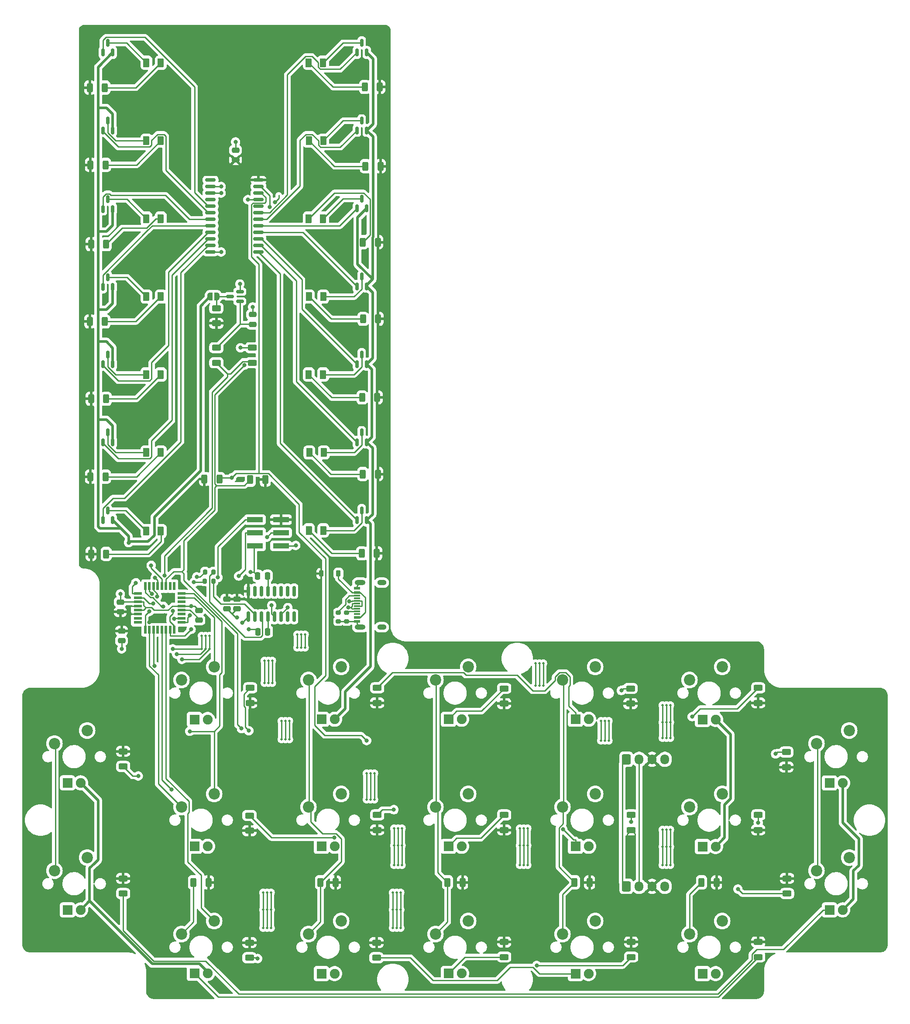
<source format=gtl>
G04 #@! TF.GenerationSoftware,KiCad,Pcbnew,8.0.2*
G04 #@! TF.CreationDate,2024-07-10T11:41:30+02:00*
G04 #@! TF.ProjectId,Single_board,53696e67-6c65-45f6-926f-6172642e6b69,0.5.x*
G04 #@! TF.SameCoordinates,Original*
G04 #@! TF.FileFunction,Copper,L1,Top*
G04 #@! TF.FilePolarity,Positive*
%FSLAX46Y46*%
G04 Gerber Fmt 4.6, Leading zero omitted, Abs format (unit mm)*
G04 Created by KiCad (PCBNEW 8.0.2) date 2024-07-10 11:41:30*
%MOMM*%
%LPD*%
G01*
G04 APERTURE LIST*
G04 Aperture macros list*
%AMRoundRect*
0 Rectangle with rounded corners*
0 $1 Rounding radius*
0 $2 $3 $4 $5 $6 $7 $8 $9 X,Y pos of 4 corners*
0 Add a 4 corners polygon primitive as box body*
4,1,4,$2,$3,$4,$5,$6,$7,$8,$9,$2,$3,0*
0 Add four circle primitives for the rounded corners*
1,1,$1+$1,$2,$3*
1,1,$1+$1,$4,$5*
1,1,$1+$1,$6,$7*
1,1,$1+$1,$8,$9*
0 Add four rect primitives between the rounded corners*
20,1,$1+$1,$2,$3,$4,$5,0*
20,1,$1+$1,$4,$5,$6,$7,0*
20,1,$1+$1,$6,$7,$8,$9,0*
20,1,$1+$1,$8,$9,$2,$3,0*%
%AMFreePoly0*
4,1,19,0.500000,-0.750000,0.000000,-0.750000,0.000000,-0.744911,-0.071157,-0.744911,-0.207708,-0.704816,-0.327430,-0.627875,-0.420627,-0.520320,-0.479746,-0.390866,-0.500000,-0.250000,-0.500000,0.250000,-0.479746,0.390866,-0.420627,0.520320,-0.327430,0.627875,-0.207708,0.704816,-0.071157,0.744911,0.000000,0.744911,0.000000,0.750000,0.500000,0.750000,0.500000,-0.750000,0.500000,-0.750000,
$1*%
%AMFreePoly1*
4,1,19,0.000000,0.744911,0.071157,0.744911,0.207708,0.704816,0.327430,0.627875,0.420627,0.520320,0.479746,0.390866,0.500000,0.250000,0.500000,-0.250000,0.479746,-0.390866,0.420627,-0.520320,0.327430,-0.627875,0.207708,-0.704816,0.071157,-0.744911,0.000000,-0.744911,0.000000,-0.750000,-0.500000,-0.750000,-0.500000,0.750000,0.000000,0.750000,0.000000,0.744911,0.000000,0.744911,
$1*%
G04 Aperture macros list end*
G04 #@! TA.AperFunction,SMDPad,CuDef*
%ADD10RoundRect,0.250000X-0.475000X0.250000X-0.475000X-0.250000X0.475000X-0.250000X0.475000X0.250000X0*%
G04 #@! TD*
G04 #@! TA.AperFunction,ComponentPad*
%ADD11C,1.905000*%
G04 #@! TD*
G04 #@! TA.AperFunction,ComponentPad*
%ADD12R,1.905000X1.905000*%
G04 #@! TD*
G04 #@! TA.AperFunction,SMDPad,CuDef*
%ADD13RoundRect,0.250000X-0.625000X0.312500X-0.625000X-0.312500X0.625000X-0.312500X0.625000X0.312500X0*%
G04 #@! TD*
G04 #@! TA.AperFunction,SMDPad,CuDef*
%ADD14RoundRect,0.150000X0.150000X-0.587500X0.150000X0.587500X-0.150000X0.587500X-0.150000X-0.587500X0*%
G04 #@! TD*
G04 #@! TA.AperFunction,SMDPad,CuDef*
%ADD15RoundRect,0.250000X-0.312500X-0.625000X0.312500X-0.625000X0.312500X0.625000X-0.312500X0.625000X0*%
G04 #@! TD*
G04 #@! TA.AperFunction,SMDPad,CuDef*
%ADD16RoundRect,0.250000X-0.375000X-0.625000X0.375000X-0.625000X0.375000X0.625000X-0.375000X0.625000X0*%
G04 #@! TD*
G04 #@! TA.AperFunction,SMDPad,CuDef*
%ADD17RoundRect,0.250000X0.375000X0.625000X-0.375000X0.625000X-0.375000X-0.625000X0.375000X-0.625000X0*%
G04 #@! TD*
G04 #@! TA.AperFunction,ComponentPad*
%ADD18C,2.200000*%
G04 #@! TD*
G04 #@! TA.AperFunction,SMDPad,CuDef*
%ADD19RoundRect,0.250000X0.312500X0.625000X-0.312500X0.625000X-0.312500X-0.625000X0.312500X-0.625000X0*%
G04 #@! TD*
G04 #@! TA.AperFunction,SMDPad,CuDef*
%ADD20RoundRect,0.200000X0.275000X-0.200000X0.275000X0.200000X-0.275000X0.200000X-0.275000X-0.200000X0*%
G04 #@! TD*
G04 #@! TA.AperFunction,SMDPad,CuDef*
%ADD21RoundRect,0.250000X0.625000X-0.312500X0.625000X0.312500X-0.625000X0.312500X-0.625000X-0.312500X0*%
G04 #@! TD*
G04 #@! TA.AperFunction,SMDPad,CuDef*
%ADD22RoundRect,0.225000X-0.225000X-0.375000X0.225000X-0.375000X0.225000X0.375000X-0.225000X0.375000X0*%
G04 #@! TD*
G04 #@! TA.AperFunction,SMDPad,CuDef*
%ADD23RoundRect,0.150000X-0.875000X-0.150000X0.875000X-0.150000X0.875000X0.150000X-0.875000X0.150000X0*%
G04 #@! TD*
G04 #@! TA.AperFunction,SMDPad,CuDef*
%ADD24RoundRect,0.250000X0.250000X0.475000X-0.250000X0.475000X-0.250000X-0.475000X0.250000X-0.475000X0*%
G04 #@! TD*
G04 #@! TA.AperFunction,SMDPad,CuDef*
%ADD25RoundRect,0.250000X0.475000X-0.250000X0.475000X0.250000X-0.475000X0.250000X-0.475000X-0.250000X0*%
G04 #@! TD*
G04 #@! TA.AperFunction,SMDPad,CuDef*
%ADD26RoundRect,0.150000X0.150000X-0.825000X0.150000X0.825000X-0.150000X0.825000X-0.150000X-0.825000X0*%
G04 #@! TD*
G04 #@! TA.AperFunction,SMDPad,CuDef*
%ADD27RoundRect,0.200000X-0.200000X-0.275000X0.200000X-0.275000X0.200000X0.275000X-0.200000X0.275000X0*%
G04 #@! TD*
G04 #@! TA.AperFunction,SMDPad,CuDef*
%ADD28RoundRect,0.150000X0.587500X0.150000X-0.587500X0.150000X-0.587500X-0.150000X0.587500X-0.150000X0*%
G04 #@! TD*
G04 #@! TA.AperFunction,SMDPad,CuDef*
%ADD29R,3.150000X1.000000*%
G04 #@! TD*
G04 #@! TA.AperFunction,SMDPad,CuDef*
%ADD30R,1.240000X0.600000*%
G04 #@! TD*
G04 #@! TA.AperFunction,SMDPad,CuDef*
%ADD31R,1.240000X0.300000*%
G04 #@! TD*
G04 #@! TA.AperFunction,ComponentPad*
%ADD32O,2.100000X1.000000*%
G04 #@! TD*
G04 #@! TA.AperFunction,ComponentPad*
%ADD33O,1.800000X1.000000*%
G04 #@! TD*
G04 #@! TA.AperFunction,SMDPad,CuDef*
%ADD34FreePoly0,0.000000*%
G04 #@! TD*
G04 #@! TA.AperFunction,SMDPad,CuDef*
%ADD35FreePoly1,0.000000*%
G04 #@! TD*
G04 #@! TA.AperFunction,SMDPad,CuDef*
%ADD36R,1.600000X0.550000*%
G04 #@! TD*
G04 #@! TA.AperFunction,SMDPad,CuDef*
%ADD37R,0.550000X1.600000*%
G04 #@! TD*
G04 #@! TA.AperFunction,ComponentPad*
%ADD38RoundRect,0.250000X-0.600000X-0.725000X0.600000X-0.725000X0.600000X0.725000X-0.600000X0.725000X0*%
G04 #@! TD*
G04 #@! TA.AperFunction,ComponentPad*
%ADD39O,1.700000X1.950000*%
G04 #@! TD*
G04 #@! TA.AperFunction,ViaPad*
%ADD40C,0.800000*%
G04 #@! TD*
G04 #@! TA.AperFunction,ViaPad*
%ADD41C,0.500000*%
G04 #@! TD*
G04 #@! TA.AperFunction,Conductor*
%ADD42C,0.250000*%
G04 #@! TD*
G04 #@! TA.AperFunction,Conductor*
%ADD43C,0.508000*%
G04 #@! TD*
G04 APERTURE END LIST*
D10*
X165400000Y-148050000D03*
X165400000Y-149950000D03*
D11*
X159678000Y-171413700D03*
D12*
X157138000Y-171413700D03*
D13*
X161380000Y-91675000D03*
X161380000Y-94600000D03*
D14*
X139362000Y-102546500D03*
X141262000Y-102546500D03*
X140312000Y-100671500D03*
D11*
X282868000Y-183732700D03*
D12*
X280328000Y-183732700D03*
D15*
X137071500Y-79257000D03*
X139996500Y-79257000D03*
D16*
X147802000Y-44078000D03*
X150602000Y-44078000D03*
D17*
X182134500Y-134756000D03*
X179334500Y-134756000D03*
D14*
X139362000Y-117659500D03*
X141262000Y-117659500D03*
X140312000Y-115784500D03*
D13*
X192443000Y-214682500D03*
X192443000Y-217607500D03*
D18*
X234862000Y-185862000D03*
X228512000Y-188402000D03*
D19*
X192701500Y-123834000D03*
X189776500Y-123834000D03*
X159870500Y-203007000D03*
X156945500Y-203007000D03*
D17*
X182098000Y-74304000D03*
X179298000Y-74304000D03*
D13*
X143294000Y-177598500D03*
X143294000Y-180523500D03*
X241846000Y-214555500D03*
X241846000Y-217480500D03*
D19*
X193082500Y-48777000D03*
X190157500Y-48777000D03*
X192763000Y-93735000D03*
X189838000Y-93735000D03*
D13*
X217208000Y-214555500D03*
X217208000Y-217480500D03*
D14*
X188638000Y-102546500D03*
X190538000Y-102546500D03*
X189588000Y-100671500D03*
X139362000Y-57202000D03*
X141262000Y-57202000D03*
X140312000Y-55327000D03*
D19*
X192701500Y-78876000D03*
X189776500Y-78876000D03*
D20*
X186639600Y-152364600D03*
X186639600Y-150714600D03*
D18*
X136310000Y-198181000D03*
X129960000Y-200721000D03*
D19*
X209146500Y-203007000D03*
X206221500Y-203007000D03*
X258422500Y-203007000D03*
X255497500Y-203007000D03*
D16*
X147802000Y-89417000D03*
X150602000Y-89417000D03*
D11*
X233592000Y-196022000D03*
D12*
X231052000Y-196022000D03*
D17*
X182134500Y-59191000D03*
X179334500Y-59191000D03*
D18*
X136310000Y-173543000D03*
X129960000Y-176083000D03*
D21*
X266484000Y-192842500D03*
X266484000Y-189917500D03*
D18*
X210224000Y-161224000D03*
X203874000Y-163764000D03*
D11*
X208954000Y-171384000D03*
D12*
X206414000Y-171384000D03*
D14*
X188638000Y-132772500D03*
X190538000Y-132772500D03*
X189588000Y-130897500D03*
D21*
X271953000Y-180651500D03*
X271953000Y-177726500D03*
D22*
X181763400Y-143129000D03*
X185063400Y-143129000D03*
D18*
X160948000Y-185862000D03*
X154598000Y-188402000D03*
D11*
X258230000Y-220689700D03*
D12*
X255690000Y-220689700D03*
D14*
X188638000Y-72326000D03*
X190538000Y-72326000D03*
X189588000Y-70451000D03*
D11*
X184316000Y-171384000D03*
D12*
X181776000Y-171384000D03*
D21*
X241719000Y-168331500D03*
X241719000Y-165406500D03*
D19*
X193209500Y-64144000D03*
X190284500Y-64144000D03*
D11*
X184316000Y-196022000D03*
D12*
X181776000Y-196022000D03*
D11*
X258230000Y-171413700D03*
D12*
X255690000Y-171413700D03*
D18*
X259500000Y-185862000D03*
X253150000Y-188402000D03*
X185586000Y-185862000D03*
X179236000Y-188402000D03*
X259500000Y-161224000D03*
X253150000Y-163764000D03*
D15*
X136817500Y-94243000D03*
X139742500Y-94243000D03*
D13*
X266484000Y-214555500D03*
X266484000Y-217480500D03*
D23*
X160253000Y-66813000D03*
X160253000Y-68083000D03*
X160253000Y-69353000D03*
X160253000Y-70623000D03*
X160253000Y-71893000D03*
X160253000Y-73163000D03*
X160253000Y-74433000D03*
X160253000Y-75703000D03*
X160253000Y-76973000D03*
X160253000Y-78243000D03*
X160253000Y-79513000D03*
X160253000Y-80783000D03*
X169553000Y-80783000D03*
X169553000Y-79513000D03*
X169553000Y-78243000D03*
X169553000Y-76973000D03*
X169553000Y-75703000D03*
X169553000Y-74433000D03*
X169553000Y-73163000D03*
X169553000Y-71893000D03*
X169553000Y-70623000D03*
X169553000Y-69353000D03*
X169553000Y-68083000D03*
X169553000Y-66813000D03*
D24*
X171350000Y-154400000D03*
X169450000Y-154400000D03*
D10*
X143002000Y-154244000D03*
X143002000Y-156144000D03*
D13*
X143294000Y-202236500D03*
X143294000Y-205161500D03*
D25*
X142748000Y-150556000D03*
X142748000Y-148656000D03*
D26*
X167555000Y-151475000D03*
X168825000Y-151475000D03*
X170095000Y-151475000D03*
X171365000Y-151475000D03*
X172635000Y-151475000D03*
X173905000Y-151475000D03*
X175175000Y-151475000D03*
X176445000Y-151475000D03*
X176445000Y-146525000D03*
X175175000Y-146525000D03*
X173905000Y-146525000D03*
X172635000Y-146525000D03*
X171365000Y-146525000D03*
X170095000Y-146525000D03*
X168825000Y-146525000D03*
X167555000Y-146525000D03*
D11*
X208954000Y-220660000D03*
D12*
X206414000Y-220660000D03*
D13*
X167805000Y-214682500D03*
X167805000Y-217607500D03*
D14*
X188638000Y-87433500D03*
X190538000Y-87433500D03*
X189588000Y-85558500D03*
D18*
X259500000Y-210500000D03*
X253150000Y-213040000D03*
X210224000Y-185862000D03*
X203874000Y-188402000D03*
D14*
X188638000Y-57207500D03*
X190538000Y-57207500D03*
X189588000Y-55332500D03*
D11*
X135040000Y-208341000D03*
D12*
X132500000Y-208341000D03*
D21*
X167932000Y-168204500D03*
X167932000Y-165279500D03*
D18*
X234862000Y-161224000D03*
X228512000Y-163764000D03*
D19*
X233784500Y-203007000D03*
X230859500Y-203007000D03*
D21*
X217208000Y-168331500D03*
X217208000Y-165406500D03*
X167805000Y-192969500D03*
X167805000Y-190044500D03*
D25*
X158000000Y-152150000D03*
X158000000Y-150250000D03*
D27*
X159150000Y-144600000D03*
X160800000Y-144600000D03*
D10*
X163400000Y-148050000D03*
X163400000Y-149950000D03*
D11*
X282868000Y-208341000D03*
D12*
X280328000Y-208341000D03*
D21*
X192570000Y-192842500D03*
X192570000Y-189917500D03*
D18*
X210224000Y-210500000D03*
X203874000Y-213040000D03*
D27*
X159175000Y-142800000D03*
X160825000Y-142800000D03*
D18*
X185586000Y-161224000D03*
X179236000Y-163764000D03*
D24*
X171300000Y-143600000D03*
X169400000Y-143600000D03*
D28*
X165937500Y-90350000D03*
X165937500Y-88450000D03*
X164062500Y-89400000D03*
D14*
X188638000Y-42100000D03*
X190538000Y-42100000D03*
X189588000Y-40225000D03*
D11*
X233592000Y-220689700D03*
D12*
X231052000Y-220689700D03*
D17*
X182098000Y-44078000D03*
X179298000Y-44078000D03*
D16*
X147802000Y-74304000D03*
X150602000Y-74304000D03*
X147802000Y-134883000D03*
X150602000Y-134883000D03*
D15*
X167955500Y-124917200D03*
X170880500Y-124917200D03*
D14*
X139362000Y-42100000D03*
X141262000Y-42100000D03*
X140312000Y-40225000D03*
D16*
X147802000Y-104530000D03*
X150602000Y-104530000D03*
D11*
X258230000Y-196051700D03*
D12*
X255690000Y-196051700D03*
D29*
X168875000Y-132660000D03*
X173925000Y-132660000D03*
X168875000Y-135200000D03*
X173925000Y-135200000D03*
X168875000Y-137740000D03*
X173925000Y-137740000D03*
D25*
X168400000Y-94800000D03*
X168400000Y-92900000D03*
D14*
X139362000Y-132772500D03*
X141262000Y-132772500D03*
X140312000Y-130897500D03*
D19*
X161990500Y-124790200D03*
X159065500Y-124790200D03*
D25*
X165100000Y-62926000D03*
X165100000Y-61026000D03*
D13*
X168370000Y-99337500D03*
X168370000Y-102262500D03*
D21*
X241846000Y-192842500D03*
X241846000Y-189917500D03*
D17*
X182134500Y-89417000D03*
X179334500Y-89417000D03*
D21*
X192570000Y-168204500D03*
X192570000Y-165279500D03*
D17*
X182098000Y-104530000D03*
X179298000Y-104530000D03*
D15*
X136944500Y-63890000D03*
X139869500Y-63890000D03*
D21*
X161380000Y-102262500D03*
X161380000Y-99337500D03*
D11*
X233592000Y-171384000D03*
D12*
X231052000Y-171384000D03*
D16*
X147802000Y-59191000D03*
X150602000Y-59191000D03*
D11*
X159678000Y-196022000D03*
D12*
X157138000Y-196022000D03*
D16*
X147802000Y-119643000D03*
X150602000Y-119643000D03*
D11*
X184316000Y-220689700D03*
D12*
X181776000Y-220689700D03*
D30*
X188654600Y-152399600D03*
X188654600Y-151599600D03*
D31*
X188654600Y-150449600D03*
X188654600Y-149449600D03*
X188654600Y-148949600D03*
X188654600Y-147949600D03*
D30*
X188654600Y-146799600D03*
X188654600Y-145999600D03*
X188654600Y-145999600D03*
X188654600Y-146799600D03*
D31*
X188654600Y-147449600D03*
X188654600Y-148449600D03*
X188654600Y-149949600D03*
X188654600Y-150949600D03*
D30*
X188654600Y-151599600D03*
X188654600Y-152399600D03*
D32*
X189254600Y-153519600D03*
D33*
X193454600Y-153519600D03*
D32*
X189254600Y-144879600D03*
D33*
X193454600Y-144879600D03*
D20*
X185039600Y-152364600D03*
X185039600Y-150714600D03*
D13*
X272080000Y-202237500D03*
X272080000Y-205162500D03*
D18*
X185586000Y-210500000D03*
X179236000Y-213040000D03*
D15*
X136944500Y-124342000D03*
X139869500Y-124342000D03*
D18*
X284138000Y-198181000D03*
X277788000Y-200721000D03*
D21*
X217208000Y-192842500D03*
X217208000Y-189917500D03*
D18*
X160948000Y-161224000D03*
X154598000Y-163764000D03*
D17*
X182225000Y-119643000D03*
X179425000Y-119643000D03*
D11*
X208954000Y-196022000D03*
D12*
X206414000Y-196022000D03*
D18*
X160948000Y-210500000D03*
X154598000Y-213040000D03*
D15*
X137071500Y-109229000D03*
X139996500Y-109229000D03*
D19*
X184508500Y-203007000D03*
X181583500Y-203007000D03*
D14*
X139362000Y-72447500D03*
X141262000Y-72447500D03*
X140312000Y-70572500D03*
D21*
X266484000Y-168204500D03*
X266484000Y-165279500D03*
D15*
X136817500Y-48904000D03*
X139742500Y-48904000D03*
D11*
X159678000Y-220660000D03*
D12*
X157138000Y-220660000D03*
D14*
X188638000Y-117659500D03*
X190538000Y-117659500D03*
X189588000Y-115784500D03*
D34*
X160150000Y-89400000D03*
D35*
X161450000Y-89400000D03*
D11*
X135040000Y-183703000D03*
D12*
X132500000Y-183703000D03*
D15*
X137071500Y-139328000D03*
X139996500Y-139328000D03*
D36*
X146150000Y-147000000D03*
X146150000Y-147800000D03*
X146150000Y-148600000D03*
X146150000Y-149400000D03*
X146150000Y-150200000D03*
X146150000Y-151000000D03*
X146150000Y-151800000D03*
X146150000Y-152600000D03*
D37*
X147600000Y-154050000D03*
X148400000Y-154050000D03*
X149200000Y-154050000D03*
X150000000Y-154050000D03*
X150800000Y-154050000D03*
X151600000Y-154050000D03*
X152400000Y-154050000D03*
X153200000Y-154050000D03*
D36*
X154650000Y-152600000D03*
X154650000Y-151800000D03*
X154650000Y-151000000D03*
X154650000Y-150200000D03*
X154650000Y-149400000D03*
X154650000Y-148600000D03*
X154650000Y-147800000D03*
X154650000Y-147000000D03*
D37*
X153200000Y-145550000D03*
X152400000Y-145550000D03*
X151600000Y-145550000D03*
X150800000Y-145550000D03*
X150000000Y-145550000D03*
X149200000Y-145550000D03*
X148400000Y-145550000D03*
X147600000Y-145550000D03*
D19*
X192574500Y-108975000D03*
X189649500Y-108975000D03*
D18*
X284138000Y-173543000D03*
X277788000Y-176083000D03*
X234862000Y-210500000D03*
X228512000Y-213040000D03*
D19*
X192509000Y-139201000D03*
X189584000Y-139201000D03*
D14*
X139362000Y-87560500D03*
X141262000Y-87560500D03*
X140312000Y-85685500D03*
D38*
X240891000Y-179148000D03*
D39*
X243391000Y-179148000D03*
X245891000Y-179148000D03*
X248391000Y-179148000D03*
D38*
X240891000Y-203786000D03*
D39*
X243391000Y-203786000D03*
X245891000Y-203786000D03*
X248391000Y-203786000D03*
D40*
X143941800Y-152577800D03*
X148325000Y-152577800D03*
X151358601Y-151206200D03*
X153212800Y-151866600D03*
X156211800Y-173709900D03*
X152666500Y-185016100D03*
X166258600Y-173172000D03*
X166818300Y-102721800D03*
X171730400Y-72070400D03*
X156217000Y-151181500D03*
X165709150Y-143611150D03*
D41*
X152654000Y-168910000D03*
X168402000Y-87376000D03*
X164592000Y-159004000D03*
X177292000Y-177292000D03*
X164084000Y-69596000D03*
X170942000Y-87376000D03*
X239014000Y-200914000D03*
X177292000Y-178054000D03*
X177292000Y-176530000D03*
X226568000Y-176530000D03*
X226568000Y-178054000D03*
X190500000Y-128016000D03*
X166624000Y-157480000D03*
X175006000Y-109982000D03*
X159512000Y-118110000D03*
X244602000Y-200914000D03*
X164846000Y-69596000D03*
X149098000Y-169672000D03*
X206248000Y-176530000D03*
X163068000Y-169672000D03*
X161036000Y-168910000D03*
X160782000Y-140208000D03*
X168402000Y-86614000D03*
X166624000Y-159004000D03*
X193040000Y-127254000D03*
X190500000Y-126492000D03*
X152654000Y-169672000D03*
X162052000Y-119634000D03*
X152654000Y-168148000D03*
X190500000Y-127254000D03*
X226568000Y-177292000D03*
X206248000Y-178054000D03*
X165608000Y-69596000D03*
X162814000Y-140208000D03*
X171704000Y-109220000D03*
X163068000Y-168148000D03*
X170942000Y-85852000D03*
X175006000Y-108458000D03*
X149098000Y-168910000D03*
X230886000Y-177292000D03*
X159512000Y-119634000D03*
X230886000Y-176530000D03*
X171704000Y-108458000D03*
X162814000Y-138684000D03*
X230886000Y-178054000D03*
X161036000Y-168148000D03*
X206248000Y-177292000D03*
X171704000Y-109982000D03*
X166624000Y-158242000D03*
X164084000Y-71755000D03*
X193040000Y-126492000D03*
X162814000Y-139446000D03*
X168402000Y-109982000D03*
X241808000Y-200914000D03*
X168402000Y-108458000D03*
X163068000Y-168910000D03*
X181610000Y-177292000D03*
X165608000Y-71755000D03*
X168402000Y-85852000D03*
X161036000Y-169672000D03*
X160782000Y-138684000D03*
X162052000Y-118872000D03*
X162052000Y-118110000D03*
X160782000Y-139446000D03*
X181610000Y-178054000D03*
X164592000Y-158242000D03*
X164592000Y-157480000D03*
X201930000Y-177292000D03*
X193040000Y-128016000D03*
X201930000Y-176530000D03*
X175006000Y-109220000D03*
X170942000Y-86614000D03*
X164846000Y-71755000D03*
X181610000Y-176530000D03*
X159512000Y-118872000D03*
X168402000Y-109220000D03*
X149098000Y-168148000D03*
X201930000Y-178054000D03*
X196342000Y-211836000D03*
X190500000Y-181864000D03*
X195580000Y-208280000D03*
X249428000Y-192786000D03*
D40*
X166370000Y-152654000D03*
D41*
X220218000Y-192532000D03*
X171196000Y-211836000D03*
X175514000Y-175260000D03*
X249428000Y-171958000D03*
X159258000Y-157734000D03*
X197104000Y-204978000D03*
X177800000Y-157480000D03*
X170434000Y-204978000D03*
X196596000Y-199644000D03*
D40*
X172720000Y-71120000D03*
D41*
X196596000Y-192532000D03*
X178562000Y-154940000D03*
X192024000Y-181864000D03*
D40*
X166065200Y-99339400D03*
X154686000Y-159766000D03*
D41*
X160020000Y-157734000D03*
X170434000Y-211836000D03*
X249428000Y-196088000D03*
X175514000Y-171704000D03*
X171196000Y-208280000D03*
X247904000Y-168656000D03*
X195834000Y-192532000D03*
X237490000Y-175514000D03*
X195580000Y-211836000D03*
X247904000Y-192786000D03*
X196342000Y-208280000D03*
X221742000Y-195834000D03*
X160020000Y-155194000D03*
X248666000Y-196088000D03*
D40*
X167640000Y-153924000D03*
X165937500Y-86990000D03*
D41*
X171450000Y-164338000D03*
X237490000Y-171704000D03*
X159258000Y-155194000D03*
X247904000Y-175006000D03*
D40*
X165100000Y-59436000D03*
X168400000Y-91440000D03*
X156464000Y-149400000D03*
D41*
X248666000Y-175006000D03*
X172212000Y-164338000D03*
X195834000Y-199644000D03*
X220980000Y-195834000D03*
X177038000Y-154940000D03*
X235966000Y-175514000D03*
X196342000Y-204978000D03*
D40*
X162306000Y-68072000D03*
D41*
X190500000Y-186944000D03*
D40*
X153670000Y-158750000D03*
D41*
X224790000Y-164846000D03*
X174752000Y-175260000D03*
X223266000Y-164846000D03*
X192024000Y-186944000D03*
D40*
X167500000Y-70634000D03*
D41*
X177038000Y-157480000D03*
D40*
X152908000Y-157734000D03*
D41*
X197104000Y-211836000D03*
X248666000Y-168656000D03*
X195580000Y-204978000D03*
D40*
X165354000Y-151638000D03*
D41*
X171196000Y-204978000D03*
X158496000Y-155194000D03*
X172212000Y-160020000D03*
X196596000Y-195834000D03*
X171958000Y-208280000D03*
X248666000Y-171958000D03*
D40*
X176784000Y-137668000D03*
D41*
X236728000Y-175514000D03*
D40*
X143002000Y-157734000D03*
X162306000Y-80772000D03*
D41*
X224028000Y-160528000D03*
X248666000Y-192786000D03*
X158496000Y-157734000D03*
X221742000Y-192532000D03*
D40*
X142748000Y-147066000D03*
D41*
X197358000Y-192532000D03*
X195834000Y-195834000D03*
X220980000Y-192532000D03*
X191262000Y-186944000D03*
X170434000Y-208280000D03*
X170688000Y-164338000D03*
X191262000Y-181864000D03*
X248666000Y-199644000D03*
X224790000Y-160528000D03*
X174752000Y-171704000D03*
X171450000Y-160020000D03*
D40*
X162306000Y-69342000D03*
D41*
X197104000Y-208280000D03*
X173990000Y-171704000D03*
X177800000Y-154940000D03*
X220218000Y-199644000D03*
X220218000Y-195834000D03*
X223266000Y-160528000D03*
X197358000Y-195834000D03*
X173990000Y-175260000D03*
X171958000Y-204978000D03*
X220980000Y-199644000D03*
X236728000Y-171704000D03*
X249428000Y-168656000D03*
X249428000Y-199644000D03*
X247904000Y-196088000D03*
X170688000Y-160020000D03*
X249428000Y-175006000D03*
X197358000Y-199644000D03*
X235966000Y-171704000D03*
X247904000Y-199644000D03*
X224028000Y-164846000D03*
X171958000Y-211836000D03*
X247904000Y-171958000D03*
X178562000Y-157480000D03*
X221742000Y-199644000D03*
D40*
X190536100Y-175514000D03*
X148730200Y-141527300D03*
X164348300Y-124562600D03*
X171182700Y-136059900D03*
X156467853Y-153945547D03*
X161693400Y-143875400D03*
X152919500Y-150394900D03*
X151311300Y-143502800D03*
X148403601Y-150449301D03*
X149420800Y-161040800D03*
X149128600Y-148917600D03*
X145754200Y-144925400D03*
X151098700Y-149491600D03*
X144357200Y-137129700D03*
X269868600Y-178098700D03*
X262555100Y-204299000D03*
X253683700Y-170879700D03*
X266480300Y-191416600D03*
X239940503Y-165799397D03*
X167675900Y-173608900D03*
X223511800Y-219132500D03*
X195816300Y-188908500D03*
X228587100Y-192707000D03*
X184272700Y-194320200D03*
X169383700Y-217781200D03*
X146227800Y-182372000D03*
X241808000Y-191262000D03*
X157039500Y-144806200D03*
X149914100Y-147588800D03*
X148911400Y-147059900D03*
X157551700Y-143766000D03*
X187009300Y-149658300D03*
X175229700Y-149734800D03*
X187153000Y-148467900D03*
X172105000Y-149308100D03*
X149495800Y-143939500D03*
X167995500Y-142872900D03*
D42*
X149696600Y-151206200D02*
X151358601Y-151206200D01*
X148325000Y-152577800D02*
X149696600Y-151206200D01*
X148403601Y-150449301D02*
X147600000Y-151252902D01*
X147600000Y-151252902D02*
X147600000Y-154050000D01*
X153212800Y-151866600D02*
X153279400Y-151800000D01*
X153279400Y-151800000D02*
X154650000Y-151800000D01*
X152323800Y-152391600D02*
X152323800Y-151469505D01*
X152323800Y-151469505D02*
X152919500Y-150873805D01*
X153200000Y-153267800D02*
X152323800Y-152391600D01*
X153200000Y-154050000D02*
X153200000Y-153267800D01*
X152919500Y-150873805D02*
X152919500Y-150394900D01*
X154650000Y-147800000D02*
X157120800Y-147800000D01*
X160948000Y-151627200D02*
X160948000Y-161224000D01*
X157120800Y-147800000D02*
X160948000Y-151627200D01*
X162000500Y-162711500D02*
X162000500Y-172657400D01*
X162399000Y-162313000D02*
X162000500Y-162711500D01*
X162000500Y-172657400D02*
X160948000Y-173709900D01*
X154650000Y-147000000D02*
X156991900Y-147000000D01*
X160948000Y-173709900D02*
X156211800Y-173709900D01*
X156991900Y-147000000D02*
X162399000Y-152407100D01*
X160948000Y-173709900D02*
X160948000Y-185862000D01*
X162399000Y-152407100D02*
X162399000Y-162313000D01*
X150800000Y-154050000D02*
X150800000Y-183149600D01*
X150800000Y-183149600D02*
X152666500Y-185016100D01*
X155817900Y-199025000D02*
X155817900Y-189631700D01*
X156055500Y-187297500D02*
X151600000Y-182842000D01*
X158408200Y-201615300D02*
X155817900Y-199025000D01*
X160948000Y-210500000D02*
X158408200Y-207960200D01*
X155817900Y-189631700D02*
X156055500Y-189394100D01*
X156055500Y-189394100D02*
X156055500Y-187297500D01*
X158408200Y-207960200D02*
X158408200Y-201615300D01*
X151600000Y-182842000D02*
X151600000Y-154050000D01*
X154686000Y-142748000D02*
X155084800Y-142349200D01*
X161100300Y-108439800D02*
X166818300Y-102721800D01*
X155084800Y-143146800D02*
X155084800Y-144423300D01*
X161036000Y-126416600D02*
X161422700Y-126029900D01*
X153091405Y-142748000D02*
X154686000Y-142748000D01*
X151600000Y-144227800D02*
X151611605Y-144227800D01*
X151600000Y-145550000D02*
X151600000Y-144227800D01*
X161422700Y-126029900D02*
X166842800Y-126029900D01*
X171730400Y-69830300D02*
X171730400Y-72070400D01*
X169553000Y-68083000D02*
X169983100Y-68083000D01*
X240140500Y-203035500D02*
X240891000Y-203786000D01*
X240140500Y-179898500D02*
X240140500Y-203035500D01*
X161100300Y-125707500D02*
X161100300Y-108439800D01*
X151611605Y-144227800D02*
X153091405Y-142748000D01*
X161036000Y-130810000D02*
X161036000Y-126416600D01*
X161422700Y-126029900D02*
X161100300Y-125707500D01*
X166258600Y-173172000D02*
X165470600Y-172384000D01*
X154686000Y-142748000D02*
X155084800Y-143146800D01*
X155084800Y-136761200D02*
X161036000Y-130810000D01*
X165470600Y-154809100D02*
X155084800Y-144423300D01*
X240891000Y-179148000D02*
X240140500Y-179898500D01*
X155084800Y-142349200D02*
X155084800Y-136761200D01*
X165470600Y-172384000D02*
X165470600Y-154809100D01*
X169983100Y-68083000D02*
X171730400Y-69830300D01*
X166842800Y-126029900D02*
X167955500Y-124917200D01*
X154650000Y-152600000D02*
X155776700Y-152600000D01*
X166973300Y-142347000D02*
X166973300Y-135200000D01*
X155776700Y-151621800D02*
X156217000Y-151181500D01*
X155776700Y-152600000D02*
X155776700Y-151621800D01*
X166973300Y-135200000D02*
X168875000Y-135200000D01*
X165709150Y-143611150D02*
X166973300Y-142347000D01*
X146150000Y-151000000D02*
X144402000Y-151000000D01*
X241846000Y-192842500D02*
X241046000Y-193642500D01*
X241846000Y-192842500D02*
X242570000Y-193566500D01*
X144478000Y-149400000D02*
X144272000Y-149606000D01*
X241046000Y-193642500D02*
X241046000Y-194310000D01*
X242570000Y-193566500D02*
X242570000Y-194310000D01*
X146150000Y-149400000D02*
X144478000Y-149400000D01*
X144402000Y-151000000D02*
X144272000Y-151130000D01*
X143002000Y-156144000D02*
X143002000Y-157734000D01*
X247904000Y-192786000D02*
X247904000Y-199644000D01*
X248666000Y-199644000D02*
X248666000Y-192786000D01*
X166370000Y-152654000D02*
X166376000Y-152654000D01*
X147658800Y-149817900D02*
X147276700Y-150200000D01*
X249428000Y-168656000D02*
X249428000Y-175006000D01*
X154686000Y-159766000D02*
X157988000Y-159766000D01*
X168974000Y-153924000D02*
X169450000Y-154400000D01*
X159258000Y-155194000D02*
X159258000Y-157734000D01*
X160753800Y-80783000D02*
X160253000Y-80783000D01*
X197104000Y-204978000D02*
X197104000Y-211836000D01*
X147276700Y-149337100D02*
X147658800Y-149719200D01*
X224790000Y-160528000D02*
X224790000Y-164846000D01*
X146150000Y-150200000D02*
X147276700Y-150200000D01*
X237490000Y-175514000D02*
X237490000Y-171704000D01*
X147658800Y-149719200D02*
X147658800Y-149817900D01*
X177800000Y-154940000D02*
X177800000Y-157480000D01*
X167640000Y-153924000D02*
X168974000Y-153924000D01*
X170688000Y-160020000D02*
X170688000Y-164338000D01*
X165400000Y-149950000D02*
X164468000Y-150882000D01*
X142692000Y-148600000D02*
X146150000Y-148600000D01*
X147276700Y-148600000D02*
X147276700Y-149337100D01*
X165354000Y-151638000D02*
X165354000Y-151514000D01*
X146150000Y-148600000D02*
X147276700Y-148600000D01*
X156464000Y-149400000D02*
X157150000Y-149400000D01*
X166065200Y-99339400D02*
X166067100Y-99337500D01*
X175514000Y-171704000D02*
X175514000Y-175260000D01*
X171958000Y-204978000D02*
X171958000Y-211836000D01*
X186674600Y-152399600D02*
X186639600Y-152364600D01*
X188654600Y-152399600D02*
X188654600Y-152919600D01*
X192024000Y-181864000D02*
X192024000Y-186944000D01*
X160253000Y-80783000D02*
X162295000Y-80783000D01*
X158242000Y-158750000D02*
X159258000Y-157734000D01*
X196342000Y-211836000D02*
X196342000Y-204978000D01*
X170434000Y-204978000D02*
X170434000Y-211836000D01*
X165088000Y-151638000D02*
X165354000Y-151638000D01*
X165100000Y-61026000D02*
X165100000Y-59436000D01*
X249428000Y-192786000D02*
X249428000Y-199644000D01*
X165937500Y-88450000D02*
X165937500Y-86990000D01*
X169553000Y-70623000D02*
X167511000Y-70623000D01*
X176530000Y-137668000D02*
X176458000Y-137740000D01*
X142494000Y-148402000D02*
X142692000Y-148600000D01*
X177038000Y-154940000D02*
X177038000Y-157480000D01*
X153670000Y-158750000D02*
X158242000Y-158750000D01*
X164332000Y-150882000D02*
X165088000Y-151638000D01*
X173990000Y-171704000D02*
X173990000Y-175260000D01*
X162295000Y-80783000D02*
X162306000Y-80772000D01*
X186639600Y-152364600D02*
X185039600Y-152364600D01*
X142748000Y-148656000D02*
X142748000Y-147066000D01*
X190500000Y-186944000D02*
X190500000Y-181864000D01*
X195834000Y-192532000D02*
X195834000Y-199644000D01*
X220218000Y-192532000D02*
X220218000Y-199644000D01*
X149331500Y-150239600D02*
X148811100Y-149719200D01*
X160253000Y-68083000D02*
X162295000Y-68083000D01*
X168400000Y-92900000D02*
X168400000Y-91440000D01*
X188654600Y-145999600D02*
X188654600Y-145479600D01*
X160020000Y-155194000D02*
X160020000Y-157734000D01*
X160253000Y-69353000D02*
X160752100Y-69353000D01*
X162041000Y-69353000D02*
X162052000Y-69342000D01*
X176458000Y-137740000D02*
X173925000Y-137740000D01*
X236728000Y-171704000D02*
X236728000Y-175514000D01*
X151638000Y-150239600D02*
X149331500Y-150239600D01*
X196596000Y-199644000D02*
X196596000Y-192532000D01*
X188654600Y-152399600D02*
X186674600Y-152399600D01*
X197358000Y-192532000D02*
X197358000Y-199644000D01*
X172212000Y-160020000D02*
X172212000Y-164338000D01*
X152047200Y-150239600D02*
X151638000Y-150239600D01*
X160253000Y-69353000D02*
X162295000Y-69353000D01*
X173470000Y-69780000D02*
X173470000Y-70370000D01*
X173470000Y-70370000D02*
X172720000Y-71120000D01*
X191262000Y-181864000D02*
X191262000Y-186944000D01*
X154650000Y-149400000D02*
X156464000Y-149400000D01*
X157150000Y-149400000D02*
X158000000Y-150250000D01*
X188654600Y-152919600D02*
X189254600Y-153519600D01*
X188654600Y-145479600D02*
X189254600Y-144879600D01*
X247904000Y-168656000D02*
X247904000Y-175006000D01*
X158496000Y-157734000D02*
X152908000Y-157734000D01*
X171450000Y-160020000D02*
X171450000Y-164338000D01*
X171196000Y-211836000D02*
X171196000Y-204978000D01*
X221742000Y-192532000D02*
X221742000Y-199644000D01*
X152886800Y-149400000D02*
X152047200Y-150239600D01*
X220980000Y-199644000D02*
X220980000Y-192532000D01*
X248666000Y-175006000D02*
X248666000Y-168656000D01*
X154650000Y-149400000D02*
X152886800Y-149400000D01*
X178562000Y-154940000D02*
X178562000Y-157480000D01*
X166376000Y-152654000D02*
X167555000Y-151475000D01*
X167555000Y-151475000D02*
X167555000Y-151860000D01*
X157988000Y-159766000D02*
X160020000Y-157734000D01*
X163400000Y-149950000D02*
X164332000Y-150882000D01*
X148811100Y-149719200D02*
X147658800Y-149719200D01*
X174752000Y-171704000D02*
X174752000Y-175260000D01*
X195580000Y-204978000D02*
X195580000Y-211836000D01*
X176784000Y-137668000D02*
X176530000Y-137668000D01*
X166067100Y-99337500D02*
X168370000Y-99337500D01*
X224028000Y-160528000D02*
X224028000Y-164846000D01*
X223266000Y-160528000D02*
X223266000Y-164846000D01*
X235966000Y-175514000D02*
X235966000Y-171704000D01*
X158496000Y-155194000D02*
X158496000Y-157734000D01*
X164468000Y-150882000D02*
X164332000Y-150882000D01*
X170679200Y-71265700D02*
X170947200Y-70997700D01*
X180459200Y-164990400D02*
X182543900Y-162905700D01*
X150800000Y-144152900D02*
X148730200Y-142083100D01*
X189520100Y-174498000D02*
X182440100Y-174498000D01*
X150800000Y-145550000D02*
X150800000Y-144152900D01*
X168180800Y-71565100D02*
X168480200Y-71265700D01*
X168480200Y-71265700D02*
X170679200Y-71265700D01*
X170078000Y-69353000D02*
X169553000Y-69353000D01*
X148730200Y-142083100D02*
X148730200Y-141527300D01*
X169638000Y-123708800D02*
X169638000Y-83178300D01*
X190536100Y-175514000D02*
X189520100Y-174498000D01*
X170947200Y-70222200D02*
X170078000Y-69353000D01*
X243391000Y-203786000D02*
X243391000Y-179148000D01*
X169638000Y-123708800D02*
X165202100Y-123708800D01*
X180459200Y-172517100D02*
X180459200Y-164990400D01*
X182543900Y-162905700D02*
X182543900Y-140241000D01*
X169638000Y-83178300D02*
X168180800Y-81721100D01*
X177433000Y-129687200D02*
X171454600Y-123708800D01*
X171454600Y-123708800D02*
X169638000Y-123708800D01*
X182543900Y-140241000D02*
X177433000Y-135130100D01*
X177433000Y-135130100D02*
X177433000Y-129687200D01*
X162218100Y-124562600D02*
X161990500Y-124790200D01*
X182440100Y-174498000D02*
X180459200Y-172517100D01*
X168180800Y-81721100D02*
X168180800Y-71565100D01*
X170947200Y-70997700D02*
X170947200Y-70222200D01*
X165202100Y-123708800D02*
X164348300Y-124562600D01*
X164348300Y-124562600D02*
X162218100Y-124562600D01*
X156467853Y-153945547D02*
X155236700Y-155176700D01*
X155236700Y-155176700D02*
X152400000Y-155176700D01*
X152400000Y-155176700D02*
X152400000Y-154050000D01*
X172023300Y-135219300D02*
X171182700Y-136059900D01*
X172023300Y-135200000D02*
X172023300Y-135219300D01*
X173925000Y-135200000D02*
X172023300Y-135200000D01*
X161693400Y-137939900D02*
X166973300Y-132660000D01*
X161693400Y-143875400D02*
X161693400Y-137939900D01*
X168875000Y-132660000D02*
X166973300Y-132660000D01*
X163511500Y-104966500D02*
X160558500Y-107919500D01*
X168370000Y-102262500D02*
X168104300Y-101996800D01*
X160558500Y-130426700D02*
X151311300Y-139673900D01*
X160558500Y-107919500D02*
X160558500Y-130426700D01*
X163511500Y-104394000D02*
X163511500Y-104966500D01*
X168104300Y-101996800D02*
X166517995Y-101996800D01*
X151311300Y-139673900D02*
X151311300Y-143502800D01*
X163511500Y-104394000D02*
X161380000Y-102262500D01*
X166517995Y-101996800D02*
X164120795Y-104394000D01*
X164120795Y-104394000D02*
X163511500Y-104394000D01*
X130131100Y-200549900D02*
X129960000Y-200721000D01*
X130131100Y-176254100D02*
X130131100Y-200549900D01*
X129960000Y-176083000D02*
X130131100Y-176254100D01*
X156945500Y-210692500D02*
X154598000Y-213040000D01*
X149200000Y-154050000D02*
X149200000Y-160820000D01*
X156945500Y-203007000D02*
X156945500Y-210692500D01*
X149200000Y-160820000D02*
X149420800Y-161040800D01*
X181583500Y-210692500D02*
X179236000Y-213040000D01*
X181583500Y-203007000D02*
X185624600Y-198965900D01*
X150114000Y-183918000D02*
X154598000Y-188402000D01*
X185624600Y-194575600D02*
X184567700Y-193518700D01*
X184567700Y-193518700D02*
X181953300Y-193518700D01*
X179692900Y-188858900D02*
X179236000Y-188402000D01*
X181953300Y-193518700D02*
X179692900Y-191258300D01*
X148400000Y-154050000D02*
X148400000Y-161045305D01*
X179392700Y-188245300D02*
X179236000Y-188402000D01*
X179392700Y-163920700D02*
X179392700Y-188245300D01*
X148400000Y-161045305D02*
X150114000Y-162759305D01*
X179236000Y-163764000D02*
X179392700Y-163920700D01*
X181583500Y-203007000D02*
X181583500Y-210692500D01*
X185624600Y-198965900D02*
X185624600Y-194575600D01*
X150114000Y-162759305D02*
X150114000Y-183918000D01*
X179692900Y-191258300D02*
X179692900Y-188858900D01*
X206221500Y-210692500D02*
X206221500Y-203007000D01*
X146150000Y-147800000D02*
X147276700Y-147800000D01*
X204030700Y-188245300D02*
X203874000Y-188402000D01*
X147276700Y-147800000D02*
X148394300Y-148917600D01*
X204030700Y-163920700D02*
X204030700Y-188245300D01*
X203874000Y-163764000D02*
X204030700Y-163920700D01*
X203874000Y-213040000D02*
X206221500Y-210692500D01*
X206221500Y-203007000D02*
X204330900Y-201116400D01*
X148394300Y-148917600D02*
X149128600Y-148917600D01*
X204330900Y-188858900D02*
X203874000Y-188402000D01*
X204330900Y-201116400D02*
X204330900Y-188858900D01*
X228675900Y-188238100D02*
X228512000Y-188402000D01*
X230859500Y-203007000D02*
X228512000Y-205354500D01*
X145023300Y-147000000D02*
X145023300Y-145656300D01*
X228670300Y-191596200D02*
X227858000Y-192408500D01*
X228675900Y-163927900D02*
X228675900Y-188238100D01*
X227858000Y-200005500D02*
X230859500Y-203007000D01*
X228512000Y-163764000D02*
X228675900Y-163927900D01*
X228512000Y-205354500D02*
X228512000Y-213040000D01*
X227858000Y-192408500D02*
X227858000Y-200005500D01*
X145023300Y-145656300D02*
X145754200Y-144925400D01*
X228670300Y-188560300D02*
X228670300Y-191596200D01*
X228512000Y-188402000D02*
X228670300Y-188560300D01*
X146150000Y-147000000D02*
X145023300Y-147000000D01*
X149050800Y-147786600D02*
X150755800Y-149491600D01*
X277978400Y-200530600D02*
X277788000Y-200721000D01*
X253150000Y-205354500D02*
X253150000Y-213040000D01*
X147600000Y-146776100D02*
X148610500Y-147786600D01*
X150755800Y-149491600D02*
X151098700Y-149491600D01*
X277788000Y-176083000D02*
X277978400Y-176273400D01*
X277978400Y-176273400D02*
X277978400Y-200530600D01*
X255497500Y-203007000D02*
X253150000Y-205354500D01*
X147600000Y-145550000D02*
X147600000Y-146676700D01*
X147600000Y-146676700D02*
X147600000Y-146776100D01*
X148610500Y-147786600D02*
X149050800Y-147786600D01*
D43*
X159678000Y-220387000D02*
X158107400Y-218816400D01*
X190538000Y-117659500D02*
X191558000Y-116639500D01*
X138430000Y-187093000D02*
X138430000Y-198628000D01*
X191746500Y-101338000D02*
X191746500Y-88642000D01*
X191558000Y-116639500D02*
X191558000Y-104394000D01*
X142928750Y-134439250D02*
X142865730Y-134376230D01*
X135040000Y-183703000D02*
X138430000Y-187093000D01*
X138430000Y-76823000D02*
X140061671Y-76823000D01*
X137779400Y-199278600D02*
X137752400Y-199278600D01*
X148934800Y-218816400D02*
X136749700Y-206631300D01*
X190538000Y-117659500D02*
X190606400Y-117659500D01*
X191262000Y-161137400D02*
X191262000Y-133496500D01*
X188760000Y-83134658D02*
X188760000Y-74104000D01*
X141262000Y-114484329D02*
X141262000Y-117659500D01*
X191770000Y-77867466D02*
X191770000Y-58439500D01*
X191685000Y-118806500D02*
X190538000Y-117659500D01*
X141262000Y-90735671D02*
X141262000Y-87560500D01*
X158107400Y-218816400D02*
X148934800Y-218816400D01*
X138430000Y-113284000D02*
X140061671Y-113284000D01*
X190538000Y-87206658D02*
X191685000Y-86059658D01*
X191262000Y-133496500D02*
X190538000Y-132772500D01*
X191558000Y-104394000D02*
X191558000Y-103566500D01*
X140061671Y-76823000D02*
X141262000Y-75622671D01*
X259939700Y-187962300D02*
X259939700Y-194342000D01*
X149352000Y-132155300D02*
X149352000Y-135694973D01*
X191558000Y-103566500D02*
X190538000Y-102546500D01*
X188760000Y-74104000D02*
X190538000Y-72326000D01*
X141262000Y-54026829D02*
X141262000Y-57202000D01*
X158316500Y-91233500D02*
X158316500Y-123190800D01*
X186399200Y-169300800D02*
X186399200Y-166000200D01*
X140061671Y-98171000D02*
X141262000Y-99371329D01*
X191685000Y-86059658D02*
X188760000Y-83134658D01*
X149352000Y-135694973D02*
X148104375Y-136942598D01*
X140061671Y-52826500D02*
X141262000Y-54026829D01*
X138430000Y-91936000D02*
X140061671Y-91936000D01*
X160150000Y-89400000D02*
X158316500Y-91233500D01*
X258230000Y-171413700D02*
X261112000Y-174295700D01*
X261112000Y-174295700D02*
X261112000Y-186790000D01*
X140061671Y-91936000D02*
X141262000Y-90735671D01*
X144357200Y-135867700D02*
X142928750Y-134439250D01*
X138430000Y-44932000D02*
X141262000Y-42100000D01*
X159678000Y-220660000D02*
X159678000Y-220387000D01*
X191770000Y-55975500D02*
X191770000Y-43332000D01*
X186399200Y-166000200D02*
X191262000Y-161137400D01*
X138430000Y-52826500D02*
X140061671Y-52826500D01*
X286004000Y-199734600D02*
X284951200Y-200787400D01*
X190538000Y-87433500D02*
X190538000Y-87206658D01*
X184316000Y-171384000D02*
X186399200Y-169300800D01*
X158316500Y-123190800D02*
X149352000Y-132155300D01*
X190538000Y-102546500D02*
X191746500Y-101338000D01*
X136749700Y-200281300D02*
X136749700Y-206631300D01*
X191685000Y-131625500D02*
X191685000Y-118806500D01*
X261112000Y-186790000D02*
X259939700Y-187962300D01*
X142865730Y-134376230D02*
X138798009Y-134376230D01*
X148104375Y-136942598D02*
X144626300Y-136942598D01*
X190538000Y-57207500D02*
X191770000Y-55975500D01*
X140061671Y-113284000D02*
X141262000Y-114484329D01*
X284951200Y-206257800D02*
X282868000Y-208341000D01*
X191685000Y-86059658D02*
X191685000Y-77952466D01*
X138798009Y-134376230D02*
X138430000Y-134008221D01*
X191506250Y-58175750D02*
X190538000Y-57207500D01*
X259939700Y-194342000D02*
X258230000Y-196051700D01*
X138430000Y-98171000D02*
X140061671Y-98171000D01*
X141262000Y-99371329D02*
X141262000Y-102546500D01*
X138430000Y-134008221D02*
X138430000Y-113284000D01*
X144357200Y-137129700D02*
X144357200Y-135867700D01*
X138430000Y-198628000D02*
X137779400Y-199278600D01*
X142865730Y-134376230D02*
X141262000Y-132772500D01*
X191770000Y-58439500D02*
X191506250Y-58175750D01*
X191685000Y-77952466D02*
X191770000Y-77867466D01*
X191746500Y-88642000D02*
X190538000Y-87433500D01*
X136749700Y-206631300D02*
X135040000Y-208341000D01*
X141262000Y-75622671D02*
X141262000Y-72447500D01*
X138430000Y-113284000D02*
X138430000Y-44932000D01*
X282868000Y-191428000D02*
X286004000Y-194564000D01*
X286004000Y-194564000D02*
X286004000Y-199734600D01*
X282868000Y-183732700D02*
X282868000Y-191428000D01*
X284951200Y-200787400D02*
X284951200Y-206257800D01*
X190538000Y-132772500D02*
X191685000Y-131625500D01*
X191770000Y-43332000D02*
X190538000Y-42100000D01*
X137752400Y-199278600D02*
X136749700Y-200281300D01*
D42*
X165937500Y-94780000D02*
X161380000Y-99337500D01*
X165937500Y-94780000D02*
X168380000Y-94780000D01*
X165937500Y-90350000D02*
X165937500Y-94780000D01*
X168380000Y-94780000D02*
X168400000Y-94800000D01*
X270240800Y-177726500D02*
X269868600Y-178098700D01*
X271953000Y-177726500D02*
X270240800Y-177726500D01*
X263418600Y-205162500D02*
X262555100Y-204299000D01*
X272080000Y-205162500D02*
X263418600Y-205162500D01*
X262433500Y-169330000D02*
X266484000Y-165279500D01*
X255233400Y-169330000D02*
X262433500Y-169330000D01*
X253683700Y-170879700D02*
X255233400Y-169330000D01*
X266484000Y-189917500D02*
X266480300Y-189921200D01*
X266480300Y-189921200D02*
X266480300Y-191416600D01*
X161699800Y-225221800D02*
X258742700Y-225221800D01*
X157138000Y-220660000D02*
X161699800Y-225221800D01*
X258742700Y-225221800D02*
X266484000Y-217480500D01*
X240333400Y-165406500D02*
X241719000Y-165406500D01*
X239940503Y-165799397D02*
X240333400Y-165406500D01*
X167932000Y-165279500D02*
X166703900Y-166507600D01*
X166703900Y-168811700D02*
X166985400Y-169093200D01*
X166703900Y-166507600D02*
X166703900Y-168811700D01*
X166985400Y-169093200D02*
X166985400Y-172918400D01*
X166985400Y-172918400D02*
X167675900Y-173608900D01*
X241846000Y-217480500D02*
X240194000Y-219132500D01*
X240194000Y-219132500D02*
X223511800Y-219132500D01*
X217208000Y-165406500D02*
X212813500Y-169801000D01*
X212813500Y-169801000D02*
X207997000Y-169801000D01*
X207997000Y-169801000D02*
X206414000Y-171384000D01*
X212686500Y-194439000D02*
X207997000Y-194439000D01*
X217208000Y-189917500D02*
X212686500Y-194439000D01*
X207997000Y-194439000D02*
X206414000Y-196022000D01*
X209593500Y-217480500D02*
X206414000Y-220660000D01*
X217208000Y-217480500D02*
X209593500Y-217480500D01*
X192570000Y-165279500D02*
X195551400Y-162298100D01*
X209798745Y-162814000D02*
X219710000Y-162814000D01*
X222758000Y-165862000D02*
X225044000Y-165862000D01*
X229942700Y-163120500D02*
X229942700Y-164782900D01*
X225044000Y-165862000D02*
X227087000Y-163819000D01*
X229738000Y-164987600D02*
X229738000Y-168790800D01*
X229738000Y-168790800D02*
X231052000Y-170104800D01*
X229151900Y-162329700D02*
X229942700Y-163120500D01*
X231052000Y-170104800D02*
X231052000Y-171384000D01*
X227087000Y-163173745D02*
X227931045Y-162329700D01*
X227931045Y-162329700D02*
X229151900Y-162329700D01*
X219710000Y-162814000D02*
X222758000Y-165862000D01*
X229942700Y-164782900D02*
X229738000Y-164987600D01*
X209282845Y-162298100D02*
X209798745Y-162814000D01*
X227087000Y-163819000D02*
X227087000Y-163173745D01*
X195551400Y-162298100D02*
X209282845Y-162298100D01*
X231052000Y-196022000D02*
X231052000Y-194742800D01*
X230622900Y-194742800D02*
X231052000Y-194742800D01*
X228587100Y-192707000D02*
X230622900Y-194742800D01*
X193579000Y-188908500D02*
X195816300Y-188908500D01*
X192570000Y-189917500D02*
X193579000Y-188908500D01*
X192443000Y-217607500D02*
X199016100Y-217607500D01*
X224041400Y-220689700D02*
X229772800Y-220689700D01*
X199016100Y-217607500D02*
X203422200Y-222013600D01*
X203422200Y-222013600D02*
X215840400Y-222013600D01*
X231052000Y-220689700D02*
X229772800Y-220689700D01*
X222785100Y-219433400D02*
X224041400Y-220689700D01*
X218420600Y-219433400D02*
X222785100Y-219433400D01*
X215840400Y-222013600D02*
X218420600Y-219433400D01*
X167805000Y-190044500D02*
X172080700Y-194320200D01*
X172080700Y-194320200D02*
X184272700Y-194320200D01*
X169210000Y-217607500D02*
X169383700Y-217781200D01*
X167805000Y-217607500D02*
X169210000Y-217607500D01*
X145142500Y-182372000D02*
X143294000Y-180523500D01*
X146227800Y-182372000D02*
X145142500Y-182372000D01*
X165709600Y-224637600D02*
X258690504Y-224637600D01*
X266188900Y-216018000D02*
X271371800Y-216018000D01*
X149174630Y-218237400D02*
X159309400Y-218237400D01*
X143294000Y-212356770D02*
X149174630Y-218237400D01*
X265284000Y-218038100D02*
X265284000Y-216922900D01*
X279048800Y-208341000D02*
X280328000Y-208341000D01*
X265284000Y-216922900D02*
X266188900Y-216018000D01*
X258690504Y-224637600D02*
X265287002Y-218041102D01*
X159309400Y-218237400D02*
X165709600Y-224637600D01*
X271371800Y-216018000D02*
X279048800Y-208341000D01*
X143294000Y-205161500D02*
X143294000Y-212356770D01*
X265287002Y-218041102D02*
X265284000Y-218038100D01*
X241808000Y-189955500D02*
X241846000Y-189917500D01*
X241808000Y-191262000D02*
X241808000Y-189955500D01*
X190157500Y-48777000D02*
X183997000Y-48777000D01*
X183997000Y-48777000D02*
X179298000Y-44078000D01*
X150622000Y-134903000D02*
X150602000Y-134883000D01*
X139996500Y-139328000D02*
X148200000Y-139328000D01*
X148200000Y-139328000D02*
X150622000Y-136906000D01*
X150622000Y-136906000D02*
X150622000Y-134903000D01*
X145903000Y-124342000D02*
X150602000Y-119643000D01*
X139869500Y-124342000D02*
X145903000Y-124342000D01*
X190284500Y-64144000D02*
X184287500Y-64144000D01*
X184287500Y-64144000D02*
X179334500Y-59191000D01*
X139996500Y-109229000D02*
X145903000Y-109229000D01*
X145903000Y-109229000D02*
X150602000Y-104530000D01*
X150602000Y-89417000D02*
X145776000Y-94243000D01*
X145776000Y-94243000D02*
X139742500Y-94243000D01*
X150602000Y-74304000D02*
X149644200Y-74304000D01*
X149644200Y-74304000D02*
X147815800Y-76132400D01*
X143121100Y-76132400D02*
X139996500Y-79257000D01*
X147815800Y-76132400D02*
X143121100Y-76132400D01*
X150602000Y-44078000D02*
X145776000Y-48904000D01*
X145776000Y-48904000D02*
X139742500Y-48904000D01*
X139869500Y-63890000D02*
X145903000Y-63890000D01*
X145903000Y-63890000D02*
X150602000Y-59191000D01*
X191165300Y-77487200D02*
X191165300Y-70558700D01*
X184259400Y-69342600D02*
X179298000Y-74304000D01*
X189949200Y-69342600D02*
X184259400Y-69342600D01*
X191165300Y-70558700D02*
X189949200Y-69342600D01*
X189776500Y-78876000D02*
X191165300Y-77487200D01*
X183652500Y-93735000D02*
X179334500Y-89417000D01*
X189838000Y-93735000D02*
X183652500Y-93735000D01*
X183743000Y-108975000D02*
X189649500Y-108975000D01*
X179298000Y-104530000D02*
X183743000Y-108975000D01*
X183616000Y-123834000D02*
X179425000Y-119643000D01*
X189776500Y-123834000D02*
X183616000Y-123834000D01*
X183779500Y-139201000D02*
X179334500Y-134756000D01*
X189584000Y-139201000D02*
X183779500Y-139201000D01*
X141832900Y-104530000D02*
X140312000Y-103009100D01*
X147802000Y-104530000D02*
X141832900Y-104530000D01*
X140312000Y-103009100D02*
X140312000Y-100671500D01*
X148815000Y-105342700D02*
X148419700Y-105738000D01*
X139362000Y-102777500D02*
X139362000Y-102546500D01*
X159812700Y-76973000D02*
X152119800Y-84665900D01*
X160253000Y-76973000D02*
X159812700Y-76973000D01*
X152119800Y-84665900D02*
X152119800Y-98924200D01*
X148815000Y-102229000D02*
X148815000Y-105342700D01*
X152119800Y-98924200D02*
X148815000Y-102229000D01*
X148419700Y-105738000D02*
X142322500Y-105738000D01*
X142322500Y-105738000D02*
X139362000Y-102777500D01*
X141827800Y-119643000D02*
X140312000Y-118127200D01*
X140312000Y-118127200D02*
X140312000Y-115784500D01*
X147802000Y-119643000D02*
X141827800Y-119643000D01*
X152762500Y-113394500D02*
X148815000Y-117342000D01*
X148815000Y-120455700D02*
X148419700Y-120851000D01*
X159822900Y-78243000D02*
X152762500Y-85303400D01*
X142322100Y-120851000D02*
X139362000Y-117890900D01*
X148419700Y-120851000D02*
X142322100Y-120851000D01*
X152762500Y-85303400D02*
X152762500Y-113394500D01*
X160253000Y-78243000D02*
X159822900Y-78243000D01*
X148815000Y-117342000D02*
X148815000Y-120455700D01*
X139362000Y-117890900D02*
X139362000Y-117659500D01*
X143816500Y-130897500D02*
X140312000Y-130897500D01*
X147802000Y-134883000D02*
X143816500Y-130897500D01*
X141294900Y-128501700D02*
X139362000Y-130434600D01*
X154502400Y-117577600D02*
X143578300Y-128501700D01*
X143578300Y-128501700D02*
X141294900Y-128501700D01*
X154502400Y-84778100D02*
X154502400Y-117577600D01*
X159767500Y-79513000D02*
X154502400Y-84778100D01*
X139362000Y-130434600D02*
X139362000Y-132772500D01*
X160253000Y-79513000D02*
X159767500Y-79513000D01*
X188638000Y-42100000D02*
X185400800Y-45337200D01*
X181540300Y-45337200D02*
X181145300Y-44942200D01*
X181145300Y-44070900D02*
X179945500Y-42871100D01*
X178684300Y-42871100D02*
X175157900Y-46397500D01*
X185400800Y-45337200D02*
X181540300Y-45337200D01*
X181145300Y-44942200D02*
X181145300Y-44070900D01*
X175157900Y-46397500D02*
X175157900Y-69708800D01*
X171703700Y-73163000D02*
X169553000Y-73163000D01*
X175157900Y-69708800D02*
X171703700Y-73163000D01*
X179945500Y-42871100D02*
X178684300Y-42871100D01*
X185951000Y-40225000D02*
X189588000Y-40225000D01*
X182098000Y-44078000D02*
X185951000Y-40225000D01*
X169553000Y-74433000D02*
X171166000Y-74433000D01*
X179984900Y-57975500D02*
X181181800Y-59172400D01*
X177576200Y-59126000D02*
X178726700Y-57975500D01*
X181576800Y-60450200D02*
X185395300Y-60450200D01*
X178726700Y-57975500D02*
X179984900Y-57975500D01*
X185395300Y-60450200D02*
X188638000Y-57207500D01*
X177576200Y-68022800D02*
X177576200Y-59126000D01*
X171166000Y-74433000D02*
X177576200Y-68022800D01*
X181181800Y-60055200D02*
X181576800Y-60450200D01*
X181181800Y-59172400D02*
X181181800Y-60055200D01*
X185993000Y-55332500D02*
X182134500Y-59191000D01*
X189588000Y-55332500D02*
X185993000Y-55332500D01*
X185951000Y-70451000D02*
X189588000Y-70451000D01*
X182098000Y-74304000D02*
X185951000Y-70451000D01*
X185261000Y-75703000D02*
X169553000Y-75703000D01*
X188638000Y-72326000D02*
X185261000Y-75703000D01*
X178177500Y-76973000D02*
X188638000Y-87433500D01*
X169553000Y-76973000D02*
X178177500Y-76973000D01*
X182134500Y-89417000D02*
X188100800Y-89417000D01*
X189588000Y-87929800D02*
X189588000Y-85558500D01*
X188100800Y-89417000D02*
X189588000Y-87929800D01*
X177993900Y-86149300D02*
X177993900Y-91902400D01*
X177993900Y-91902400D02*
X188638000Y-102546500D01*
X169553000Y-78243000D02*
X170087600Y-78243000D01*
X170087600Y-78243000D02*
X177993900Y-86149300D01*
X182098000Y-104530000D02*
X188067100Y-104530000D01*
X188067100Y-104530000D02*
X189588000Y-103009100D01*
X189588000Y-103009100D02*
X189588000Y-100671500D01*
X188638000Y-117659500D02*
X176888600Y-105910100D01*
X176888600Y-105910100D02*
X176888600Y-86360200D01*
X176888600Y-86360200D02*
X170041400Y-79513000D01*
X170041400Y-79513000D02*
X169553000Y-79513000D01*
X188140900Y-119643000D02*
X189588000Y-118195900D01*
X182225000Y-119643000D02*
X188140900Y-119643000D01*
X189588000Y-118195900D02*
X189588000Y-115784500D01*
X173752300Y-84982300D02*
X173752300Y-117886800D01*
X173752300Y-117886800D02*
X188638000Y-132772500D01*
X169553000Y-80783000D02*
X173752300Y-84982300D01*
X188083000Y-134756000D02*
X189588000Y-133251000D01*
X189588000Y-133251000D02*
X189588000Y-130897500D01*
X182134500Y-134756000D02*
X188083000Y-134756000D01*
X144070500Y-70572500D02*
X140312000Y-70572500D01*
X147802000Y-74304000D02*
X144070500Y-70572500D01*
X151532100Y-69789200D02*
X140941200Y-69789200D01*
X140941200Y-69789200D02*
X140941200Y-69789100D01*
X156175900Y-74433000D02*
X151532100Y-69789200D01*
X139964200Y-69507700D02*
X139362000Y-70109900D01*
X140941200Y-69789100D02*
X140659800Y-69507700D01*
X160253000Y-74433000D02*
X156175900Y-74433000D01*
X139362000Y-70109900D02*
X139362000Y-72447500D01*
X140659800Y-69507700D02*
X139964200Y-69507700D01*
X147802000Y-44078000D02*
X143949000Y-40225000D01*
X143949000Y-40225000D02*
X140312000Y-40225000D01*
X159789400Y-71893000D02*
X160253000Y-71893000D01*
X147545200Y-39154400D02*
X157136000Y-48745200D01*
X157136000Y-69239600D02*
X159789400Y-71893000D01*
X139362000Y-39738400D02*
X139946000Y-39154400D01*
X157136000Y-48745200D02*
X157136000Y-69239600D01*
X139362000Y-42100000D02*
X139362000Y-39738400D01*
X139946000Y-39154400D02*
X147545200Y-39154400D01*
X151557700Y-64913000D02*
X151557700Y-58327600D01*
X148419700Y-60399000D02*
X142327800Y-60399000D01*
X151207300Y-57977200D02*
X149941800Y-57977200D01*
X160253000Y-73163000D02*
X159807700Y-73163000D01*
X148815000Y-60003700D02*
X148419700Y-60399000D01*
X139362000Y-57433200D02*
X139362000Y-57202000D01*
X159807700Y-73163000D02*
X151557700Y-64913000D01*
X151557700Y-58327600D02*
X151207300Y-57977200D01*
X149941800Y-57977200D02*
X148815000Y-59104000D01*
X142327800Y-60399000D02*
X139362000Y-57433200D01*
X148815000Y-59104000D02*
X148815000Y-60003700D01*
X147802000Y-59191000D02*
X141838400Y-59191000D01*
X140312000Y-57664600D02*
X140312000Y-55327000D01*
X141838400Y-59191000D02*
X140312000Y-57664600D01*
X148919800Y-75703000D02*
X160253000Y-75703000D01*
X139362000Y-87560500D02*
X139362000Y-85222900D01*
X148038700Y-76584100D02*
X148919800Y-75703000D01*
X139362000Y-85222900D02*
X148000800Y-76584100D01*
X148000800Y-76584100D02*
X148038700Y-76584100D01*
X144070500Y-85685500D02*
X140312000Y-85685500D01*
X147802000Y-89417000D02*
X144070500Y-85685500D01*
X188654600Y-147449600D02*
X187145995Y-147449600D01*
X186428000Y-148167595D02*
X186428000Y-149106000D01*
X187145995Y-147449600D02*
X186428000Y-148167595D01*
X185039600Y-150494400D02*
X185039600Y-150714600D01*
X186428000Y-149106000D02*
X185039600Y-150494400D01*
X186639600Y-150714600D02*
X186904600Y-150449600D01*
X186904600Y-150449600D02*
X188654600Y-150449600D01*
X149914100Y-147588800D02*
X149914100Y-147033300D01*
X158943800Y-144806200D02*
X159150000Y-144600000D01*
X149200000Y-146319200D02*
X149200000Y-145550000D01*
X157039500Y-144806200D02*
X158943800Y-144806200D01*
X149914100Y-147033300D02*
X149200000Y-146319200D01*
X166807700Y-149000000D02*
X168825000Y-151017300D01*
X160800000Y-147589100D02*
X162210900Y-149000000D01*
X168825000Y-151017300D02*
X168825000Y-151475000D01*
X162210900Y-149000000D02*
X166807700Y-149000000D01*
X160800000Y-144600000D02*
X160800000Y-147589100D01*
X148528200Y-146676700D02*
X148911400Y-147059900D01*
X157551700Y-143766000D02*
X158209000Y-143766000D01*
X148400000Y-146676700D02*
X148528200Y-146676700D01*
X148400000Y-145550000D02*
X148400000Y-146676700D01*
X158209000Y-143766000D02*
X159175000Y-142800000D01*
X166923400Y-155493400D02*
X169956500Y-155493400D01*
X169956500Y-155493400D02*
X170323700Y-155126200D01*
X160825000Y-142800000D02*
X160060000Y-143565000D01*
X170323700Y-155126200D02*
X170323700Y-151703700D01*
X170323700Y-151703700D02*
X170095000Y-151475000D01*
X160060000Y-143565000D02*
X160060000Y-148630000D01*
X160060000Y-148630000D02*
X166923400Y-155493400D01*
X171365000Y-143665000D02*
X171300000Y-143600000D01*
X171365000Y-146525000D02*
X171365000Y-143665000D01*
X171365000Y-151475000D02*
X171365000Y-154385000D01*
X171365000Y-154385000D02*
X171350000Y-154400000D01*
X187509400Y-149751100D02*
X187707900Y-149949600D01*
X173905000Y-151059500D02*
X173905000Y-151475000D01*
X188654600Y-149949600D02*
X187707900Y-149949600D01*
X188654600Y-148949600D02*
X187707900Y-148949600D01*
X187707900Y-148949600D02*
X187707900Y-149459800D01*
X187509400Y-149658300D02*
X187009300Y-149658300D01*
X175229700Y-149734800D02*
X173905000Y-151059500D01*
X187707900Y-149459800D02*
X187509400Y-149658300D01*
X187509400Y-149658300D02*
X187509400Y-149751100D01*
X188654600Y-148449600D02*
X189601300Y-148449600D01*
X188654600Y-149449600D02*
X189601300Y-149449600D01*
X187153000Y-148467900D02*
X187689600Y-148467900D01*
X172105000Y-150945000D02*
X172105000Y-149308100D01*
X187689600Y-148467900D02*
X187707900Y-148449600D01*
X172635000Y-151475000D02*
X172105000Y-150945000D01*
X188654600Y-148449600D02*
X187707900Y-148449600D01*
X189601300Y-148449600D02*
X189601300Y-149449600D01*
X150000000Y-145550000D02*
X150000000Y-144423300D01*
X168672900Y-142872900D02*
X167995500Y-142872900D01*
X168875000Y-137740000D02*
X168672900Y-137942100D01*
X168672900Y-142872900D02*
X169400000Y-143600000D01*
X149979600Y-144423300D02*
X149495800Y-143939500D01*
X150000000Y-144423300D02*
X149979600Y-144423300D01*
X168672900Y-137942100D02*
X168672900Y-142872900D01*
X188654600Y-146799600D02*
X189274651Y-146799600D01*
X185063400Y-144155100D02*
X187707900Y-146799600D01*
X190246000Y-150628251D02*
X189274651Y-151599600D01*
X188654600Y-146799600D02*
X187707900Y-146799600D01*
X185063400Y-143129000D02*
X185063400Y-144155100D01*
X189274651Y-151599600D02*
X188654600Y-151599600D01*
X189274651Y-146799600D02*
X190246000Y-147770949D01*
X190246000Y-147770949D02*
X190246000Y-150628251D01*
X156264300Y-150200000D02*
X158000000Y-151935700D01*
X154650000Y-150200000D02*
X156264300Y-150200000D01*
X158000000Y-151935700D02*
X158000000Y-152150000D01*
X161450000Y-89400000D02*
X161400000Y-89450000D01*
X161400000Y-89450000D02*
X161380000Y-89470000D01*
X164062500Y-89400000D02*
X161450000Y-89400000D01*
X161380000Y-89470000D02*
X161380000Y-91675000D01*
G04 #@! TA.AperFunction,Conductor*
G36*
X179763276Y-136140772D02*
G01*
X179826402Y-136152497D01*
X179858009Y-136175413D01*
X183287429Y-139604833D01*
X183375667Y-139693071D01*
X183375668Y-139693072D01*
X183479418Y-139762396D01*
X183479424Y-139762399D01*
X183479425Y-139762400D01*
X183594715Y-139810155D01*
X183717101Y-139834499D01*
X183717105Y-139834500D01*
X183717106Y-139834500D01*
X188396728Y-139834500D01*
X188463767Y-139854185D01*
X188509522Y-139906989D01*
X188520086Y-139945899D01*
X188523613Y-139980427D01*
X188565123Y-140105697D01*
X188579385Y-140148738D01*
X188672470Y-140299652D01*
X188797848Y-140425030D01*
X188948762Y-140518115D01*
X189117074Y-140573887D01*
X189220955Y-140584500D01*
X189947044Y-140584499D01*
X190050926Y-140573887D01*
X190219238Y-140518115D01*
X190243088Y-140503404D01*
X190310403Y-140461884D01*
X190377795Y-140443443D01*
X190444459Y-140464365D01*
X190489228Y-140518007D01*
X190499500Y-140567422D01*
X190499500Y-143899016D01*
X190479815Y-143966055D01*
X190427011Y-144011810D01*
X190357853Y-144021754D01*
X190306610Y-144002119D01*
X190282308Y-143985881D01*
X190282301Y-143985877D01*
X190098769Y-143909856D01*
X190098761Y-143909854D01*
X189903933Y-143871100D01*
X189903929Y-143871100D01*
X188605271Y-143871100D01*
X188605266Y-143871100D01*
X188410438Y-143909854D01*
X188410430Y-143909856D01*
X188226898Y-143985877D01*
X188226889Y-143985882D01*
X188061719Y-144096246D01*
X188061715Y-144096249D01*
X187921249Y-144236715D01*
X187921246Y-144236719D01*
X187810882Y-144401889D01*
X187810877Y-144401898D01*
X187734856Y-144585430D01*
X187734854Y-144585438D01*
X187696100Y-144780266D01*
X187696100Y-144978933D01*
X187734854Y-145173761D01*
X187736624Y-145179596D01*
X187735165Y-145180038D01*
X187741827Y-145242051D01*
X187710548Y-145304527D01*
X187694113Y-145319290D01*
X187671339Y-145336339D01*
X187583711Y-145453395D01*
X187562548Y-145510135D01*
X187520676Y-145566068D01*
X187455212Y-145590484D01*
X187386939Y-145575632D01*
X187358686Y-145554481D01*
X185898314Y-144094110D01*
X185864829Y-144032787D01*
X185869813Y-143963095D01*
X185880450Y-143941343D01*
X185957702Y-143816101D01*
X186011636Y-143653336D01*
X186021900Y-143552872D01*
X186021900Y-142705128D01*
X186011636Y-142604664D01*
X185957702Y-142441899D01*
X185957698Y-142441893D01*
X185957697Y-142441890D01*
X185867687Y-142295963D01*
X185867684Y-142295959D01*
X185746440Y-142174715D01*
X185746436Y-142174712D01*
X185600509Y-142084702D01*
X185600503Y-142084699D01*
X185600501Y-142084698D01*
X185437736Y-142030764D01*
X185337279Y-142020500D01*
X185337272Y-142020500D01*
X184789528Y-142020500D01*
X184789520Y-142020500D01*
X184689063Y-142030764D01*
X184526301Y-142084697D01*
X184526290Y-142084702D01*
X184380363Y-142174712D01*
X184380359Y-142174715D01*
X184259115Y-142295959D01*
X184259112Y-142295963D01*
X184169102Y-142441890D01*
X184169097Y-142441901D01*
X184115164Y-142604663D01*
X184104900Y-142705120D01*
X184104900Y-143552879D01*
X184115164Y-143653336D01*
X184169097Y-143816098D01*
X184169102Y-143816109D01*
X184259112Y-143962036D01*
X184259115Y-143962040D01*
X184380359Y-144083284D01*
X184382811Y-144085223D01*
X184384055Y-144086980D01*
X184385467Y-144088392D01*
X184385225Y-144088633D01*
X184423188Y-144142245D01*
X184429900Y-144182489D01*
X184429900Y-144217498D01*
X184454243Y-144339877D01*
X184454245Y-144339885D01*
X184501998Y-144455172D01*
X184502003Y-144455181D01*
X184571328Y-144558932D01*
X184571331Y-144558936D01*
X186771855Y-146759459D01*
X186805340Y-146820782D01*
X186800356Y-146890474D01*
X186758484Y-146946407D01*
X186753072Y-146950238D01*
X186742160Y-146957529D01*
X186742158Y-146957531D01*
X186145945Y-147553746D01*
X186024167Y-147675524D01*
X186001544Y-147698147D01*
X185935927Y-147763763D01*
X185866603Y-147867513D01*
X185866598Y-147867522D01*
X185818845Y-147982809D01*
X185818843Y-147982817D01*
X185794500Y-148105196D01*
X185794500Y-148792233D01*
X185774815Y-148859272D01*
X185758181Y-148879914D01*
X184868313Y-149769781D01*
X184806990Y-149803266D01*
X184780634Y-149806100D01*
X184707327Y-149806100D01*
X184635954Y-149812585D01*
X184635944Y-149812588D01*
X184471690Y-149863771D01*
X184324441Y-149952786D01*
X184202786Y-150074441D01*
X184113773Y-150221686D01*
X184062586Y-150385954D01*
X184056100Y-150457337D01*
X184056100Y-150971872D01*
X184062585Y-151043245D01*
X184062588Y-151043255D01*
X184113771Y-151207509D01*
X184113772Y-151207511D01*
X184113773Y-151207513D01*
X184191587Y-151336233D01*
X184202786Y-151354758D01*
X184299947Y-151451919D01*
X184333432Y-151513242D01*
X184328448Y-151582934D01*
X184299947Y-151627281D01*
X184202787Y-151724440D01*
X184202786Y-151724441D01*
X184113773Y-151871686D01*
X184062586Y-152035954D01*
X184056100Y-152107337D01*
X184056100Y-152621872D01*
X184062585Y-152693245D01*
X184062588Y-152693255D01*
X184113771Y-152857509D01*
X184113772Y-152857511D01*
X184113773Y-152857513D01*
X184196716Y-152994717D01*
X184202786Y-153004758D01*
X184324441Y-153126413D01*
X184324443Y-153126414D01*
X184324445Y-153126416D01*
X184471687Y-153215427D01*
X184635951Y-153266613D01*
X184707335Y-153273100D01*
X185371864Y-153273099D01*
X185371872Y-153273099D01*
X185443245Y-153266614D01*
X185443248Y-153266613D01*
X185443249Y-153266613D01*
X185607513Y-153215427D01*
X185754755Y-153126416D01*
X185754758Y-153126413D01*
X185760664Y-153121787D01*
X185762142Y-153123674D01*
X185813217Y-153095772D01*
X185882910Y-153100742D01*
X185917571Y-153123018D01*
X185918536Y-153121787D01*
X185924441Y-153126413D01*
X185924443Y-153126414D01*
X185924445Y-153126416D01*
X186071687Y-153215427D01*
X186235951Y-153266613D01*
X186307335Y-153273100D01*
X186971864Y-153273099D01*
X186971872Y-153273099D01*
X187043245Y-153266614D01*
X187043248Y-153266613D01*
X187043249Y-153266613D01*
X187207513Y-153215427D01*
X187354755Y-153126416D01*
X187411753Y-153069417D01*
X187473074Y-153035934D01*
X187499433Y-153033100D01*
X187590312Y-153033100D01*
X187657351Y-153052785D01*
X187664621Y-153057832D01*
X187671338Y-153062860D01*
X187671339Y-153062861D01*
X187694109Y-153079906D01*
X187735980Y-153135838D01*
X187740966Y-153205529D01*
X187736565Y-153219586D01*
X187736624Y-153219604D01*
X187734854Y-153225438D01*
X187696100Y-153420266D01*
X187696100Y-153618933D01*
X187734854Y-153813761D01*
X187734856Y-153813769D01*
X187810877Y-153997301D01*
X187810882Y-153997310D01*
X187921246Y-154162480D01*
X187921249Y-154162484D01*
X188061715Y-154302950D01*
X188061719Y-154302953D01*
X188226889Y-154413317D01*
X188226895Y-154413320D01*
X188226896Y-154413321D01*
X188410431Y-154489344D01*
X188582221Y-154523515D01*
X188605266Y-154528099D01*
X188605270Y-154528100D01*
X188605271Y-154528100D01*
X189903930Y-154528100D01*
X189903931Y-154528099D01*
X190098769Y-154489344D01*
X190282304Y-154413321D01*
X190292439Y-154406548D01*
X190306608Y-154397082D01*
X190373285Y-154376203D01*
X190440665Y-154394687D01*
X190487356Y-154446665D01*
X190499500Y-154500183D01*
X190499500Y-160770199D01*
X190479815Y-160837238D01*
X190463181Y-160857880D01*
X185806931Y-165514129D01*
X185806930Y-165514130D01*
X185730448Y-165628596D01*
X185730446Y-165628598D01*
X185723484Y-165639016D01*
X185723481Y-165639022D01*
X185666003Y-165777786D01*
X185666001Y-165777792D01*
X185636700Y-165925097D01*
X185636700Y-168933599D01*
X185617015Y-169000638D01*
X185600381Y-169021280D01*
X184706384Y-169915276D01*
X184645061Y-169948761D01*
X184598294Y-169949904D01*
X184437062Y-169923000D01*
X184194938Y-169923000D01*
X184155920Y-169929511D01*
X183956113Y-169962852D01*
X183727119Y-170041467D01*
X183727105Y-170041473D01*
X183514172Y-170156706D01*
X183514169Y-170156708D01*
X183379755Y-170261327D01*
X183314761Y-170286969D01*
X183246221Y-170273402D01*
X183195896Y-170224934D01*
X183187415Y-170206815D01*
X183179389Y-170185296D01*
X183091761Y-170068239D01*
X182974704Y-169980611D01*
X182837703Y-169929511D01*
X182777154Y-169923000D01*
X182777138Y-169923000D01*
X181216700Y-169923000D01*
X181149661Y-169903315D01*
X181103906Y-169850511D01*
X181092700Y-169799000D01*
X181092700Y-167820553D01*
X181112385Y-167753514D01*
X181165189Y-167707759D01*
X181234347Y-167697815D01*
X181297903Y-167726840D01*
X181315076Y-167745067D01*
X181350352Y-167791040D01*
X181350358Y-167791047D01*
X181558952Y-167999641D01*
X181558959Y-167999647D01*
X181793006Y-168179238D01*
X182048489Y-168326741D01*
X182048490Y-168326741D01*
X182048493Y-168326743D01*
X182321048Y-168439639D01*
X182606007Y-168515993D01*
X182898494Y-168554500D01*
X182898501Y-168554500D01*
X183193499Y-168554500D01*
X183193506Y-168554500D01*
X183485993Y-168515993D01*
X183770952Y-168439639D01*
X184043507Y-168326743D01*
X184298994Y-168179238D01*
X184533042Y-167999646D01*
X184741646Y-167791042D01*
X184921238Y-167556994D01*
X185068743Y-167301507D01*
X185181639Y-167028952D01*
X185257993Y-166743993D01*
X185296500Y-166451506D01*
X185296500Y-166156494D01*
X185257993Y-165864007D01*
X185181639Y-165579048D01*
X185068743Y-165306493D01*
X185068149Y-165305465D01*
X184921238Y-165051006D01*
X184741647Y-164816959D01*
X184741641Y-164816952D01*
X184533047Y-164608358D01*
X184533040Y-164608352D01*
X184298993Y-164428761D01*
X184043510Y-164281258D01*
X184043500Y-164281254D01*
X183770961Y-164168364D01*
X183770954Y-164168362D01*
X183770952Y-164168361D01*
X183485993Y-164092007D01*
X183437113Y-164085571D01*
X183193513Y-164053500D01*
X183193506Y-164053500D01*
X182898494Y-164053500D01*
X182898486Y-164053500D01*
X182620085Y-164090153D01*
X182606007Y-164092007D01*
X182586661Y-164097190D01*
X182571469Y-164101261D01*
X182501619Y-164099596D01*
X182443758Y-164060432D01*
X182416255Y-163996202D01*
X182427844Y-163927300D01*
X182451694Y-163893808D01*
X183035971Y-163309533D01*
X183105300Y-163205775D01*
X183153055Y-163090485D01*
X183177400Y-162968094D01*
X183177400Y-162843306D01*
X183177400Y-161224000D01*
X183972526Y-161224000D01*
X183992391Y-161476406D01*
X184051495Y-161722593D01*
X184148383Y-161956502D01*
X184280668Y-162172370D01*
X184280669Y-162172372D01*
X184280670Y-162172374D01*
X184280672Y-162172376D01*
X184445102Y-162364898D01*
X184637624Y-162529328D01*
X184637626Y-162529329D01*
X184637627Y-162529330D01*
X184637629Y-162529331D01*
X184853497Y-162661616D01*
X185087406Y-162758504D01*
X185087407Y-162758504D01*
X185087409Y-162758505D01*
X185333597Y-162817609D01*
X185586000Y-162837474D01*
X185838403Y-162817609D01*
X186084591Y-162758505D01*
X186318502Y-162661616D01*
X186534376Y-162529328D01*
X186726898Y-162364898D01*
X186891328Y-162172376D01*
X187023616Y-161956502D01*
X187120505Y-161722591D01*
X187179609Y-161476403D01*
X187199474Y-161224000D01*
X187179609Y-160971597D01*
X187120505Y-160725409D01*
X187082971Y-160634794D01*
X187023616Y-160491497D01*
X186891331Y-160275629D01*
X186891330Y-160275627D01*
X186891329Y-160275626D01*
X186891328Y-160275624D01*
X186726898Y-160083102D01*
X186534376Y-159918672D01*
X186534374Y-159918670D01*
X186534372Y-159918669D01*
X186534370Y-159918668D01*
X186318502Y-159786383D01*
X186084593Y-159689495D01*
X185838406Y-159630391D01*
X185586000Y-159610526D01*
X185333593Y-159630391D01*
X185087406Y-159689495D01*
X184853497Y-159786383D01*
X184637629Y-159918668D01*
X184637627Y-159918669D01*
X184445102Y-160083102D01*
X184280669Y-160275627D01*
X184280668Y-160275629D01*
X184148383Y-160491497D01*
X184051495Y-160725406D01*
X183992391Y-160971593D01*
X183972526Y-161224000D01*
X183177400Y-161224000D01*
X183177400Y-140178606D01*
X183153055Y-140056215D01*
X183105300Y-139940925D01*
X183105299Y-139940924D01*
X183105296Y-139940918D01*
X183035972Y-139837168D01*
X183008958Y-139810154D01*
X182947733Y-139748929D01*
X179549984Y-136351180D01*
X179516499Y-136289857D01*
X179521483Y-136220165D01*
X179563355Y-136164232D01*
X179628819Y-136139815D01*
X179637665Y-136139499D01*
X179760040Y-136139499D01*
X179760044Y-136139499D01*
X179760047Y-136139498D01*
X179763203Y-136139338D01*
X179763276Y-136140772D01*
G37*
G04 #@! TD.AperFunction*
G04 #@! TA.AperFunction,Conductor*
G36*
X150109539Y-155378185D02*
G01*
X150155294Y-155430989D01*
X150166500Y-155482500D01*
X150166500Y-160216251D01*
X150146815Y-160283290D01*
X150094011Y-160329045D01*
X150024853Y-160338989D01*
X149969615Y-160316569D01*
X149884615Y-160254813D01*
X149841949Y-160199483D01*
X149833500Y-160154495D01*
X149833500Y-155482500D01*
X149853185Y-155415461D01*
X149905989Y-155369706D01*
X149957500Y-155358500D01*
X150042500Y-155358500D01*
X150109539Y-155378185D01*
G37*
G04 #@! TD.AperFunction*
G04 #@! TA.AperFunction,Conductor*
G36*
X159300495Y-150876307D02*
G01*
X159308723Y-150883827D01*
X160278181Y-151853285D01*
X160311666Y-151914608D01*
X160314500Y-151940966D01*
X160314500Y-154325126D01*
X160294815Y-154392165D01*
X160242011Y-154437920D01*
X160176617Y-154448346D01*
X160020004Y-154430701D01*
X160019996Y-154430701D01*
X159850155Y-154449836D01*
X159850150Y-154449837D01*
X159682244Y-154508591D01*
X159681423Y-154506247D01*
X159623846Y-154515722D01*
X159596110Y-154507577D01*
X159595756Y-154508591D01*
X159427849Y-154449837D01*
X159427844Y-154449836D01*
X159258004Y-154430701D01*
X159257996Y-154430701D01*
X159088155Y-154449836D01*
X159088150Y-154449837D01*
X158920244Y-154508591D01*
X158919423Y-154506247D01*
X158861846Y-154515722D01*
X158834110Y-154507577D01*
X158833756Y-154508591D01*
X158665849Y-154449837D01*
X158665844Y-154449836D01*
X158496004Y-154430701D01*
X158495996Y-154430701D01*
X158326155Y-154449836D01*
X158326150Y-154449837D01*
X158164816Y-154506291D01*
X158020091Y-154597228D01*
X157899228Y-154718091D01*
X157808291Y-154862816D01*
X157751837Y-155024150D01*
X157751836Y-155024155D01*
X157732701Y-155193996D01*
X157732701Y-155194003D01*
X157751836Y-155363844D01*
X157751839Y-155363857D01*
X157808290Y-155525181D01*
X157808291Y-155525183D01*
X157843493Y-155581206D01*
X157862500Y-155647178D01*
X157862500Y-156976500D01*
X157842815Y-157043539D01*
X157790011Y-157089294D01*
X157738500Y-157100500D01*
X153615309Y-157100500D01*
X153548270Y-157080815D01*
X153523160Y-157059473D01*
X153519254Y-157055135D01*
X153433775Y-156993030D01*
X153364752Y-156942882D01*
X153190288Y-156865206D01*
X153190286Y-156865205D01*
X153003487Y-156825500D01*
X152812513Y-156825500D01*
X152625714Y-156865205D01*
X152451246Y-156942883D01*
X152430385Y-156958040D01*
X152364578Y-156981519D01*
X152296524Y-156965693D01*
X152247830Y-156915587D01*
X152233500Y-156857721D01*
X152233500Y-155934200D01*
X152253185Y-155867161D01*
X152305989Y-155821406D01*
X152357500Y-155810200D01*
X155299095Y-155810200D01*
X155299096Y-155810199D01*
X155421485Y-155785855D01*
X155536775Y-155738100D01*
X155640533Y-155668771D01*
X156418938Y-154890366D01*
X156480261Y-154856881D01*
X156506619Y-154854047D01*
X156563340Y-154854047D01*
X156750141Y-154814341D01*
X156924605Y-154736665D01*
X157079106Y-154624413D01*
X157206893Y-154482491D01*
X157302380Y-154317103D01*
X157361395Y-154135475D01*
X157381357Y-153945547D01*
X157361395Y-153755619D01*
X157302380Y-153573991D01*
X157206893Y-153408603D01*
X157116014Y-153307672D01*
X157085785Y-153244682D01*
X157094410Y-153175346D01*
X157139152Y-153121681D01*
X157205804Y-153100723D01*
X157247166Y-153106994D01*
X157370574Y-153147887D01*
X157474455Y-153158500D01*
X158525544Y-153158499D01*
X158629426Y-153147887D01*
X158797738Y-153092115D01*
X158948652Y-152999030D01*
X159074030Y-152873652D01*
X159167115Y-152722738D01*
X159222887Y-152554426D01*
X159233500Y-152450545D01*
X159233499Y-151849456D01*
X159222887Y-151745574D01*
X159167115Y-151577262D01*
X159074030Y-151426348D01*
X158948652Y-151300970D01*
X158948651Y-151300969D01*
X158943970Y-151297268D01*
X158903591Y-151240247D01*
X158900451Y-151170448D01*
X158935545Y-151110032D01*
X158943970Y-151102732D01*
X158948647Y-151099032D01*
X158948652Y-151099030D01*
X159074030Y-150973652D01*
X159115505Y-150906409D01*
X159167450Y-150859687D01*
X159236412Y-150848464D01*
X159300495Y-150876307D01*
G37*
G04 #@! TD.AperFunction*
G04 #@! TA.AperFunction,Conductor*
G36*
X158544197Y-145457582D02*
G01*
X158657087Y-145525827D01*
X158821351Y-145577013D01*
X158892735Y-145583500D01*
X159302500Y-145583499D01*
X159369539Y-145603183D01*
X159415294Y-145655987D01*
X159426500Y-145707499D01*
X159426500Y-147569734D01*
X159406815Y-147636773D01*
X159354011Y-147682528D01*
X159284853Y-147692472D01*
X159221297Y-147663447D01*
X159214819Y-147657415D01*
X157387513Y-145830109D01*
X157354028Y-145768786D01*
X157359012Y-145699094D01*
X157400884Y-145643161D01*
X157424754Y-145629150D01*
X157496252Y-145597318D01*
X157650753Y-145485066D01*
X157654660Y-145480727D01*
X157714146Y-145444079D01*
X157746809Y-145439700D01*
X158480048Y-145439700D01*
X158544197Y-145457582D01*
G37*
G04 #@! TD.AperFunction*
G04 #@! TA.AperFunction,Conductor*
G36*
X154394339Y-143401185D02*
G01*
X154440094Y-143453989D01*
X154451300Y-143505500D01*
X154451300Y-144485698D01*
X154475643Y-144608077D01*
X154475645Y-144608085D01*
X154523398Y-144723372D01*
X154523403Y-144723381D01*
X154592728Y-144827132D01*
X154592731Y-144827136D01*
X155843051Y-146077455D01*
X155876536Y-146138778D01*
X155871552Y-146208470D01*
X155829680Y-146264403D01*
X155764216Y-146288820D01*
X155704986Y-146275937D01*
X155704512Y-146277210D01*
X155696204Y-146274111D01*
X155668642Y-146263830D01*
X155559203Y-146223011D01*
X155498654Y-146216500D01*
X155498638Y-146216500D01*
X154107500Y-146216500D01*
X154040461Y-146196815D01*
X153994706Y-146144011D01*
X153983500Y-146092500D01*
X153983500Y-144701362D01*
X153983499Y-144701345D01*
X153978927Y-144658829D01*
X153976989Y-144640799D01*
X153925889Y-144503796D01*
X153838261Y-144386739D01*
X153721204Y-144299111D01*
X153696820Y-144290016D01*
X153584203Y-144248011D01*
X153523654Y-144241500D01*
X153523638Y-144241500D01*
X152876362Y-144241500D01*
X152876359Y-144241500D01*
X152813254Y-144248284D01*
X152786750Y-144248284D01*
X152773816Y-144246894D01*
X152709264Y-144220159D01*
X152669413Y-144162768D01*
X152666916Y-144092943D01*
X152699383Y-144035925D01*
X153317490Y-143417819D01*
X153378813Y-143384334D01*
X153405171Y-143381500D01*
X154327300Y-143381500D01*
X154394339Y-143401185D01*
G37*
G04 #@! TD.AperFunction*
G04 #@! TA.AperFunction,Conductor*
G36*
X154370634Y-137612984D02*
G01*
X154426567Y-137654856D01*
X154450984Y-137720320D01*
X154451300Y-137729166D01*
X154451300Y-141990500D01*
X154431615Y-142057539D01*
X154378811Y-142103294D01*
X154327300Y-142114500D01*
X153029006Y-142114500D01*
X152906627Y-142138843D01*
X152906619Y-142138845D01*
X152791332Y-142186598D01*
X152791323Y-142186603D01*
X152687572Y-142255928D01*
X152687568Y-142255931D01*
X152156481Y-142787019D01*
X152095158Y-142820504D01*
X152025466Y-142815520D01*
X151969533Y-142773648D01*
X151945116Y-142708184D01*
X151944800Y-142699338D01*
X151944800Y-139987666D01*
X151964485Y-139920627D01*
X151981119Y-139899985D01*
X154239619Y-137641485D01*
X154300942Y-137608000D01*
X154370634Y-137612984D01*
G37*
G04 #@! TD.AperFunction*
G04 #@! TA.AperFunction,Conductor*
G36*
X189962038Y-133875378D02*
G01*
X189981826Y-133884828D01*
X190067101Y-133935259D01*
X190124399Y-133969145D01*
X190149963Y-133976572D01*
X190284164Y-134015561D01*
X190284167Y-134015561D01*
X190284169Y-134015562D01*
X190321498Y-134018500D01*
X190375500Y-134018500D01*
X190442539Y-134038185D01*
X190488294Y-134090989D01*
X190499500Y-134142500D01*
X190499500Y-137834577D01*
X190479815Y-137901616D01*
X190427011Y-137947371D01*
X190357853Y-137957315D01*
X190310404Y-137940116D01*
X190219244Y-137883888D01*
X190219239Y-137883886D01*
X190219238Y-137883885D01*
X190140913Y-137857931D01*
X190050927Y-137828113D01*
X189947046Y-137817500D01*
X189220962Y-137817500D01*
X189220946Y-137817501D01*
X189117072Y-137828113D01*
X188948764Y-137883884D01*
X188948759Y-137883886D01*
X188797846Y-137976971D01*
X188672471Y-138102346D01*
X188579386Y-138253259D01*
X188579384Y-138253264D01*
X188523613Y-138421572D01*
X188520085Y-138456104D01*
X188493688Y-138520795D01*
X188436507Y-138560946D01*
X188396727Y-138567500D01*
X184093266Y-138567500D01*
X184026227Y-138547815D01*
X184005585Y-138531181D01*
X181825584Y-136351180D01*
X181792099Y-136289857D01*
X181797083Y-136220165D01*
X181838955Y-136164232D01*
X181904419Y-136139815D01*
X181913243Y-136139499D01*
X182560044Y-136139499D01*
X182663926Y-136128887D01*
X182832238Y-136073115D01*
X182983152Y-135980030D01*
X183108530Y-135854652D01*
X183201615Y-135703738D01*
X183257387Y-135535426D01*
X183260915Y-135500896D01*
X183287312Y-135436205D01*
X183344493Y-135396054D01*
X183384273Y-135389500D01*
X188145395Y-135389500D01*
X188145396Y-135389499D01*
X188267785Y-135365155D01*
X188383075Y-135317400D01*
X188486833Y-135248071D01*
X189831026Y-133903877D01*
X189892347Y-133870394D01*
X189962038Y-133875378D01*
G37*
G04 #@! TD.AperFunction*
G04 #@! TA.AperFunction,Conductor*
G36*
X143569773Y-131550685D02*
G01*
X143590415Y-131567319D01*
X146632181Y-134609085D01*
X146665666Y-134670408D01*
X146668500Y-134696766D01*
X146668500Y-135558537D01*
X146668501Y-135558553D01*
X146679113Y-135662427D01*
X146727748Y-135809201D01*
X146734885Y-135830738D01*
X146826968Y-135980028D01*
X146831762Y-135987799D01*
X146829946Y-135988918D01*
X146852161Y-136043980D01*
X146839122Y-136112622D01*
X146791043Y-136163319D01*
X146728755Y-136180098D01*
X145243700Y-136180098D01*
X145176661Y-136160413D01*
X145130906Y-136107609D01*
X145119700Y-136056098D01*
X145119700Y-135792597D01*
X145090398Y-135645292D01*
X145090397Y-135645291D01*
X145090397Y-135645287D01*
X145032918Y-135506521D01*
X145032917Y-135506520D01*
X145032914Y-135506514D01*
X144949473Y-135381636D01*
X144907865Y-135340028D01*
X144843265Y-135275428D01*
X143414815Y-133846977D01*
X143351795Y-133783957D01*
X142106819Y-132538981D01*
X142073334Y-132477658D01*
X142070500Y-132451300D01*
X142070500Y-132118504D01*
X142070500Y-132118498D01*
X142067562Y-132081169D01*
X142067280Y-132080200D01*
X142024484Y-131932892D01*
X142021145Y-131921399D01*
X141936453Y-131778193D01*
X141936451Y-131778191D01*
X141936448Y-131778187D01*
X141900942Y-131742681D01*
X141867457Y-131681358D01*
X141872441Y-131611666D01*
X141914313Y-131555733D01*
X141979777Y-131531316D01*
X141988623Y-131531000D01*
X143502734Y-131531000D01*
X143569773Y-131550685D01*
G37*
G04 #@! TD.AperFunction*
G04 #@! TA.AperFunction,Conductor*
G36*
X169481273Y-81611185D02*
G01*
X169501915Y-81627819D01*
X173082481Y-85208385D01*
X173115966Y-85269708D01*
X173118800Y-85296066D01*
X173118800Y-117949198D01*
X173143143Y-118071577D01*
X173143145Y-118071585D01*
X173190898Y-118186872D01*
X173190903Y-118186881D01*
X173260228Y-118290632D01*
X173260231Y-118290636D01*
X187793181Y-132823585D01*
X187826666Y-132884908D01*
X187829500Y-132911266D01*
X187829500Y-133426507D01*
X187832437Y-133463829D01*
X187832438Y-133463835D01*
X187878853Y-133623596D01*
X187878855Y-133623601D01*
X187963544Y-133766803D01*
X187963551Y-133766812D01*
X187982236Y-133785497D01*
X188015721Y-133846820D01*
X188010737Y-133916512D01*
X187982237Y-133960859D01*
X187856913Y-134086182D01*
X187795593Y-134119666D01*
X187769234Y-134122500D01*
X183384272Y-134122500D01*
X183317233Y-134102815D01*
X183271478Y-134050011D01*
X183260914Y-134011101D01*
X183257387Y-133976574D01*
X183201615Y-133808262D01*
X183108530Y-133657348D01*
X182983152Y-133531970D01*
X182882936Y-133470156D01*
X182832240Y-133438886D01*
X182832235Y-133438884D01*
X182663927Y-133383113D01*
X182560046Y-133372500D01*
X181708962Y-133372500D01*
X181708946Y-133372501D01*
X181605072Y-133383113D01*
X181436764Y-133438884D01*
X181436759Y-133438886D01*
X181285846Y-133531971D01*
X181160471Y-133657346D01*
X181067386Y-133808259D01*
X181067384Y-133808264D01*
X181011613Y-133976572D01*
X181001000Y-134080447D01*
X181001000Y-135227234D01*
X180981315Y-135294273D01*
X180928511Y-135340028D01*
X180859353Y-135349972D01*
X180795797Y-135320947D01*
X180789319Y-135314915D01*
X180504318Y-135029914D01*
X180470833Y-134968591D01*
X180467999Y-134942233D01*
X180467999Y-134080462D01*
X180467998Y-134080446D01*
X180463681Y-134038185D01*
X180457387Y-133976574D01*
X180401615Y-133808262D01*
X180308530Y-133657348D01*
X180183152Y-133531970D01*
X180082936Y-133470156D01*
X180032240Y-133438886D01*
X180032235Y-133438884D01*
X179863927Y-133383113D01*
X179760046Y-133372500D01*
X178908962Y-133372500D01*
X178908946Y-133372501D01*
X178805072Y-133383113D01*
X178636764Y-133438884D01*
X178636759Y-133438886D01*
X178485846Y-133531971D01*
X178360470Y-133657347D01*
X178360467Y-133657351D01*
X178296038Y-133761807D01*
X178244090Y-133808532D01*
X178175128Y-133819753D01*
X178111046Y-133791910D01*
X178072190Y-133733841D01*
X178066500Y-133696710D01*
X178066500Y-129624805D01*
X178066499Y-129624801D01*
X178042155Y-129502415D01*
X177994400Y-129387125D01*
X177994399Y-129387124D01*
X177994396Y-129387118D01*
X177925072Y-129283368D01*
X177925071Y-129283367D01*
X177836833Y-129195129D01*
X174868260Y-126226556D01*
X171858436Y-123216731D01*
X171858432Y-123216728D01*
X171754681Y-123147403D01*
X171754672Y-123147398D01*
X171639385Y-123099645D01*
X171639377Y-123099643D01*
X171516998Y-123075300D01*
X171516994Y-123075300D01*
X170395500Y-123075300D01*
X170328461Y-123055615D01*
X170282706Y-123002811D01*
X170271500Y-122951300D01*
X170271500Y-83115905D01*
X170271499Y-83115901D01*
X170247156Y-82993522D01*
X170247155Y-82993515D01*
X170199400Y-82878225D01*
X170199399Y-82878224D01*
X170199396Y-82878218D01*
X170130072Y-82774468D01*
X170123062Y-82767458D01*
X170041833Y-82686229D01*
X169158785Y-81803181D01*
X169125300Y-81741858D01*
X169130284Y-81672166D01*
X169172156Y-81616233D01*
X169237620Y-81591816D01*
X169246466Y-81591500D01*
X169414234Y-81591500D01*
X169481273Y-81611185D01*
G37*
G04 #@! TD.AperFunction*
G04 #@! TA.AperFunction,Conductor*
G36*
X174591003Y-84958953D02*
G01*
X174597481Y-84964985D01*
X176218781Y-86586285D01*
X176252266Y-86647608D01*
X176255100Y-86673966D01*
X176255100Y-105972498D01*
X176279443Y-106094877D01*
X176279445Y-106094885D01*
X176327198Y-106210172D01*
X176327203Y-106210181D01*
X176396528Y-106313932D01*
X176396531Y-106313936D01*
X187793181Y-117710585D01*
X187826666Y-117771908D01*
X187829500Y-117798266D01*
X187829500Y-118313507D01*
X187832437Y-118350829D01*
X187832438Y-118350835D01*
X187878853Y-118510596D01*
X187878855Y-118510601D01*
X187963544Y-118653803D01*
X187963551Y-118653812D01*
X188011185Y-118701445D01*
X188044671Y-118762768D01*
X188039687Y-118832459D01*
X188011187Y-118876807D01*
X187914816Y-118973180D01*
X187853493Y-119006666D01*
X187827134Y-119009500D01*
X183474772Y-119009500D01*
X183407733Y-118989815D01*
X183361978Y-118937011D01*
X183351414Y-118898101D01*
X183347887Y-118863574D01*
X183292115Y-118695262D01*
X183199030Y-118544348D01*
X183073652Y-118418970D01*
X182963182Y-118350831D01*
X182922740Y-118325886D01*
X182922735Y-118325884D01*
X182754427Y-118270113D01*
X182650546Y-118259500D01*
X181799462Y-118259500D01*
X181799446Y-118259501D01*
X181695572Y-118270113D01*
X181527264Y-118325884D01*
X181527259Y-118325886D01*
X181376346Y-118418971D01*
X181250971Y-118544346D01*
X181157886Y-118695259D01*
X181157884Y-118695264D01*
X181102113Y-118863572D01*
X181091500Y-118967447D01*
X181091500Y-120114234D01*
X181071815Y-120181273D01*
X181019011Y-120227028D01*
X180949853Y-120236972D01*
X180886297Y-120207947D01*
X180879819Y-120201915D01*
X180594818Y-119916914D01*
X180561333Y-119855591D01*
X180558499Y-119829233D01*
X180558499Y-118967462D01*
X180558498Y-118967446D01*
X180554181Y-118925185D01*
X180547887Y-118863574D01*
X180492115Y-118695262D01*
X180399030Y-118544348D01*
X180273652Y-118418970D01*
X180163182Y-118350831D01*
X180122740Y-118325886D01*
X180122735Y-118325884D01*
X179954427Y-118270113D01*
X179850546Y-118259500D01*
X178999462Y-118259500D01*
X178999446Y-118259501D01*
X178895572Y-118270113D01*
X178727264Y-118325884D01*
X178727259Y-118325886D01*
X178576346Y-118418971D01*
X178450971Y-118544346D01*
X178357886Y-118695259D01*
X178357884Y-118695264D01*
X178302113Y-118863572D01*
X178291500Y-118967447D01*
X178291500Y-120318537D01*
X178291501Y-120318553D01*
X178302113Y-120422426D01*
X178357885Y-120590738D01*
X178450970Y-120741652D01*
X178576348Y-120867030D01*
X178727262Y-120960115D01*
X178895574Y-121015887D01*
X178999455Y-121026500D01*
X179850544Y-121026499D01*
X179850547Y-121026498D01*
X179853703Y-121026338D01*
X179853776Y-121027772D01*
X179916902Y-121039497D01*
X179948509Y-121062413D01*
X183123929Y-124237833D01*
X183212167Y-124326071D01*
X183212168Y-124326072D01*
X183315918Y-124395396D01*
X183315924Y-124395399D01*
X183315925Y-124395400D01*
X183431215Y-124443155D01*
X183547573Y-124466300D01*
X183553601Y-124467499D01*
X183553605Y-124467500D01*
X183553606Y-124467500D01*
X188589228Y-124467500D01*
X188656267Y-124487185D01*
X188702022Y-124539989D01*
X188712586Y-124578899D01*
X188716113Y-124613427D01*
X188740454Y-124686885D01*
X188771885Y-124781738D01*
X188864970Y-124932652D01*
X188990348Y-125058030D01*
X189141262Y-125151115D01*
X189309574Y-125206887D01*
X189413455Y-125217500D01*
X190139544Y-125217499D01*
X190243426Y-125206887D01*
X190411738Y-125151115D01*
X190562652Y-125058030D01*
X190688030Y-124932652D01*
X190692960Y-124924658D01*
X190744906Y-124877933D01*
X190813869Y-124866709D01*
X190877952Y-124894551D01*
X190916809Y-124952619D01*
X190922500Y-124989753D01*
X190922500Y-131258300D01*
X190902815Y-131325339D01*
X190886181Y-131345981D01*
X190741981Y-131490181D01*
X190680658Y-131523666D01*
X190654300Y-131526500D01*
X190520500Y-131526500D01*
X190453461Y-131506815D01*
X190407706Y-131454011D01*
X190396500Y-131402500D01*
X190396500Y-130243504D01*
X190396500Y-130243498D01*
X190393562Y-130206169D01*
X190391948Y-130200614D01*
X190347146Y-130046403D01*
X190347145Y-130046399D01*
X190289900Y-129949604D01*
X190262455Y-129903196D01*
X190262448Y-129903187D01*
X190144812Y-129785551D01*
X190144803Y-129785544D01*
X190001601Y-129700855D01*
X190001596Y-129700853D01*
X189841835Y-129654438D01*
X189841829Y-129654437D01*
X189804507Y-129651500D01*
X189804502Y-129651500D01*
X189371498Y-129651500D01*
X189371492Y-129651500D01*
X189334170Y-129654437D01*
X189334164Y-129654438D01*
X189174403Y-129700853D01*
X189174398Y-129700855D01*
X189031196Y-129785544D01*
X189031187Y-129785551D01*
X188913551Y-129903187D01*
X188913544Y-129903196D01*
X188828855Y-130046398D01*
X188828853Y-130046403D01*
X188782438Y-130206164D01*
X188782437Y-130206170D01*
X188779500Y-130243492D01*
X188779500Y-131402500D01*
X188759815Y-131469539D01*
X188707011Y-131515294D01*
X188655500Y-131526500D01*
X188421492Y-131526500D01*
X188384167Y-131529438D01*
X188384164Y-131529438D01*
X188382259Y-131529992D01*
X188381153Y-131529988D01*
X188377944Y-131530575D01*
X188377835Y-131529978D01*
X188312390Y-131529785D01*
X188259997Y-131498593D01*
X174422119Y-117660715D01*
X174388634Y-117599392D01*
X174385800Y-117573034D01*
X174385800Y-85052666D01*
X174405485Y-84985627D01*
X174458289Y-84939872D01*
X174527447Y-84929928D01*
X174591003Y-84958953D01*
G37*
G04 #@! TD.AperFunction*
G04 #@! TA.AperFunction,Conductor*
G36*
X139496373Y-118925185D02*
G01*
X139517015Y-118941819D01*
X141918263Y-121343069D01*
X141918267Y-121343072D01*
X142022021Y-121412399D01*
X142022023Y-121412399D01*
X142022025Y-121412401D01*
X142103547Y-121446168D01*
X142137315Y-121460155D01*
X142137317Y-121460155D01*
X142137322Y-121460157D01*
X142259701Y-121484499D01*
X142259705Y-121484500D01*
X142259706Y-121484500D01*
X142259707Y-121484500D01*
X142384494Y-121484500D01*
X147565233Y-121484500D01*
X147632272Y-121504185D01*
X147678027Y-121556989D01*
X147687971Y-121626147D01*
X147658946Y-121689703D01*
X147652914Y-121696181D01*
X145676915Y-123672181D01*
X145615592Y-123705666D01*
X145589234Y-123708500D01*
X141056772Y-123708500D01*
X140989733Y-123688815D01*
X140943978Y-123636011D01*
X140933414Y-123597101D01*
X140929887Y-123562574D01*
X140874115Y-123394262D01*
X140781030Y-123243348D01*
X140655652Y-123117970D01*
X140517316Y-123032643D01*
X140504740Y-123024886D01*
X140504735Y-123024884D01*
X140336427Y-122969113D01*
X140232546Y-122958500D01*
X139506462Y-122958500D01*
X139506446Y-122958501D01*
X139402573Y-122969113D01*
X139355502Y-122984710D01*
X139285673Y-122987110D01*
X139225632Y-122951377D01*
X139194441Y-122888856D01*
X139192500Y-122867003D01*
X139192500Y-119029500D01*
X139212185Y-118962461D01*
X139264989Y-118916706D01*
X139316500Y-118905500D01*
X139429334Y-118905500D01*
X139496373Y-118925185D01*
G37*
G04 #@! TD.AperFunction*
G04 #@! TA.AperFunction,Conductor*
G36*
X152048334Y-99994084D02*
G01*
X152104267Y-100035956D01*
X152128684Y-100101420D01*
X152129000Y-100110266D01*
X152129000Y-113080734D01*
X152109315Y-113147773D01*
X152092681Y-113168415D01*
X148411167Y-116849929D01*
X148367047Y-116894049D01*
X148322927Y-116938168D01*
X148253603Y-117041918D01*
X148253598Y-117041927D01*
X148205845Y-117157214D01*
X148205843Y-117157222D01*
X148181500Y-117279601D01*
X148181500Y-118135500D01*
X148161815Y-118202539D01*
X148109011Y-118248294D01*
X148057500Y-118259500D01*
X147376462Y-118259500D01*
X147376446Y-118259501D01*
X147272572Y-118270113D01*
X147104264Y-118325884D01*
X147104259Y-118325886D01*
X146953346Y-118418971D01*
X146827971Y-118544346D01*
X146734886Y-118695259D01*
X146734884Y-118695264D01*
X146679113Y-118863572D01*
X146675585Y-118898104D01*
X146649188Y-118962795D01*
X146592007Y-119002946D01*
X146552227Y-119009500D01*
X142141566Y-119009500D01*
X142074527Y-118989815D01*
X142053885Y-118973181D01*
X141923163Y-118842459D01*
X141889678Y-118781136D01*
X141894662Y-118711444D01*
X141923163Y-118667096D01*
X141936453Y-118653807D01*
X142021145Y-118510601D01*
X142067562Y-118350831D01*
X142070500Y-118313502D01*
X142070500Y-117005498D01*
X142067562Y-116968169D01*
X142036692Y-116861913D01*
X142029423Y-116836891D01*
X142024500Y-116802297D01*
X142024500Y-114409226D01*
X141995198Y-114261922D01*
X141995197Y-114261916D01*
X141978362Y-114221272D01*
X141937719Y-114123150D01*
X141924563Y-114103461D01*
X141854276Y-113998268D01*
X141854270Y-113998260D01*
X140547740Y-112691730D01*
X140547736Y-112691727D01*
X140422850Y-112608282D01*
X140284084Y-112550803D01*
X140284078Y-112550801D01*
X140136773Y-112521500D01*
X140136771Y-112521500D01*
X139316500Y-112521500D01*
X139249461Y-112501815D01*
X139203706Y-112449011D01*
X139192500Y-112397500D01*
X139192500Y-110661912D01*
X139212185Y-110594873D01*
X139264989Y-110549118D01*
X139334147Y-110539174D01*
X139355504Y-110544206D01*
X139361258Y-110546112D01*
X139361262Y-110546115D01*
X139529574Y-110601887D01*
X139633455Y-110612500D01*
X140359544Y-110612499D01*
X140463426Y-110601887D01*
X140631738Y-110546115D01*
X140782652Y-110453030D01*
X140908030Y-110327652D01*
X141001115Y-110176738D01*
X141056887Y-110008426D01*
X141060415Y-109973896D01*
X141086812Y-109909205D01*
X141143993Y-109869054D01*
X141183773Y-109862500D01*
X145965395Y-109862500D01*
X145965396Y-109862499D01*
X146087785Y-109838155D01*
X146203075Y-109790400D01*
X146306833Y-109721071D01*
X150078491Y-105949412D01*
X150139812Y-105915929D01*
X150173259Y-105914047D01*
X150173296Y-105913339D01*
X150176432Y-105913497D01*
X150176455Y-105913500D01*
X151027544Y-105913499D01*
X151131426Y-105902887D01*
X151299738Y-105847115D01*
X151450652Y-105754030D01*
X151576030Y-105628652D01*
X151669115Y-105477738D01*
X151724887Y-105309426D01*
X151735500Y-105205545D01*
X151735499Y-103854456D01*
X151724887Y-103750574D01*
X151669115Y-103582262D01*
X151576030Y-103431348D01*
X151450652Y-103305970D01*
X151340182Y-103237831D01*
X151299740Y-103212886D01*
X151299735Y-103212884D01*
X151131427Y-103157113D01*
X151027546Y-103146500D01*
X150176462Y-103146500D01*
X150176446Y-103146501D01*
X150072572Y-103157113D01*
X149904264Y-103212884D01*
X149904259Y-103212886D01*
X149753346Y-103305971D01*
X149660181Y-103399137D01*
X149598858Y-103432622D01*
X149529166Y-103427638D01*
X149473233Y-103385766D01*
X149448816Y-103320302D01*
X149448500Y-103311456D01*
X149448500Y-102542766D01*
X149468185Y-102475727D01*
X149484819Y-102455085D01*
X151917319Y-100022585D01*
X151978642Y-99989100D01*
X152048334Y-99994084D01*
G37*
G04 #@! TD.AperFunction*
G04 #@! TA.AperFunction,Conductor*
G36*
X177727303Y-92532153D02*
G01*
X177733781Y-92538185D01*
X187793181Y-102597585D01*
X187826666Y-102658908D01*
X187829500Y-102685266D01*
X187829500Y-103200507D01*
X187832437Y-103237829D01*
X187832438Y-103237835D01*
X187878853Y-103397596D01*
X187878855Y-103397601D01*
X187963544Y-103540803D01*
X187963551Y-103540812D01*
X187974286Y-103551547D01*
X188007771Y-103612870D01*
X188002787Y-103682562D01*
X187974287Y-103726909D01*
X187841013Y-103860182D01*
X187779693Y-103893666D01*
X187753334Y-103896500D01*
X183347772Y-103896500D01*
X183280733Y-103876815D01*
X183234978Y-103824011D01*
X183224414Y-103785101D01*
X183220887Y-103750574D01*
X183165115Y-103582262D01*
X183072030Y-103431348D01*
X182946652Y-103305970D01*
X182836182Y-103237831D01*
X182795740Y-103212886D01*
X182795735Y-103212884D01*
X182627427Y-103157113D01*
X182523546Y-103146500D01*
X181672462Y-103146500D01*
X181672446Y-103146501D01*
X181568572Y-103157113D01*
X181400264Y-103212884D01*
X181400259Y-103212886D01*
X181249346Y-103305971D01*
X181123971Y-103431346D01*
X181030886Y-103582259D01*
X181030884Y-103582264D01*
X180975113Y-103750572D01*
X180964500Y-103854447D01*
X180964500Y-105001234D01*
X180944815Y-105068273D01*
X180892011Y-105114028D01*
X180822853Y-105123972D01*
X180759297Y-105094947D01*
X180752819Y-105088915D01*
X180467818Y-104803914D01*
X180434333Y-104742591D01*
X180431499Y-104716233D01*
X180431499Y-103854462D01*
X180431498Y-103854446D01*
X180427181Y-103812185D01*
X180420887Y-103750574D01*
X180365115Y-103582262D01*
X180272030Y-103431348D01*
X180146652Y-103305970D01*
X180036182Y-103237831D01*
X179995740Y-103212886D01*
X179995735Y-103212884D01*
X179827427Y-103157113D01*
X179723546Y-103146500D01*
X178872462Y-103146500D01*
X178872446Y-103146501D01*
X178768572Y-103157113D01*
X178600264Y-103212884D01*
X178600259Y-103212886D01*
X178449346Y-103305971D01*
X178323971Y-103431346D01*
X178230886Y-103582259D01*
X178230884Y-103582264D01*
X178175113Y-103750572D01*
X178164500Y-103854447D01*
X178164500Y-105205537D01*
X178164501Y-105205553D01*
X178175113Y-105309426D01*
X178230885Y-105477738D01*
X178323970Y-105628652D01*
X178449348Y-105754030D01*
X178600262Y-105847115D01*
X178768574Y-105902887D01*
X178872455Y-105913500D01*
X179723544Y-105913499D01*
X179723547Y-105913498D01*
X179726703Y-105913338D01*
X179726776Y-105914772D01*
X179789902Y-105926497D01*
X179821509Y-105949413D01*
X183339163Y-109467068D01*
X183339167Y-109467071D01*
X183442918Y-109536396D01*
X183442924Y-109536399D01*
X183442925Y-109536400D01*
X183558215Y-109584155D01*
X183680601Y-109608499D01*
X183680605Y-109608500D01*
X183680606Y-109608500D01*
X183805393Y-109608500D01*
X188462228Y-109608500D01*
X188529267Y-109628185D01*
X188575022Y-109680989D01*
X188585586Y-109719899D01*
X188589113Y-109754427D01*
X188616858Y-109838156D01*
X188644885Y-109922738D01*
X188737970Y-110073652D01*
X188863348Y-110199030D01*
X189014262Y-110292115D01*
X189182574Y-110347887D01*
X189286455Y-110358500D01*
X190012544Y-110358499D01*
X190116426Y-110347887D01*
X190284738Y-110292115D01*
X190435652Y-110199030D01*
X190561030Y-110073652D01*
X190565960Y-110065658D01*
X190617906Y-110018933D01*
X190686869Y-110007709D01*
X190750952Y-110035551D01*
X190789809Y-110093619D01*
X190795500Y-110130753D01*
X190795500Y-116272300D01*
X190775815Y-116339339D01*
X190759181Y-116359981D01*
X190741981Y-116377181D01*
X190680658Y-116410666D01*
X190654300Y-116413500D01*
X190520500Y-116413500D01*
X190453461Y-116393815D01*
X190407706Y-116341011D01*
X190396500Y-116289500D01*
X190396500Y-115130504D01*
X190396500Y-115130498D01*
X190393562Y-115093169D01*
X190347145Y-114933399D01*
X190262453Y-114790193D01*
X190262451Y-114790191D01*
X190262448Y-114790187D01*
X190144812Y-114672551D01*
X190144803Y-114672544D01*
X190001601Y-114587855D01*
X190001596Y-114587853D01*
X189841835Y-114541438D01*
X189841829Y-114541437D01*
X189804507Y-114538500D01*
X189804502Y-114538500D01*
X189371498Y-114538500D01*
X189371492Y-114538500D01*
X189334170Y-114541437D01*
X189334164Y-114541438D01*
X189174403Y-114587853D01*
X189174398Y-114587855D01*
X189031196Y-114672544D01*
X189031187Y-114672551D01*
X188913551Y-114790187D01*
X188913544Y-114790196D01*
X188828855Y-114933398D01*
X188828853Y-114933403D01*
X188782438Y-115093164D01*
X188782437Y-115093170D01*
X188779500Y-115130492D01*
X188779500Y-116289500D01*
X188759815Y-116356539D01*
X188707011Y-116402294D01*
X188655500Y-116413500D01*
X188421492Y-116413500D01*
X188384167Y-116416438D01*
X188384164Y-116416438D01*
X188382259Y-116416992D01*
X188381153Y-116416988D01*
X188377944Y-116417575D01*
X188377835Y-116416978D01*
X188312390Y-116416785D01*
X188259997Y-116385593D01*
X177558419Y-105684015D01*
X177524934Y-105622692D01*
X177522100Y-105596334D01*
X177522100Y-92625866D01*
X177541785Y-92558827D01*
X177594589Y-92513072D01*
X177663747Y-92503128D01*
X177727303Y-92532153D01*
G37*
G04 #@! TD.AperFunction*
G04 #@! TA.AperFunction,Conductor*
G36*
X139496773Y-103812185D02*
G01*
X139517415Y-103828819D01*
X141918663Y-106230068D01*
X141918667Y-106230071D01*
X142022418Y-106299396D01*
X142022424Y-106299399D01*
X142022425Y-106299400D01*
X142137715Y-106347155D01*
X142260101Y-106371499D01*
X142260105Y-106371500D01*
X142260106Y-106371500D01*
X142384894Y-106371500D01*
X147565233Y-106371500D01*
X147632272Y-106391185D01*
X147678027Y-106443989D01*
X147687971Y-106513147D01*
X147658946Y-106576703D01*
X147652914Y-106583181D01*
X145676915Y-108559181D01*
X145615592Y-108592666D01*
X145589234Y-108595500D01*
X141183772Y-108595500D01*
X141116733Y-108575815D01*
X141070978Y-108523011D01*
X141060414Y-108484101D01*
X141056887Y-108449574D01*
X141001115Y-108281262D01*
X140908030Y-108130348D01*
X140782652Y-108004970D01*
X140644316Y-107919643D01*
X140631740Y-107911886D01*
X140631735Y-107911884D01*
X140463427Y-107856113D01*
X140359546Y-107845500D01*
X139633462Y-107845500D01*
X139633446Y-107845501D01*
X139529571Y-107856113D01*
X139355503Y-107913793D01*
X139285675Y-107916195D01*
X139225633Y-107880463D01*
X139194441Y-107817942D01*
X139192500Y-107796087D01*
X139192500Y-103916500D01*
X139212185Y-103849461D01*
X139264989Y-103803706D01*
X139316500Y-103792500D01*
X139429734Y-103792500D01*
X139496773Y-103812185D01*
G37*
G04 #@! TD.AperFunction*
G04 #@! TA.AperFunction,Conductor*
G36*
X178790402Y-90785025D02*
G01*
X178805074Y-90789887D01*
X178908955Y-90800500D01*
X179760044Y-90800499D01*
X179760047Y-90800498D01*
X179763203Y-90800338D01*
X179763276Y-90801772D01*
X179826402Y-90813497D01*
X179858009Y-90836413D01*
X183160429Y-94138833D01*
X183248667Y-94227071D01*
X183248668Y-94227072D01*
X183352418Y-94296396D01*
X183352424Y-94296399D01*
X183352425Y-94296400D01*
X183467715Y-94344155D01*
X183590101Y-94368499D01*
X183590105Y-94368500D01*
X183590106Y-94368500D01*
X188650728Y-94368500D01*
X188717767Y-94388185D01*
X188763522Y-94440989D01*
X188774085Y-94479898D01*
X188777613Y-94514426D01*
X188833385Y-94682738D01*
X188926470Y-94833652D01*
X189051848Y-94959030D01*
X189202762Y-95052115D01*
X189371074Y-95107887D01*
X189474955Y-95118500D01*
X190201044Y-95118499D01*
X190304926Y-95107887D01*
X190473238Y-95052115D01*
X190624152Y-94959030D01*
X190749530Y-94833652D01*
X190754460Y-94825658D01*
X190806406Y-94778933D01*
X190875369Y-94767709D01*
X190939452Y-94795551D01*
X190978309Y-94853619D01*
X190984000Y-94890753D01*
X190984000Y-100970800D01*
X190964315Y-101037839D01*
X190947681Y-101058481D01*
X190741981Y-101264181D01*
X190680658Y-101297666D01*
X190654300Y-101300500D01*
X190520500Y-101300500D01*
X190453461Y-101280815D01*
X190407706Y-101228011D01*
X190396500Y-101176500D01*
X190396500Y-100017504D01*
X190396500Y-100017498D01*
X190393562Y-99980169D01*
X190392170Y-99975379D01*
X190347146Y-99820403D01*
X190347145Y-99820399D01*
X190292598Y-99728165D01*
X190262455Y-99677196D01*
X190262448Y-99677187D01*
X190144812Y-99559551D01*
X190144803Y-99559544D01*
X190001601Y-99474855D01*
X190001596Y-99474853D01*
X189841835Y-99428438D01*
X189841829Y-99428437D01*
X189804507Y-99425500D01*
X189804502Y-99425500D01*
X189371498Y-99425500D01*
X189371492Y-99425500D01*
X189334170Y-99428437D01*
X189334164Y-99428438D01*
X189174403Y-99474853D01*
X189174398Y-99474855D01*
X189031196Y-99559544D01*
X189031187Y-99559551D01*
X188913551Y-99677187D01*
X188913544Y-99677196D01*
X188828855Y-99820398D01*
X188828853Y-99820403D01*
X188782438Y-99980164D01*
X188782437Y-99980170D01*
X188779500Y-100017492D01*
X188779500Y-101176500D01*
X188759815Y-101243539D01*
X188707011Y-101289294D01*
X188655500Y-101300500D01*
X188421492Y-101300500D01*
X188384174Y-101303437D01*
X188384162Y-101303439D01*
X188382268Y-101303990D01*
X188381167Y-101303986D01*
X188377942Y-101304576D01*
X188377832Y-101303977D01*
X188312399Y-101303787D01*
X188259998Y-101272593D01*
X178663719Y-91676314D01*
X178630234Y-91614991D01*
X178627400Y-91588633D01*
X178627400Y-90902732D01*
X178647085Y-90835693D01*
X178699889Y-90789938D01*
X178769047Y-90779994D01*
X178790402Y-90785025D01*
G37*
G04 #@! TD.AperFunction*
G04 #@! TA.AperFunction,Conductor*
G36*
X189973224Y-88542992D02*
G01*
X189993001Y-88552436D01*
X190124399Y-88630145D01*
X190166530Y-88642385D01*
X190284164Y-88676561D01*
X190284167Y-88676561D01*
X190284169Y-88676562D01*
X190321498Y-88679500D01*
X190654300Y-88679500D01*
X190721339Y-88699185D01*
X190741981Y-88715819D01*
X190947681Y-88921519D01*
X190981166Y-88982842D01*
X190984000Y-89009200D01*
X190984000Y-92579246D01*
X190964315Y-92646285D01*
X190911511Y-92692040D01*
X190842353Y-92701984D01*
X190778797Y-92672959D01*
X190754462Y-92644344D01*
X190749530Y-92636348D01*
X190624153Y-92510971D01*
X190624152Y-92510970D01*
X190485816Y-92425643D01*
X190473240Y-92417886D01*
X190473235Y-92417884D01*
X190304927Y-92362113D01*
X190201046Y-92351500D01*
X189474962Y-92351500D01*
X189474946Y-92351501D01*
X189371072Y-92362113D01*
X189202764Y-92417884D01*
X189202759Y-92417886D01*
X189051846Y-92510971D01*
X188926471Y-92636346D01*
X188833386Y-92787259D01*
X188833384Y-92787264D01*
X188777613Y-92955572D01*
X188774085Y-92990104D01*
X188747688Y-93054795D01*
X188690507Y-93094946D01*
X188650727Y-93101500D01*
X183966266Y-93101500D01*
X183899227Y-93081815D01*
X183878585Y-93065181D01*
X181825584Y-91012180D01*
X181792099Y-90950857D01*
X181797083Y-90881165D01*
X181838955Y-90825232D01*
X181904419Y-90800815D01*
X181913243Y-90800499D01*
X182560044Y-90800499D01*
X182663926Y-90789887D01*
X182832238Y-90734115D01*
X182983152Y-90641030D01*
X183108530Y-90515652D01*
X183201615Y-90364738D01*
X183257387Y-90196426D01*
X183260915Y-90161896D01*
X183287312Y-90097205D01*
X183344493Y-90057054D01*
X183384273Y-90050500D01*
X188163195Y-90050500D01*
X188163196Y-90050499D01*
X188285585Y-90026155D01*
X188400875Y-89978400D01*
X188504633Y-89909071D01*
X189842212Y-88571491D01*
X189903533Y-88538008D01*
X189973224Y-88542992D01*
G37*
G04 #@! TD.AperFunction*
G04 #@! TA.AperFunction,Conductor*
G36*
X146690773Y-76785585D02*
G01*
X146736528Y-76838389D01*
X146746472Y-76907547D01*
X146717447Y-76971103D01*
X146711415Y-76977581D01*
X139404181Y-84284815D01*
X139342858Y-84318300D01*
X139273166Y-84313316D01*
X139217233Y-84271444D01*
X139192816Y-84205980D01*
X139192500Y-84197134D01*
X139192500Y-80689912D01*
X139212185Y-80622873D01*
X139264989Y-80577118D01*
X139334147Y-80567174D01*
X139355504Y-80572206D01*
X139361258Y-80574112D01*
X139361262Y-80574115D01*
X139529574Y-80629887D01*
X139633455Y-80640500D01*
X140359544Y-80640499D01*
X140463426Y-80629887D01*
X140631738Y-80574115D01*
X140782652Y-80481030D01*
X140908030Y-80355652D01*
X141001115Y-80204738D01*
X141056887Y-80036426D01*
X141067500Y-79932545D01*
X141067499Y-79133264D01*
X141087183Y-79066226D01*
X141103813Y-79045589D01*
X143347186Y-76802219D01*
X143408509Y-76768734D01*
X143434867Y-76765900D01*
X146623734Y-76765900D01*
X146690773Y-76785585D01*
G37*
G04 #@! TD.AperFunction*
G04 #@! TA.AperFunction,Conductor*
G36*
X151285373Y-70442385D02*
G01*
X151306015Y-70459019D01*
X155704815Y-74857819D01*
X155738300Y-74919142D01*
X155733316Y-74988834D01*
X155691444Y-75044767D01*
X155625980Y-75069184D01*
X155617134Y-75069500D01*
X151859500Y-75069500D01*
X151792461Y-75049815D01*
X151746706Y-74997011D01*
X151735500Y-74945500D01*
X151735499Y-73628462D01*
X151735498Y-73628446D01*
X151730202Y-73576602D01*
X151724887Y-73524574D01*
X151669115Y-73356262D01*
X151576030Y-73205348D01*
X151450652Y-73079970D01*
X151356775Y-73022066D01*
X151299740Y-72986886D01*
X151299735Y-72986884D01*
X151131427Y-72931113D01*
X151027546Y-72920500D01*
X150176462Y-72920500D01*
X150176446Y-72920501D01*
X150072572Y-72931113D01*
X149904264Y-72986884D01*
X149904259Y-72986886D01*
X149753346Y-73079971D01*
X149627971Y-73205346D01*
X149534886Y-73356259D01*
X149534884Y-73356264D01*
X149479113Y-73524572D01*
X149469341Y-73620217D01*
X149442944Y-73684908D01*
X149393437Y-73722174D01*
X149344124Y-73742600D01*
X149344118Y-73742603D01*
X149240367Y-73811928D01*
X149240363Y-73811931D01*
X149147180Y-73905115D01*
X149085857Y-73938600D01*
X149016165Y-73933616D01*
X148960232Y-73891744D01*
X148935815Y-73826280D01*
X148935499Y-73817434D01*
X148935499Y-73628462D01*
X148935498Y-73628446D01*
X148930202Y-73576602D01*
X148924887Y-73524574D01*
X148869115Y-73356262D01*
X148776030Y-73205348D01*
X148650652Y-73079970D01*
X148556775Y-73022066D01*
X148499740Y-72986886D01*
X148499735Y-72986884D01*
X148331427Y-72931113D01*
X148227546Y-72920500D01*
X147376462Y-72920500D01*
X147373300Y-72920662D01*
X147373227Y-72919235D01*
X147310071Y-72907489D01*
X147278491Y-72884587D01*
X145028285Y-70634381D01*
X144994800Y-70573058D01*
X144999784Y-70503366D01*
X145041656Y-70447433D01*
X145107120Y-70423016D01*
X145115966Y-70422700D01*
X151218334Y-70422700D01*
X151285373Y-70442385D01*
G37*
G04 #@! TD.AperFunction*
G04 #@! TA.AperFunction,Conductor*
G36*
X222583316Y-161039735D02*
G01*
X222624901Y-161095881D01*
X222632500Y-161138622D01*
X222632500Y-164392819D01*
X222613494Y-164458791D01*
X222578290Y-164514817D01*
X222573074Y-164529724D01*
X222532351Y-164586499D01*
X222467398Y-164612245D01*
X222398836Y-164598788D01*
X222368352Y-164576448D01*
X220509702Y-162717798D01*
X220476217Y-162656475D01*
X220481201Y-162586783D01*
X220523073Y-162530850D01*
X220563054Y-162510963D01*
X220757442Y-162454962D01*
X221067857Y-162326384D01*
X221073772Y-162323934D01*
X221073773Y-162323933D01*
X221073779Y-162323931D01*
X221373455Y-162158306D01*
X221652703Y-161960168D01*
X221908011Y-161732011D01*
X222136168Y-161476703D01*
X222334306Y-161197455D01*
X222399972Y-161078640D01*
X222449629Y-161029488D01*
X222517977Y-161014985D01*
X222583316Y-161039735D01*
G37*
G04 #@! TD.AperFunction*
G04 #@! TA.AperFunction,NonConductor*
G36*
X194182394Y-36754972D02*
G01*
X194211918Y-36757555D01*
X194336977Y-36768496D01*
X194358257Y-36772248D01*
X194475947Y-36803782D01*
X194502897Y-36811004D01*
X194523209Y-36818397D01*
X194591063Y-36850038D01*
X194658920Y-36881680D01*
X194677636Y-36892486D01*
X194800295Y-36978372D01*
X194816853Y-36992266D01*
X194922733Y-37098146D01*
X194936627Y-37114704D01*
X195022513Y-37237363D01*
X195033320Y-37256081D01*
X195096602Y-37391790D01*
X195103995Y-37412102D01*
X195142750Y-37556739D01*
X195146503Y-37578024D01*
X195160028Y-37732605D01*
X195160500Y-37743413D01*
X195160500Y-153361588D01*
X195160556Y-153362760D01*
X195160556Y-153414098D01*
X195193596Y-153728541D01*
X195259325Y-154037811D01*
X195259327Y-154037817D01*
X195357025Y-154338523D01*
X195403254Y-154442360D01*
X195485622Y-154627370D01*
X195485626Y-154627377D01*
X195643703Y-154901186D01*
X195643709Y-154901194D01*
X195795087Y-155109553D01*
X195829549Y-155156987D01*
X195982811Y-155327205D01*
X196041112Y-155391956D01*
X196276074Y-155603519D01*
X196276077Y-155603521D01*
X196276078Y-155603522D01*
X196531871Y-155789368D01*
X196625537Y-155843446D01*
X196805680Y-155947453D01*
X196805684Y-155947454D01*
X196805690Y-155947458D01*
X197094535Y-156076059D01*
X197094537Y-156076059D01*
X197094538Y-156076060D01*
X197395220Y-156173755D01*
X197395222Y-156173755D01*
X197395239Y-156173761D01*
X197638990Y-156225569D01*
X197704495Y-156239493D01*
X197704496Y-156239493D01*
X197704510Y-156239496D01*
X198018957Y-156272542D01*
X198052264Y-156272540D01*
X198052265Y-156272541D01*
X198076930Y-156272540D01*
X198076931Y-156272541D01*
X219736400Y-156272209D01*
X219743497Y-156274293D01*
X219761580Y-156272209D01*
X266073495Y-156271500D01*
X266099572Y-156271500D01*
X266108418Y-156271816D01*
X266311977Y-156286374D01*
X266329478Y-156288891D01*
X266524558Y-156331327D01*
X266541516Y-156336306D01*
X266728585Y-156406080D01*
X266744665Y-156413424D01*
X266919885Y-156509101D01*
X266934759Y-156518659D01*
X267094583Y-156638303D01*
X267107953Y-156649889D01*
X267249110Y-156791046D01*
X267260696Y-156804416D01*
X267380336Y-156964235D01*
X267389901Y-156979119D01*
X267485572Y-157154328D01*
X267492922Y-157170421D01*
X267562690Y-157357474D01*
X267567674Y-157374450D01*
X267610107Y-157569515D01*
X267612625Y-157587027D01*
X267627184Y-157790581D01*
X267627500Y-157799427D01*
X267627500Y-161637807D01*
X267627500Y-161732000D01*
X267627500Y-161906720D01*
X267633073Y-161963306D01*
X267661750Y-162254475D01*
X267729917Y-162597180D01*
X267729920Y-162597191D01*
X267831361Y-162931599D01*
X267965086Y-163254435D01*
X267965088Y-163254440D01*
X268129806Y-163562606D01*
X268129817Y-163562624D01*
X268323941Y-163853151D01*
X268323951Y-163853165D01*
X268545633Y-164123285D01*
X268792714Y-164370366D01*
X268792719Y-164370370D01*
X268792720Y-164370371D01*
X269062840Y-164592053D01*
X269200346Y-164683931D01*
X269353375Y-164786182D01*
X269353381Y-164786185D01*
X269353389Y-164786191D01*
X269405242Y-164813907D01*
X269661559Y-164950911D01*
X269661561Y-164950911D01*
X269661567Y-164950915D01*
X269800058Y-165008280D01*
X269984400Y-165084638D01*
X269984404Y-165084639D01*
X269984406Y-165084640D01*
X270318799Y-165186077D01*
X270318805Y-165186078D01*
X270318808Y-165186079D01*
X270318819Y-165186082D01*
X270661524Y-165254249D01*
X271009280Y-165288500D01*
X271083884Y-165288500D01*
X290012807Y-165288500D01*
X290102572Y-165288500D01*
X290111418Y-165288816D01*
X290314977Y-165303374D01*
X290332478Y-165305891D01*
X290527558Y-165348327D01*
X290544516Y-165353306D01*
X290731585Y-165423080D01*
X290747665Y-165430424D01*
X290922885Y-165526101D01*
X290937759Y-165535659D01*
X291084433Y-165645459D01*
X291097583Y-165655303D01*
X291110953Y-165666889D01*
X291252110Y-165808046D01*
X291263696Y-165821416D01*
X291341313Y-165925100D01*
X291383336Y-165981235D01*
X291392901Y-165996119D01*
X291488572Y-166171328D01*
X291495922Y-166187421D01*
X291565690Y-166374474D01*
X291570674Y-166391450D01*
X291613107Y-166586515D01*
X291615625Y-166604027D01*
X291630184Y-166807581D01*
X291630500Y-166816427D01*
X291630500Y-215067572D01*
X291630184Y-215076418D01*
X291615625Y-215279972D01*
X291613107Y-215297484D01*
X291570674Y-215492549D01*
X291565690Y-215509525D01*
X291495922Y-215696578D01*
X291488572Y-215712671D01*
X291392901Y-215887880D01*
X291383336Y-215902764D01*
X291263696Y-216062583D01*
X291252110Y-216075953D01*
X291110953Y-216217110D01*
X291097583Y-216228696D01*
X290937764Y-216348336D01*
X290922880Y-216357901D01*
X290747671Y-216453572D01*
X290731578Y-216460922D01*
X290544525Y-216530690D01*
X290527549Y-216535674D01*
X290332484Y-216578107D01*
X290314972Y-216580625D01*
X290111418Y-216595184D01*
X290102572Y-216595500D01*
X271989567Y-216595500D01*
X271922528Y-216575815D01*
X271876773Y-216523011D01*
X271866829Y-216453853D01*
X271895854Y-216390297D01*
X271901886Y-216383819D01*
X277033623Y-211252081D01*
X278746958Y-209538745D01*
X278808279Y-209505262D01*
X278877971Y-209510246D01*
X278933902Y-209552115D01*
X279012239Y-209656761D01*
X279129296Y-209744389D01*
X279266299Y-209795489D01*
X279293550Y-209798418D01*
X279326845Y-209801999D01*
X279326862Y-209802000D01*
X281329138Y-209802000D01*
X281329154Y-209801999D01*
X281356192Y-209799091D01*
X281389701Y-209795489D01*
X281526704Y-209744389D01*
X281643761Y-209656761D01*
X281731389Y-209539704D01*
X281739413Y-209518190D01*
X281781281Y-209462260D01*
X281846745Y-209437842D01*
X281915018Y-209452693D01*
X281931756Y-209463673D01*
X282028210Y-209538747D01*
X282066170Y-209568292D01*
X282279112Y-209683530D01*
X282398026Y-209724353D01*
X282508113Y-209762147D01*
X282508115Y-209762147D01*
X282508117Y-209762148D01*
X282746938Y-209802000D01*
X282746939Y-209802000D01*
X282989061Y-209802000D01*
X282989062Y-209802000D01*
X283227883Y-209762148D01*
X283456888Y-209683530D01*
X283669830Y-209568292D01*
X283860900Y-209419576D01*
X284024886Y-209241440D01*
X284157315Y-209038742D01*
X284254575Y-208817012D01*
X284314013Y-208582297D01*
X284324988Y-208449844D01*
X284334007Y-208341006D01*
X284334007Y-208340993D01*
X284314014Y-208099710D01*
X284314013Y-208099707D01*
X284314013Y-208099703D01*
X284305772Y-208067160D01*
X284308397Y-207997340D01*
X284338295Y-207949041D01*
X285543473Y-206743865D01*
X285626919Y-206618979D01*
X285684397Y-206480212D01*
X285709944Y-206351781D01*
X285713700Y-206332901D01*
X285713700Y-204152404D01*
X285733385Y-204085365D01*
X285786189Y-204039610D01*
X285855347Y-204029666D01*
X285918903Y-204058691D01*
X285925381Y-204064723D01*
X285961072Y-204100414D01*
X286101212Y-204202232D01*
X286255555Y-204280873D01*
X286420299Y-204334402D01*
X286591389Y-204361500D01*
X286591390Y-204361500D01*
X286764610Y-204361500D01*
X286764611Y-204361500D01*
X286935701Y-204334402D01*
X287100445Y-204280873D01*
X287254788Y-204202232D01*
X287394928Y-204100414D01*
X287517414Y-203977928D01*
X287619232Y-203837788D01*
X287697873Y-203683445D01*
X287751402Y-203518701D01*
X287778500Y-203347611D01*
X287778500Y-203174389D01*
X287751402Y-203003299D01*
X287697873Y-202838555D01*
X287619232Y-202684212D01*
X287517414Y-202544072D01*
X287394928Y-202421586D01*
X287254788Y-202319768D01*
X287100445Y-202241127D01*
X286935701Y-202187598D01*
X286935699Y-202187597D01*
X286935698Y-202187597D01*
X286804271Y-202166781D01*
X286764611Y-202160500D01*
X286591389Y-202160500D01*
X286551728Y-202166781D01*
X286420302Y-202187597D01*
X286420299Y-202187598D01*
X286324889Y-202218599D01*
X286255552Y-202241128D01*
X286101211Y-202319768D01*
X286037989Y-202365702D01*
X285961072Y-202421586D01*
X285961070Y-202421588D01*
X285961069Y-202421588D01*
X285925381Y-202457277D01*
X285864058Y-202490762D01*
X285794366Y-202485778D01*
X285738433Y-202443906D01*
X285714016Y-202378442D01*
X285713700Y-202369596D01*
X285713700Y-201154600D01*
X285733385Y-201087561D01*
X285750019Y-201066919D01*
X286596269Y-200220669D01*
X286596273Y-200220665D01*
X286679718Y-200095779D01*
X286737197Y-199957013D01*
X286738141Y-199952268D01*
X286739964Y-199943106D01*
X286766500Y-199809702D01*
X286766500Y-194488897D01*
X286737198Y-194341592D01*
X286737197Y-194341591D01*
X286737197Y-194341587D01*
X286702494Y-194257806D01*
X286679719Y-194202821D01*
X286658969Y-194171767D01*
X286596276Y-194077939D01*
X286596270Y-194077931D01*
X286096060Y-193577722D01*
X286062575Y-193516399D01*
X286067559Y-193446708D01*
X286109430Y-193390774D01*
X286174895Y-193366357D01*
X286243168Y-193381209D01*
X286255496Y-193388912D01*
X286450535Y-193527300D01*
X286450540Y-193527303D01*
X286450543Y-193527304D01*
X286450545Y-193527306D01*
X286541766Y-193577722D01*
X286750223Y-193692932D01*
X286750227Y-193692934D01*
X286852904Y-193735463D01*
X287066558Y-193823962D01*
X287395576Y-193918750D01*
X287733139Y-193976104D01*
X288075000Y-193995303D01*
X288416861Y-193976104D01*
X288754424Y-193918750D01*
X289083442Y-193823962D01*
X289399779Y-193692931D01*
X289699455Y-193527306D01*
X289978703Y-193329168D01*
X290234011Y-193101011D01*
X290462168Y-192845703D01*
X290660306Y-192566455D01*
X290825931Y-192266779D01*
X290956962Y-191950442D01*
X291051750Y-191621424D01*
X291109104Y-191283861D01*
X291128303Y-190942000D01*
X291109104Y-190600139D01*
X291051750Y-190262576D01*
X290956962Y-189933558D01*
X290855665Y-189689006D01*
X290825934Y-189617227D01*
X290825932Y-189617223D01*
X290809431Y-189587366D01*
X290660306Y-189317545D01*
X290614692Y-189253259D01*
X290462168Y-189038297D01*
X290355787Y-188919257D01*
X290234011Y-188782989D01*
X289978703Y-188554832D01*
X289978702Y-188554831D01*
X289699457Y-188356695D01*
X289399776Y-188191067D01*
X289399772Y-188191065D01*
X289180240Y-188100133D01*
X289083442Y-188060038D01*
X289083438Y-188060036D01*
X289083436Y-188060036D01*
X288754429Y-187965251D01*
X288754420Y-187965249D01*
X288416868Y-187907897D01*
X288416856Y-187907895D01*
X288075000Y-187888697D01*
X287733143Y-187907895D01*
X287733131Y-187907897D01*
X287395579Y-187965249D01*
X287395570Y-187965251D01*
X287066563Y-188060036D01*
X286750227Y-188191065D01*
X286750223Y-188191067D01*
X286450542Y-188356695D01*
X286171297Y-188554831D01*
X285915989Y-188782989D01*
X285687831Y-189038297D01*
X285489695Y-189317542D01*
X285324067Y-189617223D01*
X285324065Y-189617227D01*
X285193036Y-189933563D01*
X285098251Y-190262570D01*
X285098249Y-190262579D01*
X285040897Y-190600131D01*
X285040895Y-190600143D01*
X285021697Y-190942000D01*
X285040895Y-191283856D01*
X285040897Y-191283868D01*
X285098249Y-191621420D01*
X285098251Y-191621429D01*
X285190279Y-191940866D01*
X285193038Y-191950442D01*
X285202233Y-191972641D01*
X285324065Y-192266772D01*
X285324067Y-192266776D01*
X285489695Y-192566457D01*
X285628088Y-192761502D01*
X285650828Y-192827568D01*
X285634241Y-192895440D01*
X285583592Y-192943570D01*
X285514963Y-192956676D01*
X285450142Y-192930598D01*
X285439278Y-192920939D01*
X283666819Y-191148480D01*
X283633334Y-191087157D01*
X283630500Y-191060799D01*
X283630500Y-185051224D01*
X283650185Y-184984185D01*
X283678337Y-184953371D01*
X283729397Y-184913629D01*
X283860900Y-184811276D01*
X284024886Y-184633140D01*
X284157315Y-184430442D01*
X284254575Y-184208712D01*
X284314013Y-183973997D01*
X284334007Y-183732700D01*
X284334007Y-183732693D01*
X284314013Y-183491406D01*
X284314013Y-183491403D01*
X284254575Y-183256688D01*
X284157315Y-183034958D01*
X284090964Y-182933400D01*
X284024888Y-182832262D01*
X283997545Y-182802560D01*
X283860900Y-182654124D01*
X283733019Y-182554590D01*
X283669832Y-182505409D01*
X283669827Y-182505406D01*
X283456894Y-182390173D01*
X283456891Y-182390172D01*
X283456888Y-182390170D01*
X283456882Y-182390168D01*
X283456880Y-182390167D01*
X283227886Y-182311552D01*
X283028080Y-182278211D01*
X282989062Y-182271700D01*
X282746938Y-182271700D01*
X282707920Y-182278211D01*
X282508113Y-182311552D01*
X282279119Y-182390167D01*
X282279105Y-182390173D01*
X282066172Y-182505406D01*
X282066169Y-182505408D01*
X281931755Y-182610027D01*
X281866761Y-182635669D01*
X281798221Y-182622102D01*
X281747896Y-182573634D01*
X281739415Y-182555515D01*
X281731389Y-182533996D01*
X281643761Y-182416939D01*
X281526704Y-182329311D01*
X281479091Y-182311552D01*
X281389703Y-182278211D01*
X281329154Y-182271700D01*
X281329138Y-182271700D01*
X279326862Y-182271700D01*
X279326845Y-182271700D01*
X279266297Y-182278211D01*
X279266295Y-182278211D01*
X279129295Y-182329311D01*
X279012239Y-182416939D01*
X278924611Y-182533995D01*
X278873511Y-182670995D01*
X278873511Y-182670997D01*
X278867000Y-182731545D01*
X278867000Y-184733854D01*
X278873511Y-184794402D01*
X278873511Y-184794404D01*
X278913533Y-184901704D01*
X278924611Y-184931404D01*
X279012239Y-185048461D01*
X279129296Y-185136089D01*
X279266299Y-185187189D01*
X279293550Y-185190118D01*
X279326845Y-185193699D01*
X279326862Y-185193700D01*
X281329138Y-185193700D01*
X281329154Y-185193699D01*
X281356192Y-185190791D01*
X281389701Y-185187189D01*
X281526704Y-185136089D01*
X281643761Y-185048461D01*
X281731389Y-184931404D01*
X281739413Y-184909890D01*
X281781281Y-184853960D01*
X281846745Y-184829542D01*
X281915018Y-184844393D01*
X281931756Y-184855373D01*
X282057663Y-184953371D01*
X282098476Y-185010081D01*
X282105500Y-185051224D01*
X282105500Y-191503102D01*
X282122269Y-191587401D01*
X282122269Y-191587402D01*
X282134801Y-191650405D01*
X282134803Y-191650413D01*
X282191726Y-191787838D01*
X282192282Y-191789179D01*
X282271007Y-191907001D01*
X282275730Y-191914069D01*
X282275731Y-191914070D01*
X285205181Y-194843519D01*
X285238666Y-194904842D01*
X285241500Y-194931200D01*
X285241500Y-196749313D01*
X285221815Y-196816352D01*
X285169011Y-196862107D01*
X285099853Y-196872051D01*
X285052710Y-196855041D01*
X284870497Y-196743381D01*
X284636593Y-196646495D01*
X284390406Y-196587391D01*
X284138000Y-196567526D01*
X283885593Y-196587391D01*
X283639406Y-196646495D01*
X283405497Y-196743383D01*
X283189629Y-196875668D01*
X283189627Y-196875669D01*
X282997102Y-197040102D01*
X282832669Y-197232627D01*
X282832668Y-197232629D01*
X282700383Y-197448497D01*
X282603495Y-197682406D01*
X282544391Y-197928593D01*
X282524526Y-198181000D01*
X282544391Y-198433406D01*
X282603495Y-198679593D01*
X282700383Y-198913502D01*
X282832668Y-199129370D01*
X282832669Y-199129372D01*
X282832670Y-199129374D01*
X282832672Y-199129376D01*
X282997102Y-199321898D01*
X283189624Y-199486328D01*
X283189626Y-199486329D01*
X283189627Y-199486330D01*
X283189629Y-199486331D01*
X283405497Y-199618616D01*
X283639406Y-199715504D01*
X283639407Y-199715504D01*
X283639409Y-199715505D01*
X283885597Y-199774609D01*
X284138000Y-199794474D01*
X284390403Y-199774609D01*
X284614593Y-199720786D01*
X284684373Y-199724277D01*
X284741191Y-199764940D01*
X284767004Y-199829867D01*
X284753618Y-199898442D01*
X284731219Y-199929041D01*
X284358931Y-200301329D01*
X284358925Y-200301336D01*
X284300911Y-200388161D01*
X284300912Y-200388162D01*
X284275481Y-200426222D01*
X284218003Y-200564986D01*
X284218001Y-200564992D01*
X284188700Y-200712297D01*
X284188700Y-205890599D01*
X284169015Y-205957638D01*
X284152381Y-205978280D01*
X283258384Y-206872276D01*
X283197061Y-206905761D01*
X283150294Y-206906904D01*
X282989062Y-206880000D01*
X282746938Y-206880000D01*
X282707920Y-206886511D01*
X282508113Y-206919852D01*
X282279119Y-206998467D01*
X282279105Y-206998473D01*
X282066172Y-207113706D01*
X282066169Y-207113708D01*
X281931755Y-207218327D01*
X281866761Y-207243969D01*
X281798221Y-207230402D01*
X281747896Y-207181934D01*
X281739415Y-207163815D01*
X281731389Y-207142296D01*
X281643761Y-207025239D01*
X281526704Y-206937611D01*
X281472544Y-206917410D01*
X281389703Y-206886511D01*
X281329154Y-206880000D01*
X281329138Y-206880000D01*
X279326862Y-206880000D01*
X279326845Y-206880000D01*
X279266297Y-206886511D01*
X279266295Y-206886511D01*
X279129295Y-206937611D01*
X279012239Y-207025239D01*
X278924611Y-207142295D01*
X278873511Y-207279295D01*
X278873511Y-207279297D01*
X278867000Y-207339845D01*
X278867000Y-207647753D01*
X278847315Y-207714792D01*
X278794511Y-207760547D01*
X278790454Y-207762314D01*
X278748723Y-207779599D01*
X278748722Y-207779600D01*
X278644971Y-207848924D01*
X278644963Y-207848930D01*
X271145715Y-215348181D01*
X271084392Y-215381666D01*
X271058034Y-215384500D01*
X267893789Y-215384500D01*
X267826750Y-215364815D01*
X267780995Y-215312011D01*
X267771051Y-215242853D01*
X267788249Y-215195405D01*
X267793355Y-215187126D01*
X267793358Y-215187119D01*
X267848505Y-215020697D01*
X267848506Y-215020690D01*
X267858999Y-214917986D01*
X267859000Y-214917973D01*
X267859000Y-214805500D01*
X265109001Y-214805500D01*
X265109001Y-214917986D01*
X265119494Y-215020697D01*
X265174641Y-215187119D01*
X265174643Y-215187124D01*
X265266684Y-215336345D01*
X265390654Y-215460315D01*
X265541706Y-215553485D01*
X265588430Y-215605433D01*
X265599653Y-215674396D01*
X265571809Y-215738478D01*
X265564290Y-215746705D01*
X265154208Y-216156788D01*
X264880167Y-216430829D01*
X264857424Y-216453572D01*
X264791927Y-216519068D01*
X264722603Y-216622818D01*
X264722598Y-216622827D01*
X264674845Y-216738114D01*
X264674843Y-216738122D01*
X264650500Y-216860501D01*
X264650500Y-217730338D01*
X264630815Y-217797377D01*
X264614181Y-217818019D01*
X258464419Y-223967781D01*
X258403096Y-224001266D01*
X258376738Y-224004100D01*
X222147511Y-224004100D01*
X222080472Y-223984415D01*
X222034717Y-223931611D01*
X222024773Y-223862453D01*
X222053798Y-223798897D01*
X222055051Y-223797473D01*
X222136168Y-223706703D01*
X222334306Y-223427455D01*
X222499931Y-223127779D01*
X222630962Y-222811442D01*
X222725750Y-222482424D01*
X222783104Y-222144861D01*
X222802303Y-221803000D01*
X222783104Y-221461139D01*
X222725750Y-221123576D01*
X222630962Y-220794558D01*
X222542463Y-220580904D01*
X222499934Y-220478227D01*
X222499932Y-220478223D01*
X222467038Y-220418706D01*
X222388465Y-220276539D01*
X222373266Y-220208345D01*
X222397349Y-220142757D01*
X222453068Y-220100601D01*
X222522734Y-220095261D01*
X222584227Y-220128433D01*
X222584675Y-220128879D01*
X223549329Y-221093533D01*
X223621508Y-221165712D01*
X223637568Y-221181772D01*
X223741318Y-221251096D01*
X223741324Y-221251099D01*
X223741325Y-221251100D01*
X223856615Y-221298855D01*
X223978699Y-221323139D01*
X223979001Y-221323199D01*
X223979005Y-221323200D01*
X223979006Y-221323200D01*
X229467000Y-221323200D01*
X229534039Y-221342885D01*
X229579794Y-221395689D01*
X229591000Y-221447200D01*
X229591000Y-221690854D01*
X229597511Y-221751402D01*
X229597511Y-221751404D01*
X229637533Y-221858704D01*
X229648611Y-221888404D01*
X229736239Y-222005461D01*
X229853296Y-222093089D01*
X229928125Y-222120999D01*
X229980904Y-222140685D01*
X229990299Y-222144189D01*
X230017550Y-222147118D01*
X230050845Y-222150699D01*
X230050862Y-222150700D01*
X232053138Y-222150700D01*
X232053154Y-222150699D01*
X232080192Y-222147791D01*
X232113701Y-222144189D01*
X232123096Y-222140685D01*
X232128268Y-222138755D01*
X232250704Y-222093089D01*
X232367761Y-222005461D01*
X232455389Y-221888404D01*
X232463413Y-221866890D01*
X232505281Y-221810960D01*
X232570745Y-221786542D01*
X232639018Y-221801393D01*
X232655756Y-221812373D01*
X232752011Y-221887292D01*
X232790170Y-221916992D01*
X233003112Y-222032230D01*
X233093872Y-222063388D01*
X233232113Y-222110847D01*
X233232115Y-222110847D01*
X233232117Y-222110848D01*
X233470938Y-222150700D01*
X233470939Y-222150700D01*
X233713061Y-222150700D01*
X233713062Y-222150700D01*
X233951883Y-222110848D01*
X234180888Y-222032230D01*
X234393830Y-221916992D01*
X234584900Y-221768276D01*
X234748886Y-221590140D01*
X234881315Y-221387442D01*
X234978575Y-221165712D01*
X235038013Y-220930997D01*
X235049318Y-220794563D01*
X235058007Y-220689706D01*
X235058007Y-220689693D01*
X235038013Y-220448406D01*
X235038013Y-220448403D01*
X234978575Y-220213688D01*
X234881315Y-219991958D01*
X234871987Y-219977681D01*
X234859013Y-219957822D01*
X234838825Y-219890933D01*
X234858004Y-219823747D01*
X234910462Y-219777596D01*
X234962821Y-219766000D01*
X240256395Y-219766000D01*
X240256396Y-219765999D01*
X240378785Y-219741655D01*
X240494075Y-219693900D01*
X240502089Y-219688545D01*
X254229000Y-219688545D01*
X254229000Y-221690854D01*
X254235511Y-221751402D01*
X254235511Y-221751404D01*
X254275533Y-221858704D01*
X254286611Y-221888404D01*
X254374239Y-222005461D01*
X254491296Y-222093089D01*
X254566125Y-222120999D01*
X254618904Y-222140685D01*
X254628299Y-222144189D01*
X254655550Y-222147118D01*
X254688845Y-222150699D01*
X254688862Y-222150700D01*
X256691138Y-222150700D01*
X256691154Y-222150699D01*
X256718192Y-222147791D01*
X256751701Y-222144189D01*
X256761096Y-222140685D01*
X256766268Y-222138755D01*
X256888704Y-222093089D01*
X257005761Y-222005461D01*
X257093389Y-221888404D01*
X257101413Y-221866890D01*
X257143281Y-221810960D01*
X257208745Y-221786542D01*
X257277018Y-221801393D01*
X257293756Y-221812373D01*
X257390011Y-221887292D01*
X257428170Y-221916992D01*
X257641112Y-222032230D01*
X257731872Y-222063388D01*
X257870113Y-222110847D01*
X257870115Y-222110847D01*
X257870117Y-222110848D01*
X258108938Y-222150700D01*
X258108939Y-222150700D01*
X258351061Y-222150700D01*
X258351062Y-222150700D01*
X258589883Y-222110848D01*
X258818888Y-222032230D01*
X259031830Y-221916992D01*
X259222900Y-221768276D01*
X259386886Y-221590140D01*
X259519315Y-221387442D01*
X259616575Y-221165712D01*
X259676013Y-220930997D01*
X259687318Y-220794563D01*
X259696007Y-220689706D01*
X259696007Y-220689693D01*
X259676013Y-220448406D01*
X259676013Y-220448403D01*
X259616575Y-220213688D01*
X259519315Y-219991958D01*
X259458777Y-219899297D01*
X259386888Y-219789262D01*
X259343062Y-219741655D01*
X259222900Y-219611124D01*
X259096196Y-219512506D01*
X259031832Y-219462409D01*
X259031827Y-219462406D01*
X258818894Y-219347173D01*
X258818891Y-219347172D01*
X258818888Y-219347170D01*
X258818882Y-219347168D01*
X258818880Y-219347167D01*
X258589886Y-219268552D01*
X258390080Y-219235211D01*
X258351062Y-219228700D01*
X258108938Y-219228700D01*
X258069920Y-219235211D01*
X257870113Y-219268552D01*
X257641119Y-219347167D01*
X257641105Y-219347173D01*
X257428172Y-219462406D01*
X257428169Y-219462408D01*
X257293755Y-219567027D01*
X257228761Y-219592669D01*
X257160221Y-219579102D01*
X257109896Y-219530634D01*
X257101415Y-219512515D01*
X257093389Y-219490996D01*
X257005761Y-219373939D01*
X256888704Y-219286311D01*
X256841091Y-219268552D01*
X256751703Y-219235211D01*
X256691154Y-219228700D01*
X256691138Y-219228700D01*
X254688862Y-219228700D01*
X254688845Y-219228700D01*
X254628297Y-219235211D01*
X254628295Y-219235211D01*
X254491295Y-219286311D01*
X254374239Y-219373939D01*
X254286611Y-219490995D01*
X254235511Y-219627995D01*
X254235511Y-219627997D01*
X254229000Y-219688545D01*
X240502089Y-219688545D01*
X240597833Y-219624571D01*
X241634585Y-218587817D01*
X241695908Y-218554333D01*
X241722266Y-218551499D01*
X242521537Y-218551499D01*
X242521544Y-218551499D01*
X242625426Y-218540887D01*
X242793738Y-218485115D01*
X242944652Y-218392030D01*
X243070030Y-218266652D01*
X243163115Y-218115738D01*
X243218887Y-217947426D01*
X243229500Y-217843545D01*
X243229499Y-217117456D01*
X243218887Y-217013574D01*
X243163115Y-216845262D01*
X243070030Y-216694348D01*
X242944652Y-216568970D01*
X242793738Y-216475885D01*
X242748582Y-216460922D01*
X242625427Y-216420113D01*
X242521545Y-216409500D01*
X241170462Y-216409500D01*
X241170446Y-216409501D01*
X241066572Y-216420113D01*
X240898264Y-216475884D01*
X240898259Y-216475886D01*
X240747346Y-216568971D01*
X240621971Y-216694346D01*
X240528886Y-216845259D01*
X240528884Y-216845264D01*
X240473113Y-217013572D01*
X240462500Y-217117447D01*
X240462500Y-217843537D01*
X240462502Y-217843558D01*
X240468056Y-217897933D01*
X240455286Y-217966626D01*
X240432379Y-217998214D01*
X239967913Y-218462682D01*
X239906592Y-218496166D01*
X239880234Y-218499000D01*
X224219109Y-218499000D01*
X224152070Y-218479315D01*
X224126960Y-218457973D01*
X224123054Y-218453635D01*
X224040497Y-218393653D01*
X223968552Y-218341382D01*
X223794088Y-218263706D01*
X223794086Y-218263705D01*
X223607287Y-218224000D01*
X223416313Y-218224000D01*
X223229514Y-218263705D01*
X223055046Y-218341383D01*
X222900545Y-218453635D01*
X222772759Y-218595557D01*
X222753740Y-218628500D01*
X222690576Y-218737901D01*
X222640011Y-218786115D01*
X222583191Y-218799900D01*
X220283798Y-218799900D01*
X220263027Y-218798148D01*
X220090868Y-218768897D01*
X220090856Y-218768895D01*
X219749000Y-218749697D01*
X219407143Y-218768895D01*
X219407131Y-218768897D01*
X219234973Y-218798148D01*
X219214202Y-218799900D01*
X218358201Y-218799900D01*
X218235822Y-218824243D01*
X218235814Y-218824245D01*
X218120527Y-218871998D01*
X218120518Y-218872003D01*
X218016767Y-218941328D01*
X218016763Y-218941331D01*
X215614315Y-221343781D01*
X215552992Y-221377266D01*
X215526634Y-221380100D01*
X210423304Y-221380100D01*
X210356265Y-221360415D01*
X210310510Y-221307611D01*
X210300566Y-221238453D01*
X210309746Y-221206292D01*
X210340575Y-221136012D01*
X210400013Y-220901297D01*
X210420007Y-220660000D01*
X210420007Y-220659993D01*
X210400013Y-220418706D01*
X210400013Y-220418703D01*
X210340575Y-220183988D01*
X210243315Y-219962258D01*
X210162453Y-219838489D01*
X210110888Y-219759562D01*
X210091117Y-219738085D01*
X209946900Y-219581424D01*
X209832152Y-219492112D01*
X209755832Y-219432709D01*
X209755827Y-219432706D01*
X209542894Y-219317473D01*
X209542891Y-219317472D01*
X209542888Y-219317470D01*
X209542882Y-219317468D01*
X209542880Y-219317467D01*
X209313886Y-219238852D01*
X209114080Y-219205511D01*
X209075062Y-219199000D01*
X209070265Y-219199000D01*
X209003226Y-219179315D01*
X208957471Y-219126511D01*
X208947527Y-219057353D01*
X208976552Y-218993797D01*
X208982584Y-218987319D01*
X209319910Y-218649994D01*
X209819585Y-218150319D01*
X209880908Y-218116834D01*
X209907266Y-218114000D01*
X215820607Y-218114000D01*
X215887646Y-218133685D01*
X215926142Y-218172899D01*
X215983970Y-218266652D01*
X216109348Y-218392030D01*
X216260262Y-218485115D01*
X216428574Y-218540887D01*
X216532455Y-218551500D01*
X217883544Y-218551499D01*
X217987426Y-218540887D01*
X218155738Y-218485115D01*
X218306652Y-218392030D01*
X218432030Y-218266652D01*
X218525115Y-218115738D01*
X218580887Y-217947426D01*
X218591500Y-217843545D01*
X218591499Y-217117456D01*
X218580887Y-217013574D01*
X218525115Y-216845262D01*
X218432030Y-216694348D01*
X218306652Y-216568970D01*
X218155738Y-216475885D01*
X218110582Y-216460922D01*
X217987427Y-216420113D01*
X217883545Y-216409500D01*
X216532462Y-216409500D01*
X216532446Y-216409501D01*
X216428572Y-216420113D01*
X216260264Y-216475884D01*
X216260259Y-216475886D01*
X216109346Y-216568971D01*
X215983971Y-216694346D01*
X215981767Y-216697920D01*
X215926143Y-216788099D01*
X215874198Y-216834821D01*
X215820607Y-216847000D01*
X213208771Y-216847000D01*
X213141732Y-216827315D01*
X213095977Y-216774511D01*
X213086033Y-216705353D01*
X213115058Y-216641797D01*
X213170450Y-216605069D01*
X213186445Y-216599873D01*
X213340788Y-216521232D01*
X213480928Y-216419414D01*
X213603414Y-216296928D01*
X213705232Y-216156788D01*
X213783873Y-216002445D01*
X213837402Y-215837701D01*
X213864500Y-215666611D01*
X213864500Y-215493389D01*
X213837402Y-215322299D01*
X213783873Y-215157555D01*
X213705232Y-215003212D01*
X213643311Y-214917986D01*
X215833001Y-214917986D01*
X215843494Y-215020697D01*
X215898641Y-215187119D01*
X215898643Y-215187124D01*
X215990684Y-215336345D01*
X216114654Y-215460315D01*
X216263875Y-215552356D01*
X216263880Y-215552358D01*
X216430302Y-215607505D01*
X216430309Y-215607506D01*
X216533019Y-215617999D01*
X216957999Y-215617999D01*
X217458000Y-215617999D01*
X217882972Y-215617999D01*
X217882986Y-215617998D01*
X217985697Y-215607505D01*
X218152119Y-215552358D01*
X218152124Y-215552356D01*
X218301345Y-215460315D01*
X218425315Y-215336345D01*
X218517356Y-215187124D01*
X218517358Y-215187119D01*
X218572505Y-215020697D01*
X218572506Y-215020690D01*
X218582999Y-214917986D01*
X218583000Y-214917973D01*
X218583000Y-214805500D01*
X217458000Y-214805500D01*
X217458000Y-215617999D01*
X216957999Y-215617999D01*
X216958000Y-215617998D01*
X216958000Y-214805500D01*
X215833001Y-214805500D01*
X215833001Y-214917986D01*
X213643311Y-214917986D01*
X213603414Y-214863072D01*
X213480928Y-214740586D01*
X213340788Y-214638768D01*
X213186445Y-214560127D01*
X213021701Y-214506598D01*
X213021699Y-214506597D01*
X213021698Y-214506597D01*
X212890271Y-214485781D01*
X212850611Y-214479500D01*
X212677389Y-214479500D01*
X212637728Y-214485781D01*
X212506302Y-214506597D01*
X212341552Y-214560128D01*
X212187211Y-214638768D01*
X212123989Y-214684702D01*
X212047072Y-214740586D01*
X212047070Y-214740588D01*
X212047069Y-214740588D01*
X211924588Y-214863069D01*
X211924588Y-214863070D01*
X211924586Y-214863072D01*
X211884698Y-214917973D01*
X211822768Y-215003211D01*
X211744128Y-215157552D01*
X211690597Y-215322302D01*
X211663500Y-215493389D01*
X211663500Y-215666610D01*
X211674253Y-215734506D01*
X211690598Y-215837701D01*
X211744127Y-216002445D01*
X211822768Y-216156788D01*
X211924586Y-216296928D01*
X212047072Y-216419414D01*
X212187212Y-216521232D01*
X212238007Y-216547113D01*
X212341550Y-216599871D01*
X212341552Y-216599871D01*
X212341555Y-216599873D01*
X212357549Y-216605069D01*
X212415223Y-216644507D01*
X212442421Y-216708866D01*
X212430506Y-216777712D01*
X212383261Y-216829188D01*
X212319229Y-216847000D01*
X209765926Y-216847000D01*
X209698887Y-216827315D01*
X209653132Y-216774511D01*
X209643188Y-216705353D01*
X209658538Y-216661001D01*
X209676580Y-216629751D01*
X209706743Y-216577507D01*
X209819639Y-216304952D01*
X209895993Y-216019993D01*
X209934500Y-215727506D01*
X209934500Y-215432494D01*
X209895993Y-215140007D01*
X209819639Y-214855048D01*
X209706743Y-214582493D01*
X209651667Y-214487099D01*
X209559238Y-214327006D01*
X209456421Y-214193013D01*
X215833000Y-214193013D01*
X215833000Y-214305500D01*
X216958000Y-214305500D01*
X217458000Y-214305500D01*
X218582999Y-214305500D01*
X218582999Y-214193028D01*
X218582998Y-214193013D01*
X218572505Y-214090302D01*
X218517358Y-213923880D01*
X218517356Y-213923875D01*
X218425315Y-213774654D01*
X218301345Y-213650684D01*
X218152124Y-213558643D01*
X218152119Y-213558641D01*
X217985697Y-213503494D01*
X217985690Y-213503493D01*
X217882986Y-213493000D01*
X217458000Y-213493000D01*
X217458000Y-214305500D01*
X216958000Y-214305500D01*
X216958000Y-213493000D01*
X216533028Y-213493000D01*
X216533012Y-213493001D01*
X216430302Y-213503494D01*
X216263880Y-213558641D01*
X216263875Y-213558643D01*
X216114654Y-213650684D01*
X215990684Y-213774654D01*
X215898643Y-213923875D01*
X215898641Y-213923880D01*
X215843494Y-214090302D01*
X215843493Y-214090309D01*
X215833000Y-214193013D01*
X209456421Y-214193013D01*
X209379647Y-214092959D01*
X209379641Y-214092952D01*
X209171047Y-213884358D01*
X209171040Y-213884352D01*
X208936993Y-213704761D01*
X208681510Y-213557258D01*
X208681500Y-213557254D01*
X208408961Y-213444364D01*
X208408954Y-213444362D01*
X208408952Y-213444361D01*
X208123993Y-213368007D01*
X208075113Y-213361571D01*
X207831513Y-213329500D01*
X207831506Y-213329500D01*
X207536494Y-213329500D01*
X207536486Y-213329500D01*
X207258085Y-213366153D01*
X207244007Y-213368007D01*
X206959048Y-213444361D01*
X206959038Y-213444364D01*
X206686499Y-213557254D01*
X206686489Y-213557258D01*
X206431006Y-213704761D01*
X206196959Y-213884352D01*
X206196952Y-213884358D01*
X205988358Y-214092952D01*
X205988352Y-214092959D01*
X205808761Y-214327006D01*
X205661258Y-214582489D01*
X205661254Y-214582499D01*
X205548364Y-214855038D01*
X205548361Y-214855048D01*
X205472008Y-215140004D01*
X205472006Y-215140015D01*
X205433500Y-215432486D01*
X205433500Y-215727513D01*
X205454614Y-215887880D01*
X205472007Y-216019993D01*
X205546212Y-216296930D01*
X205548361Y-216304951D01*
X205548364Y-216304961D01*
X205661254Y-216577500D01*
X205661258Y-216577510D01*
X205808761Y-216832993D01*
X205988352Y-217067040D01*
X205988358Y-217067047D01*
X206196952Y-217275641D01*
X206196959Y-217275647D01*
X206431006Y-217455238D01*
X206686489Y-217602741D01*
X206686490Y-217602741D01*
X206686493Y-217602743D01*
X206959048Y-217715639D01*
X207244007Y-217791993D01*
X207536494Y-217830500D01*
X207536501Y-217830500D01*
X207831499Y-217830500D01*
X207831506Y-217830500D01*
X208063674Y-217799934D01*
X208132710Y-217810699D01*
X208184966Y-217857079D01*
X208203851Y-217924348D01*
X208183370Y-217991149D01*
X208167541Y-218010554D01*
X207015415Y-219162681D01*
X206954092Y-219196166D01*
X206927734Y-219199000D01*
X205412845Y-219199000D01*
X205352297Y-219205511D01*
X205352295Y-219205511D01*
X205215295Y-219256611D01*
X205098239Y-219344239D01*
X205010611Y-219461295D01*
X204959511Y-219598295D01*
X204959511Y-219598297D01*
X204953000Y-219658845D01*
X204953000Y-221256100D01*
X204933315Y-221323139D01*
X204880511Y-221368894D01*
X204829000Y-221380100D01*
X203735966Y-221380100D01*
X203668927Y-221360415D01*
X203648285Y-221343781D01*
X199419936Y-217115431D01*
X199419932Y-217115428D01*
X199316181Y-217046103D01*
X199316172Y-217046098D01*
X199200885Y-216998345D01*
X199200877Y-216998343D01*
X199078498Y-216974000D01*
X199078494Y-216974000D01*
X193830393Y-216974000D01*
X193763354Y-216954315D01*
X193724857Y-216915100D01*
X193667030Y-216821348D01*
X193541652Y-216695970D01*
X193447898Y-216638142D01*
X193390740Y-216602886D01*
X193390735Y-216602884D01*
X193222427Y-216547113D01*
X193118545Y-216536500D01*
X191767462Y-216536500D01*
X191767446Y-216536501D01*
X191663572Y-216547113D01*
X191495264Y-216602884D01*
X191495259Y-216602886D01*
X191344346Y-216695971D01*
X191218971Y-216821346D01*
X191125886Y-216972259D01*
X191125884Y-216972264D01*
X191070113Y-217140572D01*
X191059500Y-217244447D01*
X191059500Y-217970537D01*
X191059501Y-217970553D01*
X191070113Y-218074427D01*
X191125884Y-218242735D01*
X191125886Y-218242740D01*
X191138818Y-218263706D01*
X191218970Y-218393652D01*
X191344348Y-218519030D01*
X191495262Y-218612115D01*
X191663574Y-218667887D01*
X191767455Y-218678500D01*
X193118544Y-218678499D01*
X193222426Y-218667887D01*
X193390738Y-218612115D01*
X193541652Y-218519030D01*
X193667030Y-218393652D01*
X193724856Y-218299900D01*
X193776802Y-218253179D01*
X193830393Y-218241000D01*
X198702334Y-218241000D01*
X198769373Y-218260685D01*
X198790015Y-218277319D01*
X202930129Y-222417433D01*
X202995116Y-222482420D01*
X203018368Y-222505672D01*
X203122118Y-222574996D01*
X203122124Y-222574999D01*
X203122125Y-222575000D01*
X203237415Y-222622755D01*
X203359801Y-222647099D01*
X203359805Y-222647100D01*
X203359806Y-222647100D01*
X215902795Y-222647100D01*
X215902796Y-222647099D01*
X216025185Y-222622755D01*
X216140475Y-222575000D01*
X216244233Y-222505671D01*
X216529220Y-222220683D01*
X216590540Y-222187200D01*
X216660232Y-222192184D01*
X216716166Y-222234055D01*
X216739147Y-222287595D01*
X216772249Y-222482420D01*
X216772251Y-222482429D01*
X216867036Y-222811436D01*
X216998065Y-223127772D01*
X216998067Y-223127776D01*
X217163695Y-223427457D01*
X217361831Y-223706702D01*
X217442949Y-223797473D01*
X217472943Y-223860577D01*
X217464058Y-223929880D01*
X217419116Y-223983378D01*
X217352386Y-224004085D01*
X217350489Y-224004100D01*
X198017511Y-224004100D01*
X197950472Y-223984415D01*
X197904717Y-223931611D01*
X197894773Y-223862453D01*
X197923798Y-223798897D01*
X197925051Y-223797473D01*
X198006168Y-223706703D01*
X198204306Y-223427455D01*
X198369931Y-223127779D01*
X198500962Y-222811442D01*
X198595750Y-222482424D01*
X198653104Y-222144861D01*
X198672303Y-221803000D01*
X198653104Y-221461139D01*
X198595750Y-221123576D01*
X198500962Y-220794558D01*
X198412463Y-220580904D01*
X198369934Y-220478227D01*
X198369932Y-220478223D01*
X198337038Y-220418706D01*
X198204306Y-220178545D01*
X198168749Y-220128433D01*
X198006168Y-219899297D01*
X197959134Y-219846666D01*
X197778011Y-219643989D01*
X197522703Y-219415832D01*
X197512618Y-219408676D01*
X197243457Y-219217695D01*
X196943776Y-219052067D01*
X196943772Y-219052065D01*
X196703171Y-218952406D01*
X196627442Y-218921038D01*
X196627438Y-218921036D01*
X196627436Y-218921036D01*
X196298429Y-218826251D01*
X196298420Y-218826249D01*
X195960868Y-218768897D01*
X195960856Y-218768895D01*
X195619000Y-218749697D01*
X195277143Y-218768895D01*
X195277131Y-218768897D01*
X194939579Y-218826249D01*
X194939570Y-218826251D01*
X194610563Y-218921036D01*
X194294227Y-219052065D01*
X194294223Y-219052067D01*
X193994542Y-219217695D01*
X193715297Y-219415831D01*
X193459989Y-219643989D01*
X193231831Y-219899297D01*
X193033695Y-220178542D01*
X192868067Y-220478223D01*
X192868065Y-220478227D01*
X192737036Y-220794563D01*
X192642251Y-221123570D01*
X192642249Y-221123579D01*
X192584897Y-221461131D01*
X192584895Y-221461143D01*
X192565697Y-221803000D01*
X192584895Y-222144856D01*
X192584897Y-222144868D01*
X192642249Y-222482420D01*
X192642251Y-222482429D01*
X192737036Y-222811436D01*
X192868065Y-223127772D01*
X192868067Y-223127776D01*
X193033695Y-223427457D01*
X193231831Y-223706702D01*
X193312949Y-223797473D01*
X193342943Y-223860577D01*
X193334058Y-223929880D01*
X193289116Y-223983378D01*
X193222386Y-224004085D01*
X193220489Y-224004100D01*
X166023367Y-224004100D01*
X165956328Y-223984415D01*
X165935686Y-223967781D01*
X161656450Y-219688545D01*
X180315000Y-219688545D01*
X180315000Y-221690854D01*
X180321511Y-221751402D01*
X180321511Y-221751404D01*
X180361533Y-221858704D01*
X180372611Y-221888404D01*
X180460239Y-222005461D01*
X180577296Y-222093089D01*
X180652125Y-222120999D01*
X180704904Y-222140685D01*
X180714299Y-222144189D01*
X180741550Y-222147118D01*
X180774845Y-222150699D01*
X180774862Y-222150700D01*
X182777138Y-222150700D01*
X182777154Y-222150699D01*
X182804192Y-222147791D01*
X182837701Y-222144189D01*
X182847096Y-222140685D01*
X182852268Y-222138755D01*
X182974704Y-222093089D01*
X183091761Y-222005461D01*
X183179389Y-221888404D01*
X183187413Y-221866890D01*
X183229281Y-221810960D01*
X183294745Y-221786542D01*
X183363018Y-221801393D01*
X183379756Y-221812373D01*
X183476011Y-221887292D01*
X183514170Y-221916992D01*
X183727112Y-222032230D01*
X183817872Y-222063388D01*
X183956113Y-222110847D01*
X183956115Y-222110847D01*
X183956117Y-222110848D01*
X184194938Y-222150700D01*
X184194939Y-222150700D01*
X184437061Y-222150700D01*
X184437062Y-222150700D01*
X184675883Y-222110848D01*
X184904888Y-222032230D01*
X185117830Y-221916992D01*
X185308900Y-221768276D01*
X185472886Y-221590140D01*
X185605315Y-221387442D01*
X185702575Y-221165712D01*
X185762013Y-220930997D01*
X185773318Y-220794563D01*
X185782007Y-220689706D01*
X185782007Y-220689693D01*
X185762013Y-220448406D01*
X185762013Y-220448403D01*
X185702575Y-220213688D01*
X185605315Y-219991958D01*
X185544777Y-219899297D01*
X185472888Y-219789262D01*
X185429062Y-219741655D01*
X185308900Y-219611124D01*
X185182196Y-219512506D01*
X185117832Y-219462409D01*
X185117827Y-219462406D01*
X184904894Y-219347173D01*
X184904891Y-219347172D01*
X184904888Y-219347170D01*
X184904882Y-219347168D01*
X184904880Y-219347167D01*
X184675886Y-219268552D01*
X184476080Y-219235211D01*
X184437062Y-219228700D01*
X184194938Y-219228700D01*
X184155920Y-219235211D01*
X183956113Y-219268552D01*
X183727119Y-219347167D01*
X183727105Y-219347173D01*
X183514172Y-219462406D01*
X183514169Y-219462408D01*
X183379755Y-219567027D01*
X183314761Y-219592669D01*
X183246221Y-219579102D01*
X183195896Y-219530634D01*
X183187415Y-219512515D01*
X183179389Y-219490996D01*
X183091761Y-219373939D01*
X182974704Y-219286311D01*
X182927091Y-219268552D01*
X182837703Y-219235211D01*
X182777154Y-219228700D01*
X182777138Y-219228700D01*
X180774862Y-219228700D01*
X180774845Y-219228700D01*
X180714297Y-219235211D01*
X180714295Y-219235211D01*
X180577295Y-219286311D01*
X180460239Y-219373939D01*
X180372611Y-219490995D01*
X180321511Y-219627995D01*
X180321511Y-219627997D01*
X180315000Y-219688545D01*
X161656450Y-219688545D01*
X159713236Y-217745331D01*
X159713232Y-217745328D01*
X159621914Y-217684311D01*
X159577109Y-217630699D01*
X159568402Y-217561374D01*
X159598557Y-217498346D01*
X159628807Y-217473821D01*
X159660992Y-217455239D01*
X159660991Y-217455239D01*
X159660994Y-217455238D01*
X159895042Y-217275646D01*
X159926241Y-217244447D01*
X166421500Y-217244447D01*
X166421500Y-217970537D01*
X166421501Y-217970553D01*
X166432113Y-218074427D01*
X166487884Y-218242735D01*
X166487886Y-218242740D01*
X166500818Y-218263706D01*
X166580970Y-218393652D01*
X166706348Y-218519030D01*
X166857262Y-218612115D01*
X167025574Y-218667887D01*
X167129455Y-218678500D01*
X168480544Y-218678499D01*
X168584426Y-218667887D01*
X168752738Y-218612115D01*
X168807520Y-218578324D01*
X168874909Y-218559883D01*
X168923053Y-218570583D01*
X168926945Y-218572315D01*
X168926948Y-218572318D01*
X169101412Y-218649994D01*
X169288213Y-218689700D01*
X169479187Y-218689700D01*
X169665988Y-218649994D01*
X169840452Y-218572318D01*
X169994953Y-218460066D01*
X170122740Y-218318144D01*
X170218227Y-218152756D01*
X170277242Y-217971128D01*
X170297204Y-217781200D01*
X170277242Y-217591272D01*
X170218227Y-217409644D01*
X170122740Y-217244256D01*
X169994953Y-217102334D01*
X169840452Y-216990082D01*
X169665988Y-216912406D01*
X169665986Y-216912405D01*
X169479187Y-216872700D01*
X169288213Y-216872700D01*
X169172530Y-216897289D01*
X169102863Y-216891973D01*
X169047129Y-216849836D01*
X169041210Y-216841095D01*
X169040903Y-216840598D01*
X169029030Y-216821348D01*
X168903652Y-216695970D01*
X168809898Y-216638142D01*
X168752740Y-216602886D01*
X168752735Y-216602884D01*
X168584427Y-216547113D01*
X168480545Y-216536500D01*
X167129462Y-216536500D01*
X167129446Y-216536501D01*
X167025572Y-216547113D01*
X166857264Y-216602884D01*
X166857259Y-216602886D01*
X166706346Y-216695971D01*
X166580971Y-216821346D01*
X166487886Y-216972259D01*
X166487884Y-216972264D01*
X166432113Y-217140572D01*
X166421500Y-217244447D01*
X159926241Y-217244447D01*
X160103646Y-217067042D01*
X160283238Y-216832994D01*
X160430743Y-216577507D01*
X160543639Y-216304952D01*
X160619993Y-216019993D01*
X160658500Y-215727506D01*
X160658500Y-215493389D01*
X162387500Y-215493389D01*
X162387500Y-215666610D01*
X162398253Y-215734506D01*
X162414598Y-215837701D01*
X162468127Y-216002445D01*
X162546768Y-216156788D01*
X162648586Y-216296928D01*
X162771072Y-216419414D01*
X162911212Y-216521232D01*
X163065555Y-216599873D01*
X163230299Y-216653402D01*
X163401389Y-216680500D01*
X163401390Y-216680500D01*
X163574610Y-216680500D01*
X163574611Y-216680500D01*
X163745701Y-216653402D01*
X163910445Y-216599873D01*
X164064788Y-216521232D01*
X164204928Y-216419414D01*
X164327414Y-216296928D01*
X164429232Y-216156788D01*
X164507873Y-216002445D01*
X164561402Y-215837701D01*
X164588500Y-215666611D01*
X164588500Y-215493389D01*
X164561402Y-215322299D01*
X164507873Y-215157555D01*
X164450517Y-215044986D01*
X166430001Y-215044986D01*
X166440494Y-215147697D01*
X166495641Y-215314119D01*
X166495643Y-215314124D01*
X166587684Y-215463345D01*
X166711654Y-215587315D01*
X166860875Y-215679356D01*
X166860880Y-215679358D01*
X167027302Y-215734505D01*
X167027309Y-215734506D01*
X167130019Y-215744999D01*
X167554999Y-215744999D01*
X168055000Y-215744999D01*
X168479972Y-215744999D01*
X168479986Y-215744998D01*
X168582697Y-215734505D01*
X168749119Y-215679358D01*
X168749124Y-215679356D01*
X168898345Y-215587315D01*
X169022315Y-215463345D01*
X169114356Y-215314124D01*
X169114358Y-215314119D01*
X169169505Y-215147697D01*
X169169506Y-215147690D01*
X169179999Y-215044986D01*
X169180000Y-215044973D01*
X169180000Y-214932500D01*
X168055000Y-214932500D01*
X168055000Y-215744999D01*
X167554999Y-215744999D01*
X167555000Y-215744998D01*
X167555000Y-214932500D01*
X166430001Y-214932500D01*
X166430001Y-215044986D01*
X164450517Y-215044986D01*
X164429232Y-215003212D01*
X164327414Y-214863072D01*
X164204928Y-214740586D01*
X164064788Y-214638768D01*
X163910445Y-214560127D01*
X163745701Y-214506598D01*
X163745699Y-214506597D01*
X163745698Y-214506597D01*
X163614271Y-214485781D01*
X163574611Y-214479500D01*
X163401389Y-214479500D01*
X163361728Y-214485781D01*
X163230302Y-214506597D01*
X163065552Y-214560128D01*
X162911211Y-214638768D01*
X162847989Y-214684702D01*
X162771072Y-214740586D01*
X162771070Y-214740588D01*
X162771069Y-214740588D01*
X162648588Y-214863069D01*
X162648588Y-214863070D01*
X162648586Y-214863072D01*
X162608698Y-214917973D01*
X162546768Y-215003211D01*
X162468128Y-215157552D01*
X162414597Y-215322302D01*
X162387500Y-215493389D01*
X160658500Y-215493389D01*
X160658500Y-215432494D01*
X160619993Y-215140007D01*
X160543639Y-214855048D01*
X160430743Y-214582493D01*
X160375667Y-214487099D01*
X160283238Y-214327006D01*
X160277872Y-214320013D01*
X166430000Y-214320013D01*
X166430000Y-214432500D01*
X167555000Y-214432500D01*
X168055000Y-214432500D01*
X169179999Y-214432500D01*
X169179999Y-214320028D01*
X169179998Y-214320013D01*
X169169505Y-214217302D01*
X169114358Y-214050880D01*
X169114356Y-214050875D01*
X169022315Y-213901654D01*
X168898345Y-213777684D01*
X168749124Y-213685643D01*
X168749119Y-213685641D01*
X168582697Y-213630494D01*
X168582690Y-213630493D01*
X168479986Y-213620000D01*
X168055000Y-213620000D01*
X168055000Y-214432500D01*
X167555000Y-214432500D01*
X167555000Y-213620000D01*
X167130028Y-213620000D01*
X167130012Y-213620001D01*
X167027302Y-213630494D01*
X166860880Y-213685641D01*
X166860875Y-213685643D01*
X166711654Y-213777684D01*
X166587684Y-213901654D01*
X166495643Y-214050875D01*
X166495641Y-214050880D01*
X166440494Y-214217302D01*
X166440493Y-214217309D01*
X166430000Y-214320013D01*
X160277872Y-214320013D01*
X160103647Y-214092959D01*
X160103641Y-214092952D01*
X159895047Y-213884358D01*
X159895040Y-213884352D01*
X159660993Y-213704761D01*
X159405510Y-213557258D01*
X159405500Y-213557254D01*
X159132961Y-213444364D01*
X159132954Y-213444362D01*
X159132952Y-213444361D01*
X158847993Y-213368007D01*
X158799113Y-213361571D01*
X158555513Y-213329500D01*
X158555506Y-213329500D01*
X158260494Y-213329500D01*
X158260486Y-213329500D01*
X157982085Y-213366153D01*
X157968007Y-213368007D01*
X157683048Y-213444361D01*
X157683038Y-213444364D01*
X157410499Y-213557254D01*
X157410489Y-213557258D01*
X157155006Y-213704761D01*
X156920959Y-213884352D01*
X156920952Y-213884358D01*
X156712358Y-214092952D01*
X156712352Y-214092959D01*
X156532761Y-214327006D01*
X156385258Y-214582489D01*
X156385254Y-214582499D01*
X156272364Y-214855038D01*
X156272361Y-214855048D01*
X156196008Y-215140004D01*
X156196006Y-215140015D01*
X156157500Y-215432486D01*
X156157500Y-215727513D01*
X156178614Y-215887880D01*
X156196007Y-216019993D01*
X156270212Y-216296930D01*
X156272361Y-216304951D01*
X156272364Y-216304961D01*
X156385254Y-216577500D01*
X156385258Y-216577510D01*
X156532761Y-216832993D01*
X156712352Y-217067040D01*
X156712358Y-217067047D01*
X156920952Y-217275641D01*
X156920959Y-217275647D01*
X157058940Y-217381524D01*
X157100143Y-217437952D01*
X157104298Y-217507698D01*
X157070086Y-217568618D01*
X157008368Y-217601371D01*
X156983454Y-217603900D01*
X149488397Y-217603900D01*
X149421358Y-217584215D01*
X149400716Y-217567581D01*
X143963819Y-212130684D01*
X143930334Y-212069361D01*
X143927500Y-212043003D01*
X143927500Y-206348772D01*
X143947185Y-206281733D01*
X143999989Y-206235978D01*
X144038898Y-206225414D01*
X144073426Y-206221887D01*
X144241738Y-206166115D01*
X144392652Y-206073030D01*
X144518030Y-205947652D01*
X144611115Y-205796738D01*
X144666887Y-205628426D01*
X144677500Y-205524545D01*
X144677499Y-204798456D01*
X144666887Y-204694574D01*
X144611115Y-204526262D01*
X144518030Y-204375348D01*
X144392652Y-204249970D01*
X144243361Y-204157886D01*
X144241740Y-204156886D01*
X144241735Y-204156884D01*
X144073427Y-204101113D01*
X143969545Y-204090500D01*
X142618462Y-204090500D01*
X142618446Y-204090501D01*
X142514572Y-204101113D01*
X142346264Y-204156884D01*
X142346259Y-204156886D01*
X142195346Y-204249971D01*
X142069971Y-204375346D01*
X141976886Y-204526259D01*
X141976884Y-204526264D01*
X141921113Y-204694572D01*
X141910500Y-204798447D01*
X141910500Y-205524537D01*
X141910501Y-205524553D01*
X141921113Y-205628427D01*
X141934314Y-205668265D01*
X141976885Y-205796738D01*
X142069970Y-205947652D01*
X142195348Y-206073030D01*
X142346262Y-206166115D01*
X142514574Y-206221887D01*
X142514572Y-206221887D01*
X142524352Y-206222886D01*
X142549102Y-206225414D01*
X142613793Y-206251809D01*
X142653945Y-206308989D01*
X142660500Y-206348772D01*
X142660500Y-211164400D01*
X142640815Y-211231439D01*
X142588011Y-211277194D01*
X142518853Y-211287138D01*
X142455297Y-211258113D01*
X142448819Y-211252081D01*
X137548519Y-206351781D01*
X137515034Y-206290458D01*
X137512200Y-206264100D01*
X137512200Y-203424924D01*
X137531885Y-203357885D01*
X137584689Y-203312130D01*
X137653847Y-203302186D01*
X137717403Y-203331211D01*
X137755177Y-203389989D01*
X137758673Y-203405526D01*
X137776597Y-203518698D01*
X137776598Y-203518701D01*
X137830127Y-203683445D01*
X137908768Y-203837788D01*
X138010586Y-203977928D01*
X138133072Y-204100414D01*
X138273212Y-204202232D01*
X138427555Y-204280873D01*
X138592299Y-204334402D01*
X138763389Y-204361500D01*
X138763390Y-204361500D01*
X138936610Y-204361500D01*
X138936611Y-204361500D01*
X139107701Y-204334402D01*
X139272445Y-204280873D01*
X139426788Y-204202232D01*
X139566928Y-204100414D01*
X139689414Y-203977928D01*
X139791232Y-203837788D01*
X139869873Y-203683445D01*
X139923402Y-203518701D01*
X139950500Y-203347611D01*
X139950500Y-203174389D01*
X139923402Y-203003299D01*
X139869873Y-202838555D01*
X139791232Y-202684212D01*
X139729311Y-202598986D01*
X141919001Y-202598986D01*
X141929494Y-202701697D01*
X141984641Y-202868119D01*
X141984643Y-202868124D01*
X142076684Y-203017345D01*
X142200654Y-203141315D01*
X142349875Y-203233356D01*
X142349880Y-203233358D01*
X142516302Y-203288505D01*
X142516309Y-203288506D01*
X142619019Y-203298999D01*
X143043999Y-203298999D01*
X143544000Y-203298999D01*
X143968972Y-203298999D01*
X143968986Y-203298998D01*
X144071697Y-203288505D01*
X144238119Y-203233358D01*
X144238124Y-203233356D01*
X144387345Y-203141315D01*
X144511315Y-203017345D01*
X144603356Y-202868124D01*
X144603358Y-202868119D01*
X144658505Y-202701697D01*
X144658506Y-202701690D01*
X144668999Y-202598986D01*
X144669000Y-202598973D01*
X144669000Y-202486500D01*
X143544000Y-202486500D01*
X143544000Y-203298999D01*
X143043999Y-203298999D01*
X143044000Y-203298998D01*
X143044000Y-202486500D01*
X141919001Y-202486500D01*
X141919001Y-202598986D01*
X139729311Y-202598986D01*
X139689414Y-202544072D01*
X139566928Y-202421586D01*
X139426788Y-202319768D01*
X139272445Y-202241127D01*
X139107701Y-202187598D01*
X139107699Y-202187597D01*
X139107698Y-202187597D01*
X138976271Y-202166781D01*
X138936611Y-202160500D01*
X138763389Y-202160500D01*
X138723728Y-202166781D01*
X138592302Y-202187597D01*
X138592299Y-202187598D01*
X138496889Y-202218599D01*
X138427552Y-202241128D01*
X138273211Y-202319768D01*
X138209989Y-202365702D01*
X138133072Y-202421586D01*
X138133070Y-202421588D01*
X138133069Y-202421588D01*
X138010588Y-202544069D01*
X138010588Y-202544070D01*
X138010586Y-202544072D01*
X137979144Y-202587348D01*
X137908768Y-202684211D01*
X137830128Y-202838552D01*
X137776597Y-203003302D01*
X137758673Y-203116473D01*
X137728744Y-203179608D01*
X137669432Y-203216539D01*
X137599570Y-203215541D01*
X137541337Y-203176931D01*
X137513223Y-203112968D01*
X137512200Y-203097075D01*
X137512200Y-201874013D01*
X141919000Y-201874013D01*
X141919000Y-201986500D01*
X143044000Y-201986500D01*
X143544000Y-201986500D01*
X144668999Y-201986500D01*
X144668999Y-201874028D01*
X144668998Y-201874013D01*
X144658505Y-201771302D01*
X144603358Y-201604880D01*
X144603356Y-201604875D01*
X144511315Y-201455654D01*
X144387345Y-201331684D01*
X144238124Y-201239643D01*
X144238119Y-201239641D01*
X144071697Y-201184494D01*
X144071690Y-201184493D01*
X143968986Y-201174000D01*
X143544000Y-201174000D01*
X143544000Y-201986500D01*
X143044000Y-201986500D01*
X143044000Y-201174000D01*
X142619028Y-201174000D01*
X142619012Y-201174001D01*
X142516302Y-201184494D01*
X142349880Y-201239641D01*
X142349875Y-201239643D01*
X142200654Y-201331684D01*
X142076684Y-201455654D01*
X141984643Y-201604875D01*
X141984641Y-201604880D01*
X141929494Y-201771302D01*
X141929493Y-201771309D01*
X141919000Y-201874013D01*
X137512200Y-201874013D01*
X137512200Y-200648499D01*
X137531885Y-200581460D01*
X137548515Y-200560822D01*
X138175466Y-199933870D01*
X138194246Y-199918458D01*
X138265465Y-199870873D01*
X139022272Y-199114065D01*
X139105718Y-198989179D01*
X139163197Y-198850413D01*
X139165148Y-198840601D01*
X139165149Y-198840601D01*
X139165149Y-198840598D01*
X139192500Y-198703100D01*
X139192500Y-187017900D01*
X139192500Y-187017897D01*
X139163198Y-186870592D01*
X139163197Y-186870591D01*
X139163197Y-186870587D01*
X139105718Y-186731821D01*
X139101499Y-186725507D01*
X139094413Y-186714901D01*
X139022271Y-186606932D01*
X139022268Y-186606929D01*
X136510297Y-184094959D01*
X136476812Y-184033636D01*
X136477773Y-183976836D01*
X136486011Y-183944305D01*
X136486014Y-183944289D01*
X136506007Y-183703006D01*
X136506007Y-183702993D01*
X136486013Y-183461706D01*
X136486013Y-183461703D01*
X136426575Y-183226988D01*
X136329315Y-183005258D01*
X136237072Y-182864069D01*
X136196888Y-182802562D01*
X136142562Y-182743549D01*
X136032900Y-182624424D01*
X135944354Y-182555506D01*
X135841832Y-182475709D01*
X135841827Y-182475706D01*
X135628894Y-182360473D01*
X135628891Y-182360472D01*
X135628888Y-182360470D01*
X135628882Y-182360468D01*
X135628880Y-182360467D01*
X135399886Y-182281852D01*
X135200080Y-182248511D01*
X135161062Y-182242000D01*
X134918938Y-182242000D01*
X134879920Y-182248511D01*
X134680113Y-182281852D01*
X134451119Y-182360467D01*
X134451105Y-182360473D01*
X134238172Y-182475706D01*
X134238169Y-182475708D01*
X134103755Y-182580327D01*
X134038761Y-182605969D01*
X133970221Y-182592402D01*
X133919896Y-182543934D01*
X133911415Y-182525815D01*
X133903389Y-182504296D01*
X133815761Y-182387239D01*
X133698704Y-182299611D01*
X133651091Y-182281852D01*
X133561703Y-182248511D01*
X133501154Y-182242000D01*
X133501138Y-182242000D01*
X131498862Y-182242000D01*
X131498845Y-182242000D01*
X131438297Y-182248511D01*
X131438295Y-182248511D01*
X131301295Y-182299611D01*
X131184239Y-182387239D01*
X131096611Y-182504295D01*
X131045511Y-182641295D01*
X131045511Y-182641297D01*
X131039000Y-182701845D01*
X131039000Y-184704154D01*
X131045511Y-184764702D01*
X131045511Y-184764704D01*
X131078803Y-184853960D01*
X131096611Y-184901704D01*
X131184239Y-185018761D01*
X131301296Y-185106389D01*
X131438299Y-185157489D01*
X131465550Y-185160418D01*
X131498845Y-185163999D01*
X131498862Y-185164000D01*
X133501138Y-185164000D01*
X133501154Y-185163999D01*
X133528192Y-185161091D01*
X133561701Y-185157489D01*
X133698704Y-185106389D01*
X133815761Y-185018761D01*
X133903389Y-184901704D01*
X133911413Y-184880190D01*
X133953281Y-184824260D01*
X134018745Y-184799842D01*
X134087018Y-184814693D01*
X134103754Y-184825671D01*
X134238170Y-184930292D01*
X134451112Y-185045530D01*
X134570026Y-185086353D01*
X134680113Y-185124147D01*
X134680115Y-185124147D01*
X134680117Y-185124148D01*
X134918938Y-185164000D01*
X134918939Y-185164000D01*
X135161060Y-185164000D01*
X135161062Y-185164000D01*
X135322295Y-185137094D01*
X135391658Y-185145476D01*
X135430384Y-185171722D01*
X137631181Y-187372519D01*
X137664666Y-187433842D01*
X137667500Y-187460200D01*
X137667500Y-196957594D01*
X137647815Y-197024633D01*
X137595011Y-197070388D01*
X137525853Y-197080332D01*
X137462297Y-197051307D01*
X137454468Y-197043421D01*
X137454343Y-197043547D01*
X137450901Y-197040105D01*
X137450899Y-197040103D01*
X137450898Y-197040102D01*
X137258376Y-196875672D01*
X137258374Y-196875670D01*
X137258372Y-196875669D01*
X137258370Y-196875668D01*
X137042502Y-196743383D01*
X136808593Y-196646495D01*
X136562406Y-196587391D01*
X136310000Y-196567526D01*
X136057593Y-196587391D01*
X135811406Y-196646495D01*
X135577497Y-196743383D01*
X135361629Y-196875668D01*
X135361627Y-196875669D01*
X135169102Y-197040102D01*
X135004669Y-197232627D01*
X135004668Y-197232629D01*
X134872383Y-197448497D01*
X134775495Y-197682406D01*
X134716391Y-197928593D01*
X134696526Y-198181000D01*
X134716391Y-198433406D01*
X134775495Y-198679593D01*
X134872383Y-198913502D01*
X135004668Y-199129370D01*
X135004669Y-199129372D01*
X135004670Y-199129374D01*
X135004672Y-199129376D01*
X135169102Y-199321898D01*
X135361624Y-199486328D01*
X135361626Y-199486329D01*
X135361627Y-199486330D01*
X135361629Y-199486331D01*
X135577497Y-199618616D01*
X135811406Y-199715504D01*
X135811407Y-199715504D01*
X135811409Y-199715505D01*
X135986148Y-199757455D01*
X136046739Y-199792245D01*
X136078903Y-199854271D01*
X136072427Y-199923840D01*
X136071761Y-199925481D01*
X136016504Y-200058882D01*
X136016501Y-200058892D01*
X135987200Y-200206197D01*
X135987200Y-202137527D01*
X135967515Y-202204566D01*
X135914711Y-202250321D01*
X135845553Y-202260265D01*
X135781997Y-202231240D01*
X135755813Y-202199527D01*
X135645238Y-202008006D01*
X135465647Y-201773959D01*
X135465641Y-201773952D01*
X135257047Y-201565358D01*
X135257040Y-201565352D01*
X135022993Y-201385761D01*
X134767510Y-201238258D01*
X134767500Y-201238254D01*
X134494961Y-201125364D01*
X134494954Y-201125362D01*
X134494952Y-201125361D01*
X134209993Y-201049007D01*
X134161113Y-201042571D01*
X133917513Y-201010500D01*
X133917506Y-201010500D01*
X133622494Y-201010500D01*
X133622486Y-201010500D01*
X133344085Y-201047153D01*
X133330007Y-201049007D01*
X133186121Y-201087561D01*
X133045048Y-201125361D01*
X133045038Y-201125364D01*
X132772499Y-201238254D01*
X132772489Y-201238258D01*
X132517006Y-201385761D01*
X132282959Y-201565352D01*
X132282952Y-201565358D01*
X132074358Y-201773952D01*
X132074352Y-201773959D01*
X131894761Y-202008006D01*
X131747258Y-202263489D01*
X131747254Y-202263499D01*
X131634364Y-202536038D01*
X131634361Y-202536048D01*
X131567550Y-202785394D01*
X131558008Y-202821004D01*
X131558006Y-202821015D01*
X131519500Y-203113486D01*
X131519500Y-203408513D01*
X131547362Y-203620135D01*
X131558007Y-203700993D01*
X131632212Y-203977930D01*
X131634361Y-203985951D01*
X131634364Y-203985961D01*
X131747254Y-204258500D01*
X131747258Y-204258510D01*
X131894761Y-204513993D01*
X132074352Y-204748040D01*
X132074358Y-204748047D01*
X132282952Y-204956641D01*
X132282959Y-204956647D01*
X132517006Y-205136238D01*
X132772489Y-205283741D01*
X132772490Y-205283741D01*
X132772493Y-205283743D01*
X132833911Y-205309183D01*
X133042189Y-205395455D01*
X133045048Y-205396639D01*
X133330007Y-205472993D01*
X133622494Y-205511500D01*
X133622501Y-205511500D01*
X133917499Y-205511500D01*
X133917506Y-205511500D01*
X134209993Y-205472993D01*
X134494952Y-205396639D01*
X134767507Y-205283743D01*
X135022994Y-205136238D01*
X135257042Y-204956646D01*
X135465646Y-204748042D01*
X135645238Y-204513994D01*
X135754864Y-204324115D01*
X135755813Y-204322472D01*
X135806380Y-204274257D01*
X135874987Y-204261033D01*
X135939851Y-204287001D01*
X135980380Y-204343915D01*
X135987200Y-204384472D01*
X135987200Y-206264099D01*
X135967515Y-206331138D01*
X135950881Y-206351780D01*
X135430384Y-206872276D01*
X135369061Y-206905761D01*
X135322294Y-206906904D01*
X135161062Y-206880000D01*
X134918938Y-206880000D01*
X134879920Y-206886511D01*
X134680113Y-206919852D01*
X134451119Y-206998467D01*
X134451105Y-206998473D01*
X134238172Y-207113706D01*
X134238169Y-207113708D01*
X134103755Y-207218327D01*
X134038761Y-207243969D01*
X133970221Y-207230402D01*
X133919896Y-207181934D01*
X133911415Y-207163815D01*
X133903389Y-207142296D01*
X133815761Y-207025239D01*
X133698704Y-206937611D01*
X133644544Y-206917410D01*
X133561703Y-206886511D01*
X133501154Y-206880000D01*
X133501138Y-206880000D01*
X131498862Y-206880000D01*
X131498845Y-206880000D01*
X131438297Y-206886511D01*
X131438295Y-206886511D01*
X131301295Y-206937611D01*
X131184239Y-207025239D01*
X131096611Y-207142295D01*
X131045511Y-207279295D01*
X131045511Y-207279297D01*
X131039000Y-207339845D01*
X131039000Y-209342154D01*
X131045511Y-209402702D01*
X131045511Y-209402704D01*
X131088588Y-209518195D01*
X131096611Y-209539704D01*
X131184239Y-209656761D01*
X131301296Y-209744389D01*
X131438299Y-209795489D01*
X131465550Y-209798418D01*
X131498845Y-209801999D01*
X131498862Y-209802000D01*
X133501138Y-209802000D01*
X133501154Y-209801999D01*
X133528192Y-209799091D01*
X133561701Y-209795489D01*
X133698704Y-209744389D01*
X133815761Y-209656761D01*
X133903389Y-209539704D01*
X133911413Y-209518190D01*
X133953281Y-209462260D01*
X134018745Y-209437842D01*
X134087018Y-209452693D01*
X134103756Y-209463673D01*
X134200210Y-209538747D01*
X134238170Y-209568292D01*
X134451112Y-209683530D01*
X134570026Y-209724353D01*
X134680113Y-209762147D01*
X134680115Y-209762147D01*
X134680117Y-209762148D01*
X134918938Y-209802000D01*
X134918939Y-209802000D01*
X135161061Y-209802000D01*
X135161062Y-209802000D01*
X135399883Y-209762148D01*
X135628888Y-209683530D01*
X135841830Y-209568292D01*
X136032900Y-209419576D01*
X136196886Y-209241440D01*
X136329315Y-209038742D01*
X136426575Y-208817012D01*
X136486013Y-208582297D01*
X136496988Y-208449844D01*
X136506007Y-208341006D01*
X136506007Y-208340993D01*
X136486014Y-208099710D01*
X136486013Y-208099707D01*
X136486013Y-208099703D01*
X136477772Y-208067160D01*
X136480397Y-207997340D01*
X136510295Y-207949042D01*
X136662021Y-207797315D01*
X136723341Y-207763833D01*
X136793033Y-207768817D01*
X136837380Y-207797318D01*
X145720937Y-216680876D01*
X145754422Y-216742199D01*
X145749438Y-216811891D01*
X145707566Y-216867824D01*
X145642102Y-216892241D01*
X145585803Y-216883118D01*
X145383599Y-216799361D01*
X145049191Y-216697920D01*
X145049180Y-216697917D01*
X144706475Y-216629750D01*
X144433691Y-216602884D01*
X144358720Y-216595500D01*
X144358717Y-216595500D01*
X125265428Y-216595500D01*
X125256582Y-216595184D01*
X125053027Y-216580625D01*
X125035515Y-216578107D01*
X124840450Y-216535674D01*
X124823474Y-216530690D01*
X124636421Y-216460922D01*
X124620328Y-216453572D01*
X124504448Y-216390297D01*
X124445118Y-216357900D01*
X124430235Y-216348336D01*
X124270416Y-216228696D01*
X124257046Y-216217110D01*
X124115889Y-216075953D01*
X124104303Y-216062583D01*
X124072422Y-216019995D01*
X123984659Y-215902759D01*
X123975101Y-215887885D01*
X123879424Y-215712665D01*
X123872080Y-215696585D01*
X123802306Y-215509516D01*
X123797327Y-215492558D01*
X123754891Y-215297478D01*
X123752374Y-215279972D01*
X123749719Y-215242853D01*
X123737816Y-215076418D01*
X123737500Y-215067572D01*
X123737500Y-190942000D01*
X124239697Y-190942000D01*
X124258895Y-191283856D01*
X124258897Y-191283868D01*
X124316249Y-191621420D01*
X124316251Y-191621429D01*
X124408279Y-191940866D01*
X124411038Y-191950442D01*
X124420233Y-191972641D01*
X124542065Y-192266772D01*
X124542067Y-192266776D01*
X124707695Y-192566457D01*
X124846088Y-192761502D01*
X124905832Y-192845703D01*
X125133989Y-193101011D01*
X125295027Y-193244923D01*
X125389297Y-193329168D01*
X125668536Y-193527300D01*
X125668545Y-193527306D01*
X125956375Y-193686384D01*
X125968223Y-193692932D01*
X125968227Y-193692934D01*
X126070904Y-193735463D01*
X126284558Y-193823962D01*
X126613576Y-193918750D01*
X126951139Y-193976104D01*
X127293000Y-193995303D01*
X127634861Y-193976104D01*
X127972424Y-193918750D01*
X128301442Y-193823962D01*
X128617779Y-193692931D01*
X128917455Y-193527306D01*
X129196703Y-193329168D01*
X129290974Y-193244921D01*
X129354076Y-193214929D01*
X129423379Y-193223812D01*
X129476877Y-193268754D01*
X129497585Y-193335484D01*
X129497600Y-193337382D01*
X129497600Y-199088650D01*
X129477915Y-199155689D01*
X129425111Y-199201444D01*
X129421053Y-199203211D01*
X129227497Y-199283383D01*
X129011629Y-199415668D01*
X129011627Y-199415669D01*
X128819102Y-199580102D01*
X128654669Y-199772627D01*
X128654668Y-199772629D01*
X128522383Y-199988497D01*
X128425495Y-200222406D01*
X128366391Y-200468593D01*
X128346526Y-200721000D01*
X128366391Y-200973406D01*
X128425495Y-201219593D01*
X128522383Y-201453502D01*
X128654668Y-201669370D01*
X128654669Y-201669372D01*
X128654670Y-201669374D01*
X128654672Y-201669376D01*
X128819102Y-201861898D01*
X128923661Y-201951200D01*
X128961854Y-202009707D01*
X128962352Y-202079575D01*
X128924998Y-202138621D01*
X128861651Y-202168099D01*
X128823732Y-202167963D01*
X128776611Y-202160500D01*
X128603389Y-202160500D01*
X128563728Y-202166781D01*
X128432302Y-202187597D01*
X128432299Y-202187598D01*
X128336889Y-202218599D01*
X128267552Y-202241128D01*
X128113211Y-202319768D01*
X128049989Y-202365702D01*
X127973072Y-202421586D01*
X127973070Y-202421588D01*
X127973069Y-202421588D01*
X127850588Y-202544069D01*
X127850588Y-202544070D01*
X127850586Y-202544072D01*
X127819144Y-202587348D01*
X127748768Y-202684211D01*
X127670128Y-202838552D01*
X127616597Y-203003302D01*
X127589500Y-203174389D01*
X127589500Y-203347610D01*
X127616597Y-203518697D01*
X127616597Y-203518699D01*
X127616598Y-203518701D01*
X127670127Y-203683445D01*
X127748768Y-203837788D01*
X127850586Y-203977928D01*
X127973072Y-204100414D01*
X128113212Y-204202232D01*
X128267555Y-204280873D01*
X128432299Y-204334402D01*
X128603389Y-204361500D01*
X128603390Y-204361500D01*
X128776610Y-204361500D01*
X128776611Y-204361500D01*
X128947701Y-204334402D01*
X129112445Y-204280873D01*
X129266788Y-204202232D01*
X129406928Y-204100414D01*
X129529414Y-203977928D01*
X129631232Y-203837788D01*
X129709873Y-203683445D01*
X129763402Y-203518701D01*
X129790500Y-203347611D01*
X129790500Y-203174389D01*
X129763402Y-203003299D01*
X129709873Y-202838555D01*
X129631232Y-202684212D01*
X129529414Y-202544072D01*
X129482059Y-202496717D01*
X129448574Y-202435394D01*
X129453558Y-202365702D01*
X129495430Y-202309769D01*
X129560894Y-202285352D01*
X129598685Y-202288461D01*
X129707597Y-202314609D01*
X129960000Y-202334474D01*
X130212403Y-202314609D01*
X130458591Y-202255505D01*
X130692502Y-202158616D01*
X130908376Y-202026328D01*
X131100898Y-201861898D01*
X131265328Y-201669376D01*
X131397616Y-201453502D01*
X131494505Y-201219591D01*
X131553609Y-200973403D01*
X131573474Y-200721000D01*
X131553609Y-200468597D01*
X131494505Y-200222409D01*
X131494504Y-200222406D01*
X131397616Y-199988497D01*
X131271930Y-199783397D01*
X131265328Y-199772624D01*
X131100898Y-199580102D01*
X130908376Y-199415672D01*
X130823808Y-199363848D01*
X130776934Y-199312036D01*
X130764600Y-199258122D01*
X130764600Y-178475486D01*
X131519500Y-178475486D01*
X131519500Y-178770513D01*
X131538666Y-178916084D01*
X131558007Y-179062993D01*
X131632212Y-179339930D01*
X131634361Y-179347951D01*
X131634364Y-179347961D01*
X131747254Y-179620500D01*
X131747258Y-179620510D01*
X131894761Y-179875993D01*
X132074352Y-180110040D01*
X132074358Y-180110047D01*
X132282952Y-180318641D01*
X132282959Y-180318647D01*
X132517006Y-180498238D01*
X132772489Y-180645741D01*
X132772490Y-180645741D01*
X132772493Y-180645743D01*
X133045048Y-180758639D01*
X133330007Y-180834993D01*
X133622494Y-180873500D01*
X133622501Y-180873500D01*
X133917499Y-180873500D01*
X133917506Y-180873500D01*
X134209993Y-180834993D01*
X134494952Y-180758639D01*
X134767507Y-180645743D01*
X135022994Y-180498238D01*
X135257042Y-180318646D01*
X135415241Y-180160447D01*
X141910500Y-180160447D01*
X141910500Y-180886537D01*
X141910501Y-180886553D01*
X141921113Y-180990427D01*
X141928920Y-181013986D01*
X141976885Y-181158738D01*
X142069970Y-181309652D01*
X142195348Y-181435030D01*
X142346262Y-181528115D01*
X142514574Y-181583887D01*
X142618455Y-181594500D01*
X143417733Y-181594499D01*
X143484772Y-181614183D01*
X143505414Y-181630818D01*
X144738663Y-182864069D01*
X144738667Y-182864072D01*
X144842421Y-182933399D01*
X144842423Y-182933399D01*
X144842425Y-182933401D01*
X144931267Y-182970200D01*
X144957715Y-182981155D01*
X144957717Y-182981155D01*
X144957722Y-182981157D01*
X145080101Y-183005499D01*
X145080105Y-183005500D01*
X145080106Y-183005500D01*
X145520491Y-183005500D01*
X145587530Y-183025185D01*
X145612640Y-183046527D01*
X145616547Y-183050866D01*
X145771048Y-183163118D01*
X145945512Y-183240794D01*
X146132313Y-183280500D01*
X146323287Y-183280500D01*
X146510088Y-183240794D01*
X146684552Y-183163118D01*
X146839053Y-183050866D01*
X146966840Y-182908944D01*
X147062327Y-182743556D01*
X147121342Y-182561928D01*
X147141304Y-182372000D01*
X147121342Y-182182072D01*
X147062327Y-182000444D01*
X146966840Y-181835056D01*
X146839053Y-181693134D01*
X146684552Y-181580882D01*
X146510088Y-181503206D01*
X146510086Y-181503205D01*
X146323287Y-181463500D01*
X146132313Y-181463500D01*
X145945514Y-181503205D01*
X145771046Y-181580883D01*
X145616545Y-181693135D01*
X145612640Y-181697473D01*
X145553154Y-181734121D01*
X145520491Y-181738500D01*
X145456267Y-181738500D01*
X145389228Y-181718815D01*
X145368586Y-181702181D01*
X144707620Y-181041215D01*
X144674135Y-180979892D01*
X144671943Y-180940934D01*
X144677500Y-180886545D01*
X144677499Y-180160456D01*
X144666887Y-180056574D01*
X144611115Y-179888262D01*
X144518030Y-179737348D01*
X144392652Y-179611970D01*
X144256670Y-179528095D01*
X144241740Y-179518886D01*
X144241735Y-179518884D01*
X144073427Y-179463113D01*
X143969545Y-179452500D01*
X142618462Y-179452500D01*
X142618446Y-179452501D01*
X142514572Y-179463113D01*
X142346264Y-179518884D01*
X142346259Y-179518886D01*
X142195346Y-179611971D01*
X142069971Y-179737346D01*
X141976886Y-179888259D01*
X141976884Y-179888264D01*
X141921113Y-180056572D01*
X141910500Y-180160447D01*
X135415241Y-180160447D01*
X135465646Y-180110042D01*
X135645238Y-179875994D01*
X135792743Y-179620507D01*
X135905639Y-179347952D01*
X135981993Y-179062993D01*
X136020500Y-178770506D01*
X136020500Y-178536389D01*
X137749500Y-178536389D01*
X137749500Y-178709610D01*
X137762936Y-178794446D01*
X137776598Y-178880701D01*
X137830127Y-179045445D01*
X137908768Y-179199788D01*
X138010586Y-179339928D01*
X138133072Y-179462414D01*
X138273212Y-179564232D01*
X138427555Y-179642873D01*
X138592299Y-179696402D01*
X138763389Y-179723500D01*
X138763390Y-179723500D01*
X138936610Y-179723500D01*
X138936611Y-179723500D01*
X139107701Y-179696402D01*
X139272445Y-179642873D01*
X139426788Y-179564232D01*
X139566928Y-179462414D01*
X139689414Y-179339928D01*
X139791232Y-179199788D01*
X139869873Y-179045445D01*
X139923402Y-178880701D01*
X139950500Y-178709611D01*
X139950500Y-178536389D01*
X139923402Y-178365299D01*
X139869873Y-178200555D01*
X139791232Y-178046212D01*
X139729311Y-177960986D01*
X141919001Y-177960986D01*
X141929494Y-178063697D01*
X141984641Y-178230119D01*
X141984643Y-178230124D01*
X142076684Y-178379345D01*
X142200654Y-178503315D01*
X142349875Y-178595356D01*
X142349880Y-178595358D01*
X142516302Y-178650505D01*
X142516309Y-178650506D01*
X142619019Y-178660999D01*
X143043999Y-178660999D01*
X143544000Y-178660999D01*
X143968972Y-178660999D01*
X143968986Y-178660998D01*
X144071697Y-178650505D01*
X144238119Y-178595358D01*
X144238124Y-178595356D01*
X144387345Y-178503315D01*
X144511315Y-178379345D01*
X144603356Y-178230124D01*
X144603358Y-178230119D01*
X144658505Y-178063697D01*
X144658506Y-178063690D01*
X144668999Y-177960986D01*
X144669000Y-177960973D01*
X144669000Y-177848500D01*
X143544000Y-177848500D01*
X143544000Y-178660999D01*
X143043999Y-178660999D01*
X143044000Y-178660998D01*
X143044000Y-177848500D01*
X141919001Y-177848500D01*
X141919001Y-177960986D01*
X139729311Y-177960986D01*
X139689414Y-177906072D01*
X139566928Y-177783586D01*
X139426788Y-177681768D01*
X139272445Y-177603127D01*
X139107701Y-177549598D01*
X139107699Y-177549597D01*
X139107698Y-177549597D01*
X138976271Y-177528781D01*
X138936611Y-177522500D01*
X138763389Y-177522500D01*
X138723728Y-177528781D01*
X138592302Y-177549597D01*
X138427552Y-177603128D01*
X138273211Y-177681768D01*
X138210759Y-177727143D01*
X138133072Y-177783586D01*
X138133070Y-177783588D01*
X138133069Y-177783588D01*
X138010588Y-177906069D01*
X138010588Y-177906070D01*
X138010586Y-177906072D01*
X137979144Y-177949348D01*
X137908768Y-178046211D01*
X137830128Y-178200552D01*
X137776597Y-178365302D01*
X137749500Y-178536389D01*
X136020500Y-178536389D01*
X136020500Y-178475494D01*
X136019809Y-178470249D01*
X136018646Y-178461415D01*
X135981993Y-178183007D01*
X135905639Y-177898048D01*
X135792743Y-177625493D01*
X135737667Y-177530099D01*
X135645238Y-177370006D01*
X135542421Y-177236013D01*
X141919000Y-177236013D01*
X141919000Y-177348500D01*
X143044000Y-177348500D01*
X143544000Y-177348500D01*
X144668999Y-177348500D01*
X144668999Y-177236028D01*
X144668998Y-177236013D01*
X144658505Y-177133302D01*
X144603358Y-176966880D01*
X144603356Y-176966875D01*
X144511315Y-176817654D01*
X144387345Y-176693684D01*
X144238124Y-176601643D01*
X144238119Y-176601641D01*
X144071697Y-176546494D01*
X144071690Y-176546493D01*
X143968986Y-176536000D01*
X143544000Y-176536000D01*
X143544000Y-177348500D01*
X143044000Y-177348500D01*
X143044000Y-176536000D01*
X142619028Y-176536000D01*
X142619012Y-176536001D01*
X142516302Y-176546494D01*
X142349880Y-176601641D01*
X142349875Y-176601643D01*
X142200654Y-176693684D01*
X142076684Y-176817654D01*
X141984643Y-176966875D01*
X141984641Y-176966880D01*
X141929494Y-177133302D01*
X141929493Y-177133309D01*
X141919000Y-177236013D01*
X135542421Y-177236013D01*
X135465647Y-177135959D01*
X135465641Y-177135952D01*
X135257047Y-176927358D01*
X135257040Y-176927352D01*
X135022993Y-176747761D01*
X134767510Y-176600258D01*
X134767500Y-176600254D01*
X134494961Y-176487364D01*
X134494954Y-176487362D01*
X134494952Y-176487361D01*
X134209993Y-176411007D01*
X134161113Y-176404571D01*
X133917513Y-176372500D01*
X133917506Y-176372500D01*
X133622494Y-176372500D01*
X133622486Y-176372500D01*
X133344085Y-176409153D01*
X133330007Y-176411007D01*
X133045048Y-176487361D01*
X133045038Y-176487364D01*
X132772499Y-176600254D01*
X132772489Y-176600258D01*
X132517006Y-176747761D01*
X132282959Y-176927352D01*
X132282952Y-176927358D01*
X132074358Y-177135952D01*
X132074352Y-177135959D01*
X131894761Y-177370006D01*
X131747258Y-177625489D01*
X131747254Y-177625499D01*
X131634364Y-177898038D01*
X131634361Y-177898048D01*
X131567550Y-178147394D01*
X131558008Y-178183004D01*
X131558006Y-178183015D01*
X131519500Y-178475486D01*
X130764600Y-178475486D01*
X130764600Y-177545877D01*
X130784285Y-177478838D01*
X130823809Y-177440150D01*
X130908376Y-177388328D01*
X131100898Y-177223898D01*
X131265328Y-177031376D01*
X131397616Y-176815502D01*
X131494505Y-176581591D01*
X131553609Y-176335403D01*
X131573474Y-176083000D01*
X131553609Y-175830597D01*
X131494505Y-175584409D01*
X131475282Y-175538001D01*
X131397616Y-175350497D01*
X131265331Y-175134629D01*
X131265330Y-175134627D01*
X131265329Y-175134626D01*
X131265328Y-175134624D01*
X131100898Y-174942102D01*
X130908376Y-174777672D01*
X130908374Y-174777670D01*
X130908372Y-174777669D01*
X130908370Y-174777668D01*
X130692502Y-174645383D01*
X130458593Y-174548495D01*
X130212406Y-174489391D01*
X129960000Y-174469526D01*
X129707593Y-174489391D01*
X129461406Y-174548495D01*
X129227497Y-174645383D01*
X129011629Y-174777668D01*
X129011627Y-174777669D01*
X128819102Y-174942102D01*
X128654669Y-175134627D01*
X128654668Y-175134629D01*
X128522383Y-175350497D01*
X128425495Y-175584406D01*
X128366391Y-175830593D01*
X128346526Y-176083000D01*
X128366391Y-176335406D01*
X128425495Y-176581593D01*
X128522383Y-176815502D01*
X128654668Y-177031370D01*
X128654669Y-177031372D01*
X128654670Y-177031374D01*
X128654672Y-177031376D01*
X128819102Y-177223898D01*
X128917083Y-177307582D01*
X128923661Y-177313200D01*
X128961854Y-177371707D01*
X128962352Y-177441575D01*
X128924998Y-177500621D01*
X128861651Y-177530099D01*
X128823732Y-177529963D01*
X128776611Y-177522500D01*
X128603389Y-177522500D01*
X128563728Y-177528781D01*
X128432302Y-177549597D01*
X128267552Y-177603128D01*
X128113211Y-177681768D01*
X128050759Y-177727143D01*
X127973072Y-177783586D01*
X127973070Y-177783588D01*
X127973069Y-177783588D01*
X127850588Y-177906069D01*
X127850588Y-177906070D01*
X127850586Y-177906072D01*
X127819144Y-177949348D01*
X127748768Y-178046211D01*
X127670128Y-178200552D01*
X127616597Y-178365302D01*
X127589500Y-178536389D01*
X127589500Y-178709610D01*
X127602936Y-178794446D01*
X127616598Y-178880701D01*
X127670127Y-179045445D01*
X127748768Y-179199788D01*
X127850586Y-179339928D01*
X127973072Y-179462414D01*
X128113212Y-179564232D01*
X128267555Y-179642873D01*
X128432299Y-179696402D01*
X128603389Y-179723500D01*
X128603390Y-179723500D01*
X128776610Y-179723500D01*
X128776611Y-179723500D01*
X128947701Y-179696402D01*
X129112445Y-179642873D01*
X129266788Y-179564232D01*
X129300714Y-179539582D01*
X129366520Y-179516103D01*
X129434574Y-179531928D01*
X129483269Y-179582034D01*
X129497600Y-179639901D01*
X129497600Y-188546617D01*
X129477915Y-188613656D01*
X129425111Y-188659411D01*
X129355953Y-188669355D01*
X129292397Y-188640330D01*
X129290973Y-188639077D01*
X129196702Y-188554831D01*
X128917457Y-188356695D01*
X128617776Y-188191067D01*
X128617772Y-188191065D01*
X128398240Y-188100133D01*
X128301442Y-188060038D01*
X128301438Y-188060036D01*
X128301436Y-188060036D01*
X127972429Y-187965251D01*
X127972420Y-187965249D01*
X127634868Y-187907897D01*
X127634856Y-187907895D01*
X127293000Y-187888697D01*
X126951143Y-187907895D01*
X126951131Y-187907897D01*
X126613579Y-187965249D01*
X126613570Y-187965251D01*
X126284563Y-188060036D01*
X125968227Y-188191065D01*
X125968223Y-188191067D01*
X125668542Y-188356695D01*
X125389297Y-188554831D01*
X125133989Y-188782989D01*
X124905831Y-189038297D01*
X124707695Y-189317542D01*
X124542067Y-189617223D01*
X124542065Y-189617227D01*
X124411036Y-189933563D01*
X124316251Y-190262570D01*
X124316249Y-190262579D01*
X124258897Y-190600131D01*
X124258895Y-190600143D01*
X124239697Y-190942000D01*
X123737500Y-190942000D01*
X123737500Y-173543000D01*
X134696526Y-173543000D01*
X134716391Y-173795406D01*
X134775495Y-174041593D01*
X134872383Y-174275502D01*
X135004668Y-174491370D01*
X135004669Y-174491372D01*
X135004670Y-174491374D01*
X135004672Y-174491376D01*
X135169102Y-174683898D01*
X135361624Y-174848328D01*
X135361626Y-174848329D01*
X135361627Y-174848330D01*
X135361629Y-174848331D01*
X135577497Y-174980616D01*
X135811406Y-175077504D01*
X135811407Y-175077504D01*
X135811409Y-175077505D01*
X136057597Y-175136609D01*
X136310000Y-175156474D01*
X136562403Y-175136609D01*
X136808591Y-175077505D01*
X137042502Y-174980616D01*
X137258376Y-174848328D01*
X137450898Y-174683898D01*
X137615328Y-174491376D01*
X137747616Y-174275502D01*
X137844505Y-174041591D01*
X137903609Y-173795403D01*
X137923474Y-173543000D01*
X137903609Y-173290597D01*
X137844505Y-173044409D01*
X137844504Y-173044406D01*
X137747616Y-172810497D01*
X137615331Y-172594629D01*
X137615330Y-172594627D01*
X137615329Y-172594626D01*
X137615328Y-172594624D01*
X137450898Y-172402102D01*
X137258376Y-172237672D01*
X137258374Y-172237670D01*
X137258372Y-172237669D01*
X137258370Y-172237668D01*
X137042502Y-172105383D01*
X136808593Y-172008495D01*
X136562406Y-171949391D01*
X136310000Y-171929526D01*
X136057593Y-171949391D01*
X135811406Y-172008495D01*
X135577497Y-172105383D01*
X135361629Y-172237668D01*
X135361627Y-172237669D01*
X135169102Y-172402102D01*
X135004669Y-172594627D01*
X135004668Y-172594629D01*
X134872383Y-172810497D01*
X134775495Y-173044406D01*
X134716391Y-173290593D01*
X134696526Y-173543000D01*
X123737500Y-173543000D01*
X123737500Y-166816427D01*
X123737816Y-166807581D01*
X123752374Y-166604020D01*
X123754890Y-166586522D01*
X123797328Y-166391437D01*
X123802305Y-166374486D01*
X123872082Y-166187409D01*
X123879421Y-166171339D01*
X123975105Y-165996107D01*
X123984655Y-165981247D01*
X124104310Y-165821407D01*
X124115882Y-165808053D01*
X124257053Y-165666882D01*
X124270407Y-165655310D01*
X124430247Y-165535655D01*
X124445107Y-165526105D01*
X124620339Y-165430421D01*
X124636409Y-165423082D01*
X124823486Y-165353305D01*
X124840437Y-165348328D01*
X125035522Y-165305890D01*
X125053020Y-165303374D01*
X125256591Y-165288815D01*
X125265424Y-165288500D01*
X135053681Y-165290428D01*
X135054129Y-165290450D01*
X135059770Y-165290449D01*
X135059776Y-165290451D01*
X135152530Y-165290449D01*
X135253865Y-165290469D01*
X135253870Y-165290467D01*
X135259794Y-165290469D01*
X135260238Y-165290446D01*
X135328686Y-165290446D01*
X135676439Y-165256189D01*
X136019159Y-165188013D01*
X136019169Y-165188010D01*
X136353542Y-165086575D01*
X136353547Y-165086573D01*
X136676382Y-164952847D01*
X136984555Y-164788122D01*
X137275099Y-164593984D01*
X137545216Y-164372304D01*
X137792304Y-164125216D01*
X138013984Y-163855099D01*
X138208122Y-163564555D01*
X138372847Y-163256382D01*
X138506573Y-162933547D01*
X138507166Y-162931594D01*
X138608010Y-162599169D01*
X138608010Y-162599168D01*
X138608013Y-162599159D01*
X138676189Y-162256439D01*
X138710446Y-161908686D01*
X138710446Y-161840499D01*
X138710454Y-161840362D01*
X138710453Y-161834013D01*
X138710455Y-161834007D01*
X138710449Y-161722591D01*
X138710451Y-161639776D01*
X138710449Y-161639770D01*
X138710450Y-161633591D01*
X138710442Y-161633438D01*
X138710111Y-155843447D01*
X141768500Y-155843447D01*
X141768500Y-156444537D01*
X141768501Y-156444553D01*
X141779113Y-156548427D01*
X141794960Y-156596250D01*
X141834885Y-156716738D01*
X141927970Y-156867652D01*
X142053348Y-156993030D01*
X142192267Y-157078716D01*
X142238989Y-157130662D01*
X142250212Y-157199625D01*
X142234556Y-157246252D01*
X142219388Y-157272524D01*
X142170343Y-157357474D01*
X142167472Y-157362446D01*
X142167470Y-157362450D01*
X142129276Y-157480000D01*
X142108458Y-157544072D01*
X142088496Y-157734000D01*
X142108458Y-157923928D01*
X142108459Y-157923931D01*
X142167470Y-158105549D01*
X142167473Y-158105556D01*
X142262960Y-158270944D01*
X142390747Y-158412866D01*
X142545248Y-158525118D01*
X142719712Y-158602794D01*
X142906513Y-158642500D01*
X143097487Y-158642500D01*
X143284288Y-158602794D01*
X143458752Y-158525118D01*
X143613253Y-158412866D01*
X143741040Y-158270944D01*
X143836527Y-158105556D01*
X143895542Y-157923928D01*
X143915504Y-157734000D01*
X143895542Y-157544072D01*
X143836527Y-157362444D01*
X143769444Y-157246253D01*
X143752971Y-157178353D01*
X143775824Y-157112326D01*
X143811731Y-157078717D01*
X143950652Y-156993030D01*
X144076030Y-156867652D01*
X144169115Y-156716738D01*
X144224887Y-156548426D01*
X144235500Y-156444545D01*
X144235499Y-155843456D01*
X144224887Y-155739574D01*
X144169115Y-155571262D01*
X144076030Y-155420348D01*
X143950652Y-155294970D01*
X143950651Y-155294969D01*
X143949963Y-155294545D01*
X143949590Y-155294130D01*
X143944985Y-155290489D01*
X143945607Y-155289702D01*
X143903238Y-155242598D01*
X143892015Y-155173635D01*
X143919858Y-155109553D01*
X143940423Y-155091742D01*
X143939677Y-155090798D01*
X143945344Y-155086316D01*
X144069315Y-154962345D01*
X144161356Y-154813124D01*
X144161358Y-154813119D01*
X144216505Y-154646697D01*
X144216506Y-154646690D01*
X144226999Y-154543986D01*
X144227000Y-154543973D01*
X144227000Y-154494000D01*
X141777001Y-154494000D01*
X141777001Y-154543986D01*
X141787494Y-154646697D01*
X141842641Y-154813119D01*
X141842643Y-154813124D01*
X141934684Y-154962345D01*
X142058655Y-155086316D01*
X142064323Y-155090798D01*
X142062592Y-155092986D01*
X142100749Y-155135390D01*
X142111987Y-155204350D01*
X142084158Y-155268438D01*
X142058894Y-155290336D01*
X142059015Y-155290489D01*
X142055627Y-155293167D01*
X142054043Y-155294541D01*
X142053350Y-155294968D01*
X142053347Y-155294970D01*
X141927971Y-155420346D01*
X141834886Y-155571259D01*
X141834884Y-155571264D01*
X141779113Y-155739572D01*
X141768500Y-155843447D01*
X138710111Y-155843447D01*
X138710002Y-153944013D01*
X141777000Y-153944013D01*
X141777000Y-153994000D01*
X142752000Y-153994000D01*
X143252000Y-153994000D01*
X144226999Y-153994000D01*
X144226999Y-153944028D01*
X144226998Y-153944013D01*
X144216505Y-153841302D01*
X144161358Y-153674880D01*
X144161356Y-153674875D01*
X144069315Y-153525654D01*
X143945345Y-153401684D01*
X143796124Y-153309643D01*
X143796119Y-153309641D01*
X143629697Y-153254494D01*
X143629690Y-153254493D01*
X143526986Y-153244000D01*
X143252000Y-153244000D01*
X143252000Y-153994000D01*
X142752000Y-153994000D01*
X142752000Y-153244000D01*
X142477029Y-153244000D01*
X142477012Y-153244001D01*
X142374302Y-153254494D01*
X142207880Y-153309641D01*
X142207875Y-153309643D01*
X142058654Y-153401684D01*
X141934684Y-153525654D01*
X141842643Y-153674875D01*
X141842641Y-153674880D01*
X141787494Y-153841302D01*
X141787493Y-153841309D01*
X141777000Y-153944013D01*
X138710002Y-153944013D01*
X138709825Y-150855986D01*
X141523001Y-150855986D01*
X141533494Y-150958697D01*
X141588641Y-151125119D01*
X141588643Y-151125124D01*
X141680684Y-151274345D01*
X141804654Y-151398315D01*
X141953875Y-151490356D01*
X141953880Y-151490358D01*
X142120302Y-151545505D01*
X142120309Y-151545506D01*
X142223019Y-151555999D01*
X142497999Y-151555999D01*
X142998000Y-151555999D01*
X143272972Y-151555999D01*
X143272986Y-151555998D01*
X143375697Y-151545505D01*
X143542119Y-151490358D01*
X143542124Y-151490356D01*
X143691345Y-151398315D01*
X143815315Y-151274345D01*
X143907356Y-151125124D01*
X143907358Y-151125119D01*
X143962505Y-150958697D01*
X143962506Y-150958690D01*
X143972999Y-150855986D01*
X143973000Y-150855973D01*
X143973000Y-150806000D01*
X142998000Y-150806000D01*
X142998000Y-151555999D01*
X142497999Y-151555999D01*
X142498000Y-151555998D01*
X142498000Y-150806000D01*
X141523001Y-150806000D01*
X141523001Y-150855986D01*
X138709825Y-150855986D01*
X138709500Y-145177756D01*
X138709500Y-145021912D01*
X138676451Y-144707468D01*
X138613720Y-144412342D01*
X138610715Y-144398205D01*
X138610714Y-144398204D01*
X138610714Y-144398201D01*
X138513010Y-144097499D01*
X138384410Y-143808658D01*
X138359781Y-143766000D01*
X138226323Y-143534843D01*
X138226322Y-143534842D01*
X138040476Y-143279047D01*
X137953273Y-143182199D01*
X137828915Y-143044085D01*
X137699548Y-142927603D01*
X137593952Y-142832523D01*
X137338157Y-142646677D01*
X137338156Y-142646676D01*
X137064348Y-142488593D01*
X137064342Y-142488590D01*
X136967600Y-142445518D01*
X136775501Y-142359990D01*
X136775496Y-142359988D01*
X136775493Y-142359987D01*
X136578434Y-142295959D01*
X136474799Y-142262286D01*
X136474796Y-142262285D01*
X136474795Y-142262285D01*
X136474794Y-142262284D01*
X136208147Y-142205607D01*
X136165535Y-142196549D01*
X136021654Y-142181427D01*
X135851088Y-142163500D01*
X135851084Y-142163500D01*
X135698413Y-142163500D01*
X135687605Y-142163028D01*
X135533024Y-142149503D01*
X135511739Y-142145750D01*
X135367102Y-142106995D01*
X135346790Y-142099602D01*
X135211081Y-142036320D01*
X135192363Y-142025513D01*
X135069704Y-141939627D01*
X135053146Y-141925733D01*
X134947266Y-141819853D01*
X134933372Y-141803295D01*
X134847486Y-141680636D01*
X134836679Y-141661918D01*
X134773397Y-141526209D01*
X134766004Y-141505897D01*
X134727249Y-141361260D01*
X134723496Y-141339974D01*
X134723268Y-141337372D01*
X134709972Y-141185393D01*
X134709500Y-141174586D01*
X134709500Y-140002986D01*
X136009001Y-140002986D01*
X136019494Y-140105697D01*
X136074641Y-140272119D01*
X136074643Y-140272124D01*
X136166684Y-140421345D01*
X136290654Y-140545315D01*
X136439875Y-140637356D01*
X136439880Y-140637358D01*
X136606302Y-140692505D01*
X136606309Y-140692506D01*
X136709019Y-140702999D01*
X136821499Y-140702999D01*
X137321500Y-140702999D01*
X137433972Y-140702999D01*
X137433986Y-140702998D01*
X137536697Y-140692505D01*
X137703119Y-140637358D01*
X137703124Y-140637356D01*
X137852345Y-140545315D01*
X137976315Y-140421345D01*
X138068356Y-140272124D01*
X138068358Y-140272119D01*
X138123505Y-140105697D01*
X138123506Y-140105690D01*
X138133999Y-140002986D01*

... [451625 chars truncated]
</source>
